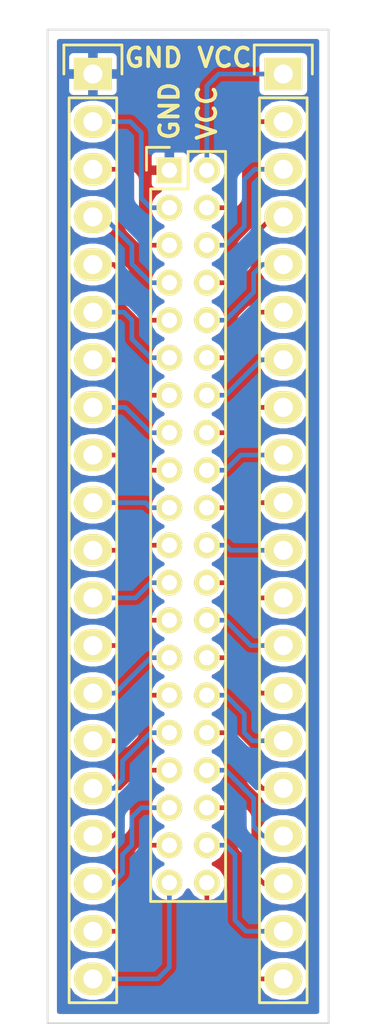
<source format=kicad_pcb>
(kicad_pcb (version 4) (host pcbnew 4.0.2-4+6225~38~ubuntu14.04.1-stable)

  (general
    (links 40)
    (no_connects 0)
    (area 0 0 0 0)
    (thickness 1.6)
    (drawings 8)
    (tracks 166)
    (zones 0)
    (modules 3)
    (nets 41)
  )

  (page A4)
  (layers
    (0 F.Cu signal)
    (1 In1.Cu signal)
    (2 In2.Cu signal)
    (31 B.Cu signal)
    (33 F.Adhes user)
    (35 F.Paste user)
    (37 F.SilkS user)
    (39 F.Mask user)
    (40 Dwgs.User user)
    (41 Cmts.User user)
    (42 Eco1.User user)
    (43 Eco2.User user)
    (44 Edge.Cuts user)
    (45 Margin user)
    (47 F.CrtYd user)
    (49 F.Fab user)
  )

  (setup
    (last_trace_width 0.25)
    (trace_clearance 0.2)
    (zone_clearance 0.254)
    (zone_45_only no)
    (trace_min 0.2)
    (segment_width 0.2)
    (edge_width 0.1)
    (via_size 0.6)
    (via_drill 0.4)
    (via_min_size 0.4)
    (via_min_drill 0.3)
    (uvia_size 0.3)
    (uvia_drill 0.1)
    (uvias_allowed no)
    (uvia_min_size 0.2)
    (uvia_min_drill 0.1)
    (pcb_text_width 0.3)
    (pcb_text_size 1.5 1.5)
    (mod_edge_width 0.15)
    (mod_text_size 1 1)
    (mod_text_width 0.15)
    (pad_size 1.5 1.5)
    (pad_drill 0.6)
    (pad_to_mask_clearance 0)
    (aux_axis_origin 0 0)
    (visible_elements 7FFFFFFF)
    (pcbplotparams
      (layerselection 0x00030_80000001)
      (usegerberextensions false)
      (excludeedgelayer true)
      (linewidth 0.100000)
      (plotframeref false)
      (viasonmask false)
      (mode 1)
      (useauxorigin false)
      (hpglpennumber 1)
      (hpglpenspeed 20)
      (hpglpendiameter 15)
      (hpglpenoverlay 2)
      (psnegative false)
      (psa4output false)
      (plotreference true)
      (plotvalue true)
      (plotinvisibletext false)
      (padsonsilk false)
      (subtractmaskfromsilk false)
      (outputformat 1)
      (mirror false)
      (drillshape 1)
      (scaleselection 1)
      (outputdirectory ""))
  )

  (net 0 "")
  (net 1 GND)
  (net 2 /3)
  (net 3 /5)
  (net 4 /7)
  (net 5 /9)
  (net 6 /11)
  (net 7 /13)
  (net 8 /15)
  (net 9 /17)
  (net 10 /19)
  (net 11 /21)
  (net 12 /23)
  (net 13 /25)
  (net 14 /27)
  (net 15 /29)
  (net 16 /31)
  (net 17 /33)
  (net 18 /35)
  (net 19 /37)
  (net 20 /39)
  (net 21 VCC)
  (net 22 /4)
  (net 23 /6)
  (net 24 /8)
  (net 25 /10)
  (net 26 /12)
  (net 27 /14)
  (net 28 /16)
  (net 29 /18)
  (net 30 /20)
  (net 31 /22)
  (net 32 /24)
  (net 33 /26)
  (net 34 /28)
  (net 35 /30)
  (net 36 /32)
  (net 37 /34)
  (net 38 /36)
  (net 39 /38)
  (net 40 /40)

  (net_class Default "This is the default net class."
    (clearance 0.2)
    (trace_width 0.25)
    (via_dia 0.6)
    (via_drill 0.4)
    (uvia_dia 0.3)
    (uvia_drill 0.1)
    (add_net /10)
    (add_net /11)
    (add_net /12)
    (add_net /13)
    (add_net /14)
    (add_net /15)
    (add_net /16)
    (add_net /17)
    (add_net /18)
    (add_net /19)
    (add_net /20)
    (add_net /21)
    (add_net /22)
    (add_net /23)
    (add_net /24)
    (add_net /25)
    (add_net /26)
    (add_net /27)
    (add_net /28)
    (add_net /29)
    (add_net /3)
    (add_net /30)
    (add_net /31)
    (add_net /32)
    (add_net /33)
    (add_net /34)
    (add_net /35)
    (add_net /36)
    (add_net /37)
    (add_net /38)
    (add_net /39)
    (add_net /4)
    (add_net /40)
    (add_net /5)
    (add_net /6)
    (add_net /7)
    (add_net /8)
    (add_net /9)
    (add_net GND)
    (add_net VCC)
  )

  (module Pin_Headers:Pin_Header_Straight_1x20 (layer F.Cu) (tedit 56C9CBD9) (tstamp 56C9CB92)
    (at 45.92 44.87)
    (descr "Through hole pin header")
    (tags "pin header")
    (path /56C9C7CA)
    (fp_text reference P1 (at 0 -5.1) (layer F.SilkS) hide
      (effects (font (size 1 1) (thickness 0.15)))
    )
    (fp_text value CONN_01X20 (at 0 -3.1) (layer F.Fab)
      (effects (font (size 1 1) (thickness 0.15)))
    )
    (fp_line (start -1.75 -1.75) (end -1.75 50.05) (layer F.CrtYd) (width 0.05))
    (fp_line (start 1.75 -1.75) (end 1.75 50.05) (layer F.CrtYd) (width 0.05))
    (fp_line (start -1.75 -1.75) (end 1.75 -1.75) (layer F.CrtYd) (width 0.05))
    (fp_line (start -1.75 50.05) (end 1.75 50.05) (layer F.CrtYd) (width 0.05))
    (fp_line (start 1.27 1.27) (end 1.27 49.53) (layer F.SilkS) (width 0.15))
    (fp_line (start 1.27 49.53) (end -1.27 49.53) (layer F.SilkS) (width 0.15))
    (fp_line (start -1.27 49.53) (end -1.27 1.27) (layer F.SilkS) (width 0.15))
    (fp_line (start 1.55 -1.55) (end 1.55 0) (layer F.SilkS) (width 0.15))
    (fp_line (start 1.27 1.27) (end -1.27 1.27) (layer F.SilkS) (width 0.15))
    (fp_line (start -1.55 0) (end -1.55 -1.55) (layer F.SilkS) (width 0.15))
    (fp_line (start -1.55 -1.55) (end 1.55 -1.55) (layer F.SilkS) (width 0.15))
    (pad 1 thru_hole rect (at 0 0) (size 2.032 1.7272) (drill 1.016) (layers *.Cu *.Mask F.SilkS)
      (net 1 GND))
    (pad 2 thru_hole oval (at 0 2.54) (size 2.032 1.7272) (drill 1.016) (layers *.Cu *.Mask F.SilkS)
      (net 2 /3))
    (pad 3 thru_hole oval (at 0 5.08) (size 2.032 1.7272) (drill 1.016) (layers *.Cu *.Mask F.SilkS)
      (net 3 /5))
    (pad 4 thru_hole oval (at 0 7.62) (size 2.032 1.7272) (drill 1.016) (layers *.Cu *.Mask F.SilkS)
      (net 4 /7))
    (pad 5 thru_hole oval (at 0 10.16) (size 2.032 1.7272) (drill 1.016) (layers *.Cu *.Mask F.SilkS)
      (net 5 /9))
    (pad 6 thru_hole oval (at 0 12.7) (size 2.032 1.7272) (drill 1.016) (layers *.Cu *.Mask F.SilkS)
      (net 6 /11))
    (pad 7 thru_hole oval (at 0 15.24) (size 2.032 1.7272) (drill 1.016) (layers *.Cu *.Mask F.SilkS)
      (net 7 /13))
    (pad 8 thru_hole oval (at 0 17.78) (size 2.032 1.7272) (drill 1.016) (layers *.Cu *.Mask F.SilkS)
      (net 8 /15))
    (pad 9 thru_hole oval (at 0 20.32) (size 2.032 1.7272) (drill 1.016) (layers *.Cu *.Mask F.SilkS)
      (net 9 /17))
    (pad 10 thru_hole oval (at 0 22.86) (size 2.032 1.7272) (drill 1.016) (layers *.Cu *.Mask F.SilkS)
      (net 10 /19))
    (pad 11 thru_hole oval (at 0 25.4) (size 2.032 1.7272) (drill 1.016) (layers *.Cu *.Mask F.SilkS)
      (net 11 /21))
    (pad 12 thru_hole oval (at 0 27.94) (size 2.032 1.7272) (drill 1.016) (layers *.Cu *.Mask F.SilkS)
      (net 12 /23))
    (pad 13 thru_hole oval (at 0 30.48) (size 2.032 1.7272) (drill 1.016) (layers *.Cu *.Mask F.SilkS)
      (net 13 /25))
    (pad 14 thru_hole oval (at 0 33.02) (size 2.032 1.7272) (drill 1.016) (layers *.Cu *.Mask F.SilkS)
      (net 14 /27))
    (pad 15 thru_hole oval (at 0 35.56) (size 2.032 1.7272) (drill 1.016) (layers *.Cu *.Mask F.SilkS)
      (net 15 /29))
    (pad 16 thru_hole oval (at 0 38.1) (size 2.032 1.7272) (drill 1.016) (layers *.Cu *.Mask F.SilkS)
      (net 16 /31))
    (pad 17 thru_hole oval (at 0 40.64) (size 2.032 1.7272) (drill 1.016) (layers *.Cu *.Mask F.SilkS)
      (net 17 /33))
    (pad 18 thru_hole oval (at 0 43.18) (size 2.032 1.7272) (drill 1.016) (layers *.Cu *.Mask F.SilkS)
      (net 18 /35))
    (pad 19 thru_hole oval (at 0 45.72) (size 2.032 1.7272) (drill 1.016) (layers *.Cu *.Mask F.SilkS)
      (net 19 /37))
    (pad 20 thru_hole oval (at 0 48.26) (size 2.032 1.7272) (drill 1.016) (layers *.Cu *.Mask F.SilkS)
      (net 20 /39))
    (model Pin_Headers.3dshapes/Pin_Header_Straight_1x20.wrl
      (at (xyz 0 -0.95 0))
      (scale (xyz 1 1 1))
      (rotate (xyz 0 0 90))
    )
  )

  (module Pin_Headers_2mm:Pin_Header_Straight_2x20_2mm (layer F.Cu) (tedit 56C9CBEE) (tstamp 56C9CBCA)
    (at 50 50)
    (descr "Through hole pin header")
    (tags "pin header")
    (path /56C9C845)
    (fp_text reference P2 (at 0 -5.1) (layer F.SilkS) hide
      (effects (font (size 1 1) (thickness 0.15)))
    )
    (fp_text value CONN_02X20 (at 0 -3.1) (layer F.Fab)
      (effects (font (size 1 1) (thickness 0.15)))
    )
    (fp_line (start -1.378 -1.378) (end -1.378 39.409) (layer F.CrtYd) (width 0.05))
    (fp_line (start 3.386 -1.378) (end 3.386 39.409) (layer F.CrtYd) (width 0.05))
    (fp_line (start -1.378 -1.378) (end 3.386 -1.378) (layer F.CrtYd) (width 0.05))
    (fp_line (start -1.378 39.409) (end 3.386 39.409) (layer F.CrtYd) (width 0.05))
    (fp_line (start 3 -1) (end 3 39) (layer F.SilkS) (width 0.15))
    (fp_line (start -1 39) (end -1 1) (layer F.SilkS) (width 0.15))
    (fp_line (start 3 39) (end -1 39) (layer F.SilkS) (width 0.15))
    (fp_line (start 3 -1) (end 1 -1) (layer F.SilkS) (width 0.15))
    (fp_line (start 0 -1.22) (end -1.22 -1.22) (layer F.SilkS) (width 0.15))
    (fp_line (start 1 -1) (end 1 1) (layer F.SilkS) (width 0.15))
    (fp_line (start 1 1) (end -1 1) (layer F.SilkS) (width 0.15))
    (fp_line (start -1.22 -1.22) (end -1.22 0) (layer F.SilkS) (width 0.15))
    (pad 1 thru_hole rect (at 0 0) (size 1.3817 1.3817) (drill 0.8125) (layers *.Cu *.Mask F.SilkS)
      (net 1 GND))
    (pad 2 thru_hole oval (at 2 0) (size 1.3817 1.3817) (drill 0.8125) (layers *.Cu *.Mask F.SilkS)
      (net 21 VCC))
    (pad 3 thru_hole oval (at 0 2) (size 1.3817 1.3817) (drill 0.8125) (layers *.Cu *.Mask F.SilkS)
      (net 2 /3))
    (pad 4 thru_hole oval (at 2 2) (size 1.3817 1.3817) (drill 0.8125) (layers *.Cu *.Mask F.SilkS)
      (net 22 /4))
    (pad 5 thru_hole oval (at 0 4) (size 1.3817 1.3817) (drill 0.8125) (layers *.Cu *.Mask F.SilkS)
      (net 3 /5))
    (pad 6 thru_hole oval (at 2 4) (size 1.3817 1.3817) (drill 0.8125) (layers *.Cu *.Mask F.SilkS)
      (net 23 /6))
    (pad 7 thru_hole oval (at 0 6) (size 1.3817 1.3817) (drill 0.8125) (layers *.Cu *.Mask F.SilkS)
      (net 4 /7))
    (pad 8 thru_hole oval (at 2 6) (size 1.3817 1.3817) (drill 0.8125) (layers *.Cu *.Mask F.SilkS)
      (net 24 /8))
    (pad 9 thru_hole oval (at 0 8) (size 1.3817 1.3817) (drill 0.8125) (layers *.Cu *.Mask F.SilkS)
      (net 5 /9))
    (pad 10 thru_hole oval (at 2 8) (size 1.3817 1.3817) (drill 0.8125) (layers *.Cu *.Mask F.SilkS)
      (net 25 /10))
    (pad 11 thru_hole oval (at 0 10) (size 1.3817 1.3817) (drill 0.8125) (layers *.Cu *.Mask F.SilkS)
      (net 6 /11))
    (pad 12 thru_hole oval (at 2 10) (size 1.3817 1.3817) (drill 0.8125) (layers *.Cu *.Mask F.SilkS)
      (net 26 /12))
    (pad 13 thru_hole oval (at 0 12) (size 1.3817 1.3817) (drill 0.8125) (layers *.Cu *.Mask F.SilkS)
      (net 7 /13))
    (pad 14 thru_hole oval (at 2 12) (size 1.3817 1.3817) (drill 0.8125) (layers *.Cu *.Mask F.SilkS)
      (net 27 /14))
    (pad 15 thru_hole oval (at 0 14) (size 1.3817 1.3817) (drill 0.8125) (layers *.Cu *.Mask F.SilkS)
      (net 8 /15))
    (pad 16 thru_hole oval (at 2 14) (size 1.3817 1.3817) (drill 0.8125) (layers *.Cu *.Mask F.SilkS)
      (net 28 /16))
    (pad 17 thru_hole oval (at 0 16) (size 1.3817 1.3817) (drill 0.8125) (layers *.Cu *.Mask F.SilkS)
      (net 9 /17))
    (pad 18 thru_hole oval (at 2 16) (size 1.3817 1.3817) (drill 0.8125) (layers *.Cu *.Mask F.SilkS)
      (net 29 /18))
    (pad 19 thru_hole oval (at 0 18) (size 1.3817 1.3817) (drill 0.8125) (layers *.Cu *.Mask F.SilkS)
      (net 10 /19))
    (pad 20 thru_hole oval (at 2 18) (size 1.3817 1.3817) (drill 0.8125) (layers *.Cu *.Mask F.SilkS)
      (net 30 /20))
    (pad 21 thru_hole oval (at 0 20) (size 1.3817 1.3817) (drill 0.8125) (layers *.Cu *.Mask F.SilkS)
      (net 11 /21))
    (pad 22 thru_hole oval (at 2 20) (size 1.3817 1.3817) (drill 0.8125) (layers *.Cu *.Mask F.SilkS)
      (net 31 /22))
    (pad 23 thru_hole oval (at 0 22) (size 1.3817 1.3817) (drill 0.8125) (layers *.Cu *.Mask F.SilkS)
      (net 12 /23))
    (pad 24 thru_hole oval (at 2 22) (size 1.3817 1.3817) (drill 0.8125) (layers *.Cu *.Mask F.SilkS)
      (net 32 /24))
    (pad 25 thru_hole oval (at 0 24) (size 1.3817 1.3817) (drill 0.8125) (layers *.Cu *.Mask F.SilkS)
      (net 13 /25))
    (pad 26 thru_hole oval (at 2 24) (size 1.3817 1.3817) (drill 0.8125) (layers *.Cu *.Mask F.SilkS)
      (net 33 /26))
    (pad 27 thru_hole oval (at 0 26) (size 1.3817 1.3817) (drill 0.8125) (layers *.Cu *.Mask F.SilkS)
      (net 14 /27))
    (pad 28 thru_hole oval (at 2 26) (size 1.3817 1.3817) (drill 0.8125) (layers *.Cu *.Mask F.SilkS)
      (net 34 /28))
    (pad 29 thru_hole oval (at 0 28) (size 1.3817 1.3817) (drill 0.8125) (layers *.Cu *.Mask F.SilkS)
      (net 15 /29))
    (pad 30 thru_hole oval (at 2 28) (size 1.3817 1.3817) (drill 0.8125) (layers *.Cu *.Mask F.SilkS)
      (net 35 /30))
    (pad 31 thru_hole oval (at 0 30) (size 1.3817 1.3817) (drill 0.8125) (layers *.Cu *.Mask F.SilkS)
      (net 16 /31))
    (pad 32 thru_hole oval (at 2 30) (size 1.3817 1.3817) (drill 0.8125) (layers *.Cu *.Mask F.SilkS)
      (net 36 /32))
    (pad 33 thru_hole oval (at 0 32) (size 1.3817 1.3817) (drill 0.8125) (layers *.Cu *.Mask F.SilkS)
      (net 17 /33))
    (pad 34 thru_hole oval (at 2 32) (size 1.3817 1.3817) (drill 0.8125) (layers *.Cu *.Mask F.SilkS)
      (net 37 /34))
    (pad 35 thru_hole oval (at 0 34) (size 1.3817 1.3817) (drill 0.8125) (layers *.Cu *.Mask F.SilkS)
      (net 18 /35))
    (pad 36 thru_hole oval (at 2 34) (size 1.3817 1.3817) (drill 0.8125) (layers *.Cu *.Mask F.SilkS)
      (net 38 /36))
    (pad 37 thru_hole oval (at 0 36) (size 1.3817 1.3817) (drill 0.8125) (layers *.Cu *.Mask F.SilkS)
      (net 19 /37))
    (pad 38 thru_hole oval (at 2 36) (size 1.3817 1.3817) (drill 0.8125) (layers *.Cu *.Mask F.SilkS)
      (net 39 /38))
    (pad 39 thru_hole oval (at 0 38) (size 1.3817 1.3817) (drill 0.8125) (layers *.Cu *.Mask F.SilkS)
      (net 20 /39))
    (pad 40 thru_hole oval (at 2 38) (size 1.3817 1.3817) (drill 0.8125) (layers *.Cu *.Mask F.SilkS)
      (net 40 /40))
    (model Pin_Headers.3dshapes/Pin_Header_Straight_2x20_2mm_pitch.wrl
      (at (xyz 0.05 -1.95 0))
      (scale (xyz 1 1 1))
      (rotate (xyz 0 0 90))
    )
  )

  (module Pin_Headers:Pin_Header_Straight_1x20 (layer F.Cu) (tedit 56C9CBE7) (tstamp 56C9CBED)
    (at 56.08 44.87)
    (descr "Through hole pin header")
    (tags "pin header")
    (path /56C9C808)
    (fp_text reference P3 (at 0 -5.1) (layer F.SilkS) hide
      (effects (font (size 1 1) (thickness 0.15)))
    )
    (fp_text value CONN_01X20 (at 0 -3.1) (layer F.Fab)
      (effects (font (size 1 1) (thickness 0.15)))
    )
    (fp_line (start -1.75 -1.75) (end -1.75 50.05) (layer F.CrtYd) (width 0.05))
    (fp_line (start 1.75 -1.75) (end 1.75 50.05) (layer F.CrtYd) (width 0.05))
    (fp_line (start -1.75 -1.75) (end 1.75 -1.75) (layer F.CrtYd) (width 0.05))
    (fp_line (start -1.75 50.05) (end 1.75 50.05) (layer F.CrtYd) (width 0.05))
    (fp_line (start 1.27 1.27) (end 1.27 49.53) (layer F.SilkS) (width 0.15))
    (fp_line (start 1.27 49.53) (end -1.27 49.53) (layer F.SilkS) (width 0.15))
    (fp_line (start -1.27 49.53) (end -1.27 1.27) (layer F.SilkS) (width 0.15))
    (fp_line (start 1.55 -1.55) (end 1.55 0) (layer F.SilkS) (width 0.15))
    (fp_line (start 1.27 1.27) (end -1.27 1.27) (layer F.SilkS) (width 0.15))
    (fp_line (start -1.55 0) (end -1.55 -1.55) (layer F.SilkS) (width 0.15))
    (fp_line (start -1.55 -1.55) (end 1.55 -1.55) (layer F.SilkS) (width 0.15))
    (pad 1 thru_hole rect (at 0 0) (size 2.032 1.7272) (drill 1.016) (layers *.Cu *.Mask F.SilkS)
      (net 21 VCC))
    (pad 2 thru_hole oval (at 0 2.54) (size 2.032 1.7272) (drill 1.016) (layers *.Cu *.Mask F.SilkS)
      (net 22 /4))
    (pad 3 thru_hole oval (at 0 5.08) (size 2.032 1.7272) (drill 1.016) (layers *.Cu *.Mask F.SilkS)
      (net 23 /6))
    (pad 4 thru_hole oval (at 0 7.62) (size 2.032 1.7272) (drill 1.016) (layers *.Cu *.Mask F.SilkS)
      (net 24 /8))
    (pad 5 thru_hole oval (at 0 10.16) (size 2.032 1.7272) (drill 1.016) (layers *.Cu *.Mask F.SilkS)
      (net 25 /10))
    (pad 6 thru_hole oval (at 0 12.7) (size 2.032 1.7272) (drill 1.016) (layers *.Cu *.Mask F.SilkS)
      (net 26 /12))
    (pad 7 thru_hole oval (at 0 15.24) (size 2.032 1.7272) (drill 1.016) (layers *.Cu *.Mask F.SilkS)
      (net 27 /14))
    (pad 8 thru_hole oval (at 0 17.78) (size 2.032 1.7272) (drill 1.016) (layers *.Cu *.Mask F.SilkS)
      (net 28 /16))
    (pad 9 thru_hole oval (at 0 20.32) (size 2.032 1.7272) (drill 1.016) (layers *.Cu *.Mask F.SilkS)
      (net 29 /18))
    (pad 10 thru_hole oval (at 0 22.86) (size 2.032 1.7272) (drill 1.016) (layers *.Cu *.Mask F.SilkS)
      (net 30 /20))
    (pad 11 thru_hole oval (at 0 25.4) (size 2.032 1.7272) (drill 1.016) (layers *.Cu *.Mask F.SilkS)
      (net 31 /22))
    (pad 12 thru_hole oval (at 0 27.94) (size 2.032 1.7272) (drill 1.016) (layers *.Cu *.Mask F.SilkS)
      (net 32 /24))
    (pad 13 thru_hole oval (at 0 30.48) (size 2.032 1.7272) (drill 1.016) (layers *.Cu *.Mask F.SilkS)
      (net 33 /26))
    (pad 14 thru_hole oval (at 0 33.02) (size 2.032 1.7272) (drill 1.016) (layers *.Cu *.Mask F.SilkS)
      (net 34 /28))
    (pad 15 thru_hole oval (at 0 35.56) (size 2.032 1.7272) (drill 1.016) (layers *.Cu *.Mask F.SilkS)
      (net 35 /30))
    (pad 16 thru_hole oval (at 0 38.1) (size 2.032 1.7272) (drill 1.016) (layers *.Cu *.Mask F.SilkS)
      (net 36 /32))
    (pad 17 thru_hole oval (at 0 40.64) (size 2.032 1.7272) (drill 1.016) (layers *.Cu *.Mask F.SilkS)
      (net 37 /34))
    (pad 18 thru_hole oval (at 0 43.18) (size 2.032 1.7272) (drill 1.016) (layers *.Cu *.Mask F.SilkS)
      (net 38 /36))
    (pad 19 thru_hole oval (at 0 45.72) (size 2.032 1.7272) (drill 1.016) (layers *.Cu *.Mask F.SilkS)
      (net 39 /38))
    (pad 20 thru_hole oval (at 0 48.26) (size 2.032 1.7272) (drill 1.016) (layers *.Cu *.Mask F.SilkS)
      (net 40 /40))
    (model Pin_Headers.3dshapes/Pin_Header_Straight_1x20.wrl
      (at (xyz 0 -0.95 0))
      (scale (xyz 1 1 1))
      (rotate (xyz 0 0 90))
    )
  )

  (gr_text VCC (at 52 48.5 90) (layer F.SilkS)
    (effects (font (size 1 1) (thickness 0.2)) (justify left))
  )
  (gr_text GND (at 50 48.5 90) (layer F.SilkS)
    (effects (font (size 1 1) (thickness 0.2)) (justify left))
  )
  (gr_text VCC (at 54.5 44) (layer F.SilkS)
    (effects (font (size 1 1) (thickness 0.2)) (justify right))
  )
  (gr_text GND (at 47.5 44) (layer F.SilkS)
    (effects (font (size 1 1) (thickness 0.2)) (justify left))
  )
  (gr_line (start 58.5 95.5) (end 58.5 42.5) (angle 90) (layer Edge.Cuts) (width 0.1))
  (gr_line (start 43.5 95.5) (end 58.5 95.5) (angle 90) (layer Edge.Cuts) (width 0.1))
  (gr_line (start 43.5 42.5) (end 43.5 95.5) (angle 90) (layer Edge.Cuts) (width 0.1))
  (gr_line (start 58.5 42.5) (end 43.5 42.5) (angle 90) (layer Edge.Cuts) (width 0.1))

  (segment (start 50 50) (end 50 45.5) (width 0.25) (layer F.Cu) (net 1))
  (segment (start 49.37 44.87) (end 45.92 44.87) (width 0.25) (layer F.Cu) (net 1) (tstamp 56C9CEE2))
  (segment (start 50 45.5) (end 49.37 44.87) (width 0.25) (layer F.Cu) (net 1) (tstamp 56C9CEE1))
  (segment (start 50 52) (end 49 52) (width 0.25) (layer B.Cu) (net 2))
  (segment (start 47.91 47.41) (end 45.92 47.41) (width 0.25) (layer B.Cu) (net 2) (tstamp 56C9CEF2))
  (segment (start 48.5 48) (end 47.91 47.41) (width 0.25) (layer B.Cu) (net 2) (tstamp 56C9CEF1))
  (segment (start 48.5 51.5) (end 48.5 48) (width 0.25) (layer B.Cu) (net 2) (tstamp 56C9CEF0))
  (segment (start 49 52) (end 48.5 51.5) (width 0.25) (layer B.Cu) (net 2) (tstamp 56C9CEEF))
  (segment (start 50 54) (end 49 54) (width 0.25) (layer F.Cu) (net 3))
  (segment (start 47.45 49.95) (end 45.92 49.95) (width 0.25) (layer F.Cu) (net 3) (tstamp 56C9CF00))
  (segment (start 48 50.5) (end 47.45 49.95) (width 0.25) (layer F.Cu) (net 3) (tstamp 56C9CEFF))
  (segment (start 48 53) (end 48 50.5) (width 0.25) (layer F.Cu) (net 3) (tstamp 56C9CEFD))
  (segment (start 49 54) (end 48 53) (width 0.25) (layer F.Cu) (net 3) (tstamp 56C9CEFC))
  (segment (start 50 56) (end 49 56) (width 0.25) (layer B.Cu) (net 4))
  (segment (start 48 54) (end 46.49 52.49) (width 0.25) (layer B.Cu) (net 4) (tstamp 56C9CF0B))
  (segment (start 48 55) (end 48 54) (width 0.25) (layer B.Cu) (net 4) (tstamp 56C9CF0A))
  (segment (start 49 56) (end 48 55) (width 0.25) (layer B.Cu) (net 4) (tstamp 56C9CF09))
  (segment (start 46.49 52.49) (end 45.92 52.49) (width 0.25) (layer B.Cu) (net 4) (tstamp 56C9CF0C))
  (segment (start 50 58) (end 49 58) (width 0.25) (layer F.Cu) (net 5))
  (segment (start 47.03 55.03) (end 45.92 55.03) (width 0.25) (layer F.Cu) (net 5) (tstamp 56C9CF19))
  (segment (start 47.5 55.5) (end 47.03 55.03) (width 0.25) (layer F.Cu) (net 5) (tstamp 56C9CF18))
  (segment (start 47.5 56.5) (end 47.5 55.5) (width 0.25) (layer F.Cu) (net 5) (tstamp 56C9CF17))
  (segment (start 49 58) (end 47.5 56.5) (width 0.25) (layer F.Cu) (net 5) (tstamp 56C9CF16))
  (segment (start 50 60) (end 49 60) (width 0.25) (layer B.Cu) (net 6))
  (segment (start 47.57 57.57) (end 45.92 57.57) (width 0.25) (layer B.Cu) (net 6) (tstamp 56C9CF28))
  (segment (start 48 58) (end 47.57 57.57) (width 0.25) (layer B.Cu) (net 6) (tstamp 56C9CF27))
  (segment (start 48 59) (end 48 58) (width 0.25) (layer B.Cu) (net 6) (tstamp 56C9CF26))
  (segment (start 49 60) (end 48 59) (width 0.25) (layer B.Cu) (net 6) (tstamp 56C9CF25))
  (segment (start 50 62) (end 49 62) (width 0.25) (layer F.Cu) (net 7))
  (segment (start 47.11 60.11) (end 45.92 60.11) (width 0.25) (layer F.Cu) (net 7) (tstamp 56C9CF2C))
  (segment (start 49 62) (end 47.11 60.11) (width 0.25) (layer F.Cu) (net 7) (tstamp 56C9CF2B))
  (segment (start 50 64) (end 49 64) (width 0.25) (layer B.Cu) (net 8))
  (segment (start 47.65 62.65) (end 45.92 62.65) (width 0.25) (layer B.Cu) (net 8) (tstamp 56C9CF37))
  (segment (start 49 64) (end 47.65 62.65) (width 0.25) (layer B.Cu) (net 8) (tstamp 56C9CF36))
  (segment (start 50 66) (end 49 66) (width 0.25) (layer F.Cu) (net 9))
  (segment (start 48.19 65.19) (end 45.92 65.19) (width 0.25) (layer F.Cu) (net 9) (tstamp 56C9CF41))
  (segment (start 49 66) (end 48.19 65.19) (width 0.25) (layer F.Cu) (net 9) (tstamp 56C9CF40))
  (segment (start 50 68) (end 49 68) (width 0.25) (layer B.Cu) (net 10))
  (segment (start 48.73 67.73) (end 45.92 67.73) (width 0.25) (layer B.Cu) (net 10) (tstamp 56C9CF5C))
  (segment (start 49 68) (end 48.73 67.73) (width 0.25) (layer B.Cu) (net 10) (tstamp 56C9CF5B))
  (segment (start 50 70) (end 49 70) (width 0.25) (layer F.Cu) (net 11))
  (segment (start 48.73 70.27) (end 45.92 70.27) (width 0.25) (layer F.Cu) (net 11) (tstamp 56C9CF49))
  (segment (start 49 70) (end 48.73 70.27) (width 0.25) (layer F.Cu) (net 11) (tstamp 56C9CF48))
  (segment (start 50 72) (end 49 72) (width 0.25) (layer B.Cu) (net 12))
  (segment (start 48.19 72.81) (end 45.92 72.81) (width 0.25) (layer B.Cu) (net 12) (tstamp 56C9CF81))
  (segment (start 49 72) (end 48.19 72.81) (width 0.25) (layer B.Cu) (net 12) (tstamp 56C9CF7F))
  (segment (start 50 74) (end 49 74) (width 0.25) (layer F.Cu) (net 13))
  (segment (start 47.65 75.35) (end 45.92 75.35) (width 0.25) (layer F.Cu) (net 13) (tstamp 56C9CFAA))
  (segment (start 49 74) (end 47.65 75.35) (width 0.25) (layer F.Cu) (net 13) (tstamp 56C9CFA9))
  (segment (start 50 76) (end 49 76) (width 0.25) (layer B.Cu) (net 14))
  (segment (start 47.11 77.89) (end 45.92 77.89) (width 0.25) (layer B.Cu) (net 14) (tstamp 56C9CF8E))
  (segment (start 49 76) (end 47.11 77.89) (width 0.25) (layer B.Cu) (net 14) (tstamp 56C9CF8D))
  (segment (start 50 78) (end 49 78) (width 0.25) (layer F.Cu) (net 15))
  (segment (start 47.57 80.43) (end 45.92 80.43) (width 0.25) (layer F.Cu) (net 15) (tstamp 56C9D007))
  (segment (start 48 80) (end 47.57 80.43) (width 0.25) (layer F.Cu) (net 15) (tstamp 56C9D002))
  (segment (start 48 79) (end 48 80) (width 0.25) (layer F.Cu) (net 15) (tstamp 56C9CFFC))
  (segment (start 49 78) (end 48 79) (width 0.25) (layer F.Cu) (net 15) (tstamp 56C9CFFB))
  (segment (start 50 80) (end 49 80) (width 0.25) (layer B.Cu) (net 16))
  (segment (start 47.03 82.97) (end 45.92 82.97) (width 0.25) (layer B.Cu) (net 16) (tstamp 56C9D0AE))
  (segment (start 47.5 82.5) (end 47.03 82.97) (width 0.25) (layer B.Cu) (net 16) (tstamp 56C9D0AD))
  (segment (start 47.5 81.5) (end 47.5 82.5) (width 0.25) (layer B.Cu) (net 16) (tstamp 56C9D0A7))
  (segment (start 49 80) (end 47.5 81.5) (width 0.25) (layer B.Cu) (net 16) (tstamp 56C9D0A5))
  (segment (start 50 82) (end 49 82) (width 0.25) (layer F.Cu) (net 17))
  (segment (start 46.99 85.51) (end 45.92 85.51) (width 0.25) (layer F.Cu) (net 17) (tstamp 56C9D0ED))
  (segment (start 47.5 85) (end 46.99 85.51) (width 0.25) (layer F.Cu) (net 17) (tstamp 56C9D0E7))
  (segment (start 47.5 83.5) (end 47.5 85) (width 0.25) (layer F.Cu) (net 17) (tstamp 56C9D0E0))
  (segment (start 49 82) (end 47.5 83.5) (width 0.25) (layer F.Cu) (net 17) (tstamp 56C9D0DE))
  (segment (start 50 84) (end 48.5 84) (width 0.25) (layer B.Cu) (net 18))
  (segment (start 46.95 88.05) (end 45.92 88.05) (width 0.25) (layer B.Cu) (net 18) (tstamp 56C9D132))
  (segment (start 47.5 87.5) (end 46.95 88.05) (width 0.25) (layer B.Cu) (net 18) (tstamp 56C9D131))
  (segment (start 47.5 86.5) (end 47.5 87.5) (width 0.25) (layer B.Cu) (net 18) (tstamp 56C9D12D))
  (segment (start 48 86) (end 47.5 86.5) (width 0.25) (layer B.Cu) (net 18) (tstamp 56C9D12A))
  (segment (start 48 84.5) (end 48 86) (width 0.25) (layer B.Cu) (net 18) (tstamp 56C9D128))
  (segment (start 48.5 84) (end 48 84.5) (width 0.25) (layer B.Cu) (net 18) (tstamp 56C9D121))
  (segment (start 50 86) (end 49 86) (width 0.25) (layer F.Cu) (net 19))
  (segment (start 47.91 90.59) (end 45.92 90.59) (width 0.25) (layer F.Cu) (net 19) (tstamp 56C9D1FB))
  (segment (start 48.5 90) (end 47.91 90.59) (width 0.25) (layer F.Cu) (net 19) (tstamp 56C9D1F8))
  (segment (start 48.5 86.5) (end 48.5 90) (width 0.25) (layer F.Cu) (net 19) (tstamp 56C9D1F7))
  (segment (start 49 86) (end 48.5 86.5) (width 0.25) (layer F.Cu) (net 19) (tstamp 56C9D1F5))
  (segment (start 46.01 90.5) (end 45.92 90.59) (width 0.25) (layer F.Cu) (net 19) (tstamp 56C9D162))
  (segment (start 50 88) (end 50 92.5) (width 0.25) (layer B.Cu) (net 20))
  (segment (start 49.37 93.13) (end 45.92 93.13) (width 0.25) (layer B.Cu) (net 20) (tstamp 56C9D1B9))
  (segment (start 50 92.5) (end 49.37 93.13) (width 0.25) (layer B.Cu) (net 20) (tstamp 56C9D1B6))
  (segment (start 52 50) (end 52 45.5) (width 0.25) (layer B.Cu) (net 21))
  (segment (start 52.63 44.87) (end 56.08 44.87) (width 0.25) (layer B.Cu) (net 21) (tstamp 56C9CEE6))
  (segment (start 52 45.5) (end 52.63 44.87) (width 0.25) (layer B.Cu) (net 21) (tstamp 56C9CEE5))
  (segment (start 52 52) (end 53 52) (width 0.25) (layer F.Cu) (net 22))
  (segment (start 54.09 47.41) (end 56.08 47.41) (width 0.25) (layer F.Cu) (net 22) (tstamp 56C9CEEC))
  (segment (start 53.5 48) (end 54.09 47.41) (width 0.25) (layer F.Cu) (net 22) (tstamp 56C9CEEB))
  (segment (start 53.5 51.5) (end 53.5 48) (width 0.25) (layer F.Cu) (net 22) (tstamp 56C9CEEA))
  (segment (start 53 52) (end 53.5 51.5) (width 0.25) (layer F.Cu) (net 22) (tstamp 56C9CEE9))
  (segment (start 52 54) (end 53 54) (width 0.25) (layer B.Cu) (net 23))
  (segment (start 54.55 49.95) (end 56.08 49.95) (width 0.25) (layer B.Cu) (net 23) (tstamp 56C9CEF8))
  (segment (start 54 50.5) (end 54.55 49.95) (width 0.25) (layer B.Cu) (net 23) (tstamp 56C9CEF7))
  (segment (start 54 53) (end 54 50.5) (width 0.25) (layer B.Cu) (net 23) (tstamp 56C9CEF6))
  (segment (start 53 54) (end 54 53) (width 0.25) (layer B.Cu) (net 23) (tstamp 56C9CEF5))
  (segment (start 52 56) (end 53 56) (width 0.25) (layer F.Cu) (net 24))
  (segment (start 54 54) (end 55.51 52.49) (width 0.25) (layer F.Cu) (net 24) (tstamp 56C9CF05))
  (segment (start 54 55) (end 54 54) (width 0.25) (layer F.Cu) (net 24) (tstamp 56C9CF04))
  (segment (start 53 56) (end 54 55) (width 0.25) (layer F.Cu) (net 24) (tstamp 56C9CF03))
  (segment (start 55.51 52.49) (end 56.08 52.49) (width 0.25) (layer F.Cu) (net 24) (tstamp 56C9CF06))
  (segment (start 52 58) (end 53 58) (width 0.25) (layer B.Cu) (net 25))
  (segment (start 54.97 55.03) (end 56.08 55.03) (width 0.25) (layer B.Cu) (net 25) (tstamp 56C9CF13))
  (segment (start 54.5 55.5) (end 54.97 55.03) (width 0.25) (layer B.Cu) (net 25) (tstamp 56C9CF12))
  (segment (start 54.5 56.5) (end 54.5 55.5) (width 0.25) (layer B.Cu) (net 25) (tstamp 56C9CF10))
  (segment (start 53 58) (end 54.5 56.5) (width 0.25) (layer B.Cu) (net 25) (tstamp 56C9CF0F))
  (segment (start 52 60) (end 53 60) (width 0.25) (layer F.Cu) (net 26))
  (segment (start 54.43 57.57) (end 56.08 57.57) (width 0.25) (layer F.Cu) (net 26) (tstamp 56C9CF1F))
  (segment (start 54 58) (end 54.43 57.57) (width 0.25) (layer F.Cu) (net 26) (tstamp 56C9CF1E))
  (segment (start 54 59) (end 54 58) (width 0.25) (layer F.Cu) (net 26) (tstamp 56C9CF1D))
  (segment (start 53 60) (end 54 59) (width 0.25) (layer F.Cu) (net 26) (tstamp 56C9CF1C))
  (segment (start 52 62) (end 53 62) (width 0.25) (layer B.Cu) (net 27))
  (segment (start 54.89 60.11) (end 56.08 60.11) (width 0.25) (layer B.Cu) (net 27) (tstamp 56C9CF32))
  (segment (start 53 62) (end 54.89 60.11) (width 0.25) (layer B.Cu) (net 27) (tstamp 56C9CF31))
  (segment (start 52 64) (end 53 64) (width 0.25) (layer F.Cu) (net 28))
  (segment (start 54.35 62.65) (end 56.08 62.65) (width 0.25) (layer F.Cu) (net 28) (tstamp 56C9CF3C))
  (segment (start 53 64) (end 54.35 62.65) (width 0.25) (layer F.Cu) (net 28) (tstamp 56C9CF3B))
  (segment (start 52 66) (end 53 66) (width 0.25) (layer B.Cu) (net 29))
  (segment (start 53.81 65.19) (end 56.08 65.19) (width 0.25) (layer B.Cu) (net 29) (tstamp 56C9CF57))
  (segment (start 53 66) (end 53.81 65.19) (width 0.25) (layer B.Cu) (net 29) (tstamp 56C9CF55))
  (segment (start 52 68) (end 53 68) (width 0.25) (layer F.Cu) (net 30))
  (segment (start 53.27 67.73) (end 56.08 67.73) (width 0.25) (layer F.Cu) (net 30) (tstamp 56C9CF45))
  (segment (start 53 68) (end 53.27 67.73) (width 0.25) (layer F.Cu) (net 30) (tstamp 56C9CF44))
  (segment (start 52 70) (end 53 70) (width 0.25) (layer B.Cu) (net 31))
  (segment (start 53.27 70.27) (end 56.08 70.27) (width 0.25) (layer B.Cu) (net 31) (tstamp 56C9CF61))
  (segment (start 53 70) (end 53.27 70.27) (width 0.25) (layer B.Cu) (net 31) (tstamp 56C9CF60))
  (segment (start 52 72) (end 53 72) (width 0.25) (layer F.Cu) (net 32))
  (segment (start 53.81 72.81) (end 56.08 72.81) (width 0.25) (layer F.Cu) (net 32) (tstamp 56C9CF4D))
  (segment (start 53 72) (end 53.81 72.81) (width 0.25) (layer F.Cu) (net 32) (tstamp 56C9CF4C))
  (segment (start 52 74) (end 53 74) (width 0.25) (layer B.Cu) (net 33))
  (segment (start 54.35 75.35) (end 56.08 75.35) (width 0.25) (layer B.Cu) (net 33) (tstamp 56C9CF87))
  (segment (start 53 74) (end 54.35 75.35) (width 0.25) (layer B.Cu) (net 33) (tstamp 56C9CF86))
  (segment (start 52 76) (end 53 76) (width 0.25) (layer F.Cu) (net 34))
  (segment (start 54.89 77.89) (end 56.08 77.89) (width 0.25) (layer F.Cu) (net 34) (tstamp 56C9CFB0))
  (segment (start 53 76) (end 54.89 77.89) (width 0.25) (layer F.Cu) (net 34) (tstamp 56C9CFAF))
  (segment (start 52 78) (end 53 78) (width 0.25) (layer B.Cu) (net 35))
  (segment (start 54.43 80.43) (end 56.08 80.43) (width 0.25) (layer B.Cu) (net 35) (tstamp 56C9CFEF))
  (segment (start 54 80) (end 54.43 80.43) (width 0.25) (layer B.Cu) (net 35) (tstamp 56C9CFE7))
  (segment (start 54 79) (end 54 80) (width 0.25) (layer B.Cu) (net 35) (tstamp 56C9CFE1))
  (segment (start 53 78) (end 54 79) (width 0.25) (layer B.Cu) (net 35) (tstamp 56C9CFDC))
  (segment (start 52 80) (end 53 80) (width 0.25) (layer F.Cu) (net 36))
  (segment (start 54.97 82.97) (end 56.08 82.97) (width 0.25) (layer F.Cu) (net 36) (tstamp 56C9D09A))
  (segment (start 54.5 82.5) (end 54.97 82.97) (width 0.25) (layer F.Cu) (net 36) (tstamp 56C9D098))
  (segment (start 54.5 81.5) (end 54.5 82.5) (width 0.25) (layer F.Cu) (net 36) (tstamp 56C9D096))
  (segment (start 53 80) (end 54.5 81.5) (width 0.25) (layer F.Cu) (net 36) (tstamp 56C9D093))
  (segment (start 52 80) (end 52.5 80) (width 0.25) (layer F.Cu) (net 36))
  (segment (start 52 82) (end 53 82) (width 0.25) (layer B.Cu) (net 37))
  (segment (start 55.01 85.51) (end 56.08 85.51) (width 0.25) (layer B.Cu) (net 37) (tstamp 56C9D0D7))
  (segment (start 54.5 85) (end 55.01 85.51) (width 0.25) (layer B.Cu) (net 37) (tstamp 56C9D0D1))
  (segment (start 54.5 83.5) (end 54.5 85) (width 0.25) (layer B.Cu) (net 37) (tstamp 56C9D0CC))
  (segment (start 53 82) (end 54.5 83.5) (width 0.25) (layer B.Cu) (net 37) (tstamp 56C9D0CB))
  (segment (start 52 84) (end 53.5 84) (width 0.25) (layer F.Cu) (net 38))
  (segment (start 55.05 88.05) (end 56.08 88.05) (width 0.25) (layer F.Cu) (net 38) (tstamp 56C9D112))
  (segment (start 54.5 87.5) (end 55.05 88.05) (width 0.25) (layer F.Cu) (net 38) (tstamp 56C9D10F))
  (segment (start 54.5 86.5) (end 54.5 87.5) (width 0.25) (layer F.Cu) (net 38) (tstamp 56C9D10E))
  (segment (start 54 86) (end 54.5 86.5) (width 0.25) (layer F.Cu) (net 38) (tstamp 56C9D103))
  (segment (start 54 84.5) (end 54 86) (width 0.25) (layer F.Cu) (net 38) (tstamp 56C9D0F8))
  (segment (start 53.5 84) (end 54 84.5) (width 0.25) (layer F.Cu) (net 38) (tstamp 56C9D0F4))
  (segment (start 52 86) (end 53 86) (width 0.25) (layer B.Cu) (net 39))
  (segment (start 54.09 90.59) (end 56.08 90.59) (width 0.25) (layer B.Cu) (net 39) (tstamp 56C9D1D2))
  (segment (start 53.5 90) (end 54.09 90.59) (width 0.25) (layer B.Cu) (net 39) (tstamp 56C9D1CF))
  (segment (start 53.5 86.5) (end 53.5 90) (width 0.25) (layer B.Cu) (net 39) (tstamp 56C9D1CE))
  (segment (start 53 86) (end 53.5 86.5) (width 0.25) (layer B.Cu) (net 39) (tstamp 56C9D1CD))
  (segment (start 52 88) (end 52 92.5) (width 0.25) (layer F.Cu) (net 40))
  (segment (start 52.63 93.13) (end 56.08 93.13) (width 0.25) (layer F.Cu) (net 40) (tstamp 56C9D1AA))
  (segment (start 52 92.5) (end 52.63 93.13) (width 0.25) (layer F.Cu) (net 40) (tstamp 56C9D198))

  (zone (net 1) (net_name GND) (layer F.Cu) (tstamp 56C9D262) (hatch edge 0.508)
    (connect_pads (clearance 0.254))
    (min_thickness 0.254)
    (fill yes (arc_segments 16) (thermal_gap 0.254) (thermal_bridge_width 0.508))
    (polygon
      (pts
        (xy 58 95) (xy 44 95) (xy 44 43) (xy 58 43) (xy 58 95)
      )
    )
    (filled_polygon
      (pts
        (xy 57.873 94.873) (xy 44.127 94.873) (xy 44.127 93.13) (xy 44.495631 93.13) (xy 44.590371 93.606288)
        (xy 44.860166 94.010065) (xy 45.263943 94.27986) (xy 45.740231 94.3746) (xy 46.099769 94.3746) (xy 46.576057 94.27986)
        (xy 46.979834 94.010065) (xy 47.249629 93.606288) (xy 47.344369 93.13) (xy 47.249629 92.653712) (xy 46.979834 92.249935)
        (xy 46.576057 91.98014) (xy 46.099769 91.8854) (xy 45.740231 91.8854) (xy 45.263943 91.98014) (xy 44.860166 92.249935)
        (xy 44.590371 92.653712) (xy 44.495631 93.13) (xy 44.127 93.13) (xy 44.127 88.05) (xy 44.495631 88.05)
        (xy 44.590371 88.526288) (xy 44.860166 88.930065) (xy 45.263943 89.19986) (xy 45.740231 89.2946) (xy 46.099769 89.2946)
        (xy 46.576057 89.19986) (xy 46.979834 88.930065) (xy 47.249629 88.526288) (xy 47.344369 88.05) (xy 47.249629 87.573712)
        (xy 46.979834 87.169935) (xy 46.576057 86.90014) (xy 46.099769 86.8054) (xy 45.740231 86.8054) (xy 45.263943 86.90014)
        (xy 44.860166 87.169935) (xy 44.590371 87.573712) (xy 44.495631 88.05) (xy 44.127 88.05) (xy 44.127 77.89)
        (xy 44.495631 77.89) (xy 44.590371 78.366288) (xy 44.860166 78.770065) (xy 45.263943 79.03986) (xy 45.740231 79.1346)
        (xy 46.099769 79.1346) (xy 46.576057 79.03986) (xy 46.979834 78.770065) (xy 47.249629 78.366288) (xy 47.344369 77.89)
        (xy 47.249629 77.413712) (xy 46.979834 77.009935) (xy 46.576057 76.74014) (xy 46.099769 76.6454) (xy 45.740231 76.6454)
        (xy 45.263943 76.74014) (xy 44.860166 77.009935) (xy 44.590371 77.413712) (xy 44.495631 77.89) (xy 44.127 77.89)
        (xy 44.127 72.81) (xy 44.495631 72.81) (xy 44.590371 73.286288) (xy 44.860166 73.690065) (xy 45.263943 73.95986)
        (xy 45.740231 74.0546) (xy 46.099769 74.0546) (xy 46.576057 73.95986) (xy 46.979834 73.690065) (xy 47.249629 73.286288)
        (xy 47.344369 72.81) (xy 47.249629 72.333712) (xy 46.979834 71.929935) (xy 46.576057 71.66014) (xy 46.099769 71.5654)
        (xy 45.740231 71.5654) (xy 45.263943 71.66014) (xy 44.860166 71.929935) (xy 44.590371 72.333712) (xy 44.495631 72.81)
        (xy 44.127 72.81) (xy 44.127 67.73) (xy 44.495631 67.73) (xy 44.590371 68.206288) (xy 44.860166 68.610065)
        (xy 45.263943 68.87986) (xy 45.740231 68.9746) (xy 46.099769 68.9746) (xy 46.576057 68.87986) (xy 46.979834 68.610065)
        (xy 47.249629 68.206288) (xy 47.344369 67.73) (xy 47.249629 67.253712) (xy 46.979834 66.849935) (xy 46.576057 66.58014)
        (xy 46.099769 66.4854) (xy 45.740231 66.4854) (xy 45.263943 66.58014) (xy 44.860166 66.849935) (xy 44.590371 67.253712)
        (xy 44.495631 67.73) (xy 44.127 67.73) (xy 44.127 62.65) (xy 44.495631 62.65) (xy 44.590371 63.126288)
        (xy 44.860166 63.530065) (xy 45.263943 63.79986) (xy 45.740231 63.8946) (xy 46.099769 63.8946) (xy 46.576057 63.79986)
        (xy 46.979834 63.530065) (xy 47.249629 63.126288) (xy 47.344369 62.65) (xy 47.249629 62.173712) (xy 46.979834 61.769935)
        (xy 46.576057 61.50014) (xy 46.099769 61.4054) (xy 45.740231 61.4054) (xy 45.263943 61.50014) (xy 44.860166 61.769935)
        (xy 44.590371 62.173712) (xy 44.495631 62.65) (xy 44.127 62.65) (xy 44.127 57.57) (xy 44.495631 57.57)
        (xy 44.590371 58.046288) (xy 44.860166 58.450065) (xy 45.263943 58.71986) (xy 45.740231 58.8146) (xy 46.099769 58.8146)
        (xy 46.576057 58.71986) (xy 46.979834 58.450065) (xy 47.249629 58.046288) (xy 47.344369 57.57) (xy 47.249629 57.093712)
        (xy 46.979834 56.689935) (xy 46.576057 56.42014) (xy 46.099769 56.3254) (xy 45.740231 56.3254) (xy 45.263943 56.42014)
        (xy 44.860166 56.689935) (xy 44.590371 57.093712) (xy 44.495631 57.57) (xy 44.127 57.57) (xy 44.127 52.49)
        (xy 44.495631 52.49) (xy 44.590371 52.966288) (xy 44.860166 53.370065) (xy 45.263943 53.63986) (xy 45.740231 53.7346)
        (xy 46.099769 53.7346) (xy 46.576057 53.63986) (xy 46.979834 53.370065) (xy 47.249629 52.966288) (xy 47.344369 52.49)
        (xy 47.249629 52.013712) (xy 46.979834 51.609935) (xy 46.576057 51.34014) (xy 46.099769 51.2454) (xy 45.740231 51.2454)
        (xy 45.263943 51.34014) (xy 44.860166 51.609935) (xy 44.590371 52.013712) (xy 44.495631 52.49) (xy 44.127 52.49)
        (xy 44.127 49.95) (xy 44.495631 49.95) (xy 44.590371 50.426288) (xy 44.860166 50.830065) (xy 45.263943 51.09986)
        (xy 45.740231 51.1946) (xy 46.099769 51.1946) (xy 46.576057 51.09986) (xy 46.979834 50.830065) (xy 47.229776 50.456)
        (xy 47.240408 50.456) (xy 47.494 50.709592) (xy 47.494 53) (xy 47.532517 53.193638) (xy 47.642204 53.357796)
        (xy 48.642204 54.357796) (xy 48.806362 54.467483) (xy 49 54.506) (xy 49.052767 54.506) (xy 49.221089 54.757912)
        (xy 49.568822 54.99026) (xy 49.617788 55) (xy 49.568822 55.00974) (xy 49.221089 55.242088) (xy 48.988741 55.589821)
        (xy 48.907151 56) (xy 48.988741 56.410179) (xy 49.221089 56.757912) (xy 49.568822 56.99026) (xy 49.617788 57)
        (xy 49.568822 57.00974) (xy 49.221089 57.242088) (xy 49.115582 57.39999) (xy 48.006 56.290408) (xy 48.006 55.5)
        (xy 47.967483 55.306362) (xy 47.857796 55.142204) (xy 47.387796 54.672204) (xy 47.255633 54.583895) (xy 47.249629 54.553712)
        (xy 46.979834 54.149935) (xy 46.576057 53.88014) (xy 46.099769 53.7854) (xy 45.740231 53.7854) (xy 45.263943 53.88014)
        (xy 44.860166 54.149935) (xy 44.590371 54.553712) (xy 44.495631 55.03) (xy 44.590371 55.506288) (xy 44.860166 55.910065)
        (xy 45.263943 56.17986) (xy 45.740231 56.2746) (xy 46.099769 56.2746) (xy 46.576057 56.17986) (xy 46.979834 55.910065)
        (xy 46.994 55.888864) (xy 46.994 56.5) (xy 47.032517 56.693638) (xy 47.142204 56.857796) (xy 48.642204 58.357796)
        (xy 48.806362 58.467483) (xy 49 58.506) (xy 49.052767 58.506) (xy 49.221089 58.757912) (xy 49.568822 58.99026)
        (xy 49.617788 59) (xy 49.568822 59.00974) (xy 49.221089 59.242088) (xy 48.988741 59.589821) (xy 48.907151 60)
        (xy 48.988741 60.410179) (xy 49.221089 60.757912) (xy 49.568822 60.99026) (xy 49.617788 61) (xy 49.568822 61.00974)
        (xy 49.221089 61.242088) (xy 49.115582 61.39999) (xy 47.467796 59.752204) (xy 47.303638 59.642517) (xy 47.248136 59.631477)
        (xy 46.979834 59.229935) (xy 46.576057 58.96014) (xy 46.099769 58.8654) (xy 45.740231 58.8654) (xy 45.263943 58.96014)
        (xy 44.860166 59.229935) (xy 44.590371 59.633712) (xy 44.495631 60.11) (xy 44.590371 60.586288) (xy 44.860166 60.990065)
        (xy 45.263943 61.25986) (xy 45.740231 61.3546) (xy 46.099769 61.3546) (xy 46.576057 61.25986) (xy 46.979834 60.990065)
        (xy 47.09785 60.813442) (xy 48.642204 62.357796) (xy 48.806362 62.467483) (xy 49 62.506) (xy 49.052767 62.506)
        (xy 49.221089 62.757912) (xy 49.568822 62.99026) (xy 49.617788 63) (xy 49.568822 63.00974) (xy 49.221089 63.242088)
        (xy 48.988741 63.589821) (xy 48.907151 64) (xy 48.988741 64.410179) (xy 49.221089 64.757912) (xy 49.568822 64.99026)
        (xy 49.617788 65) (xy 49.568822 65.00974) (xy 49.221089 65.242088) (xy 49.115582 65.39999) (xy 48.547796 64.832204)
        (xy 48.383638 64.722517) (xy 48.19 64.684) (xy 47.229776 64.684) (xy 46.979834 64.309935) (xy 46.576057 64.04014)
        (xy 46.099769 63.9454) (xy 45.740231 63.9454) (xy 45.263943 64.04014) (xy 44.860166 64.309935) (xy 44.590371 64.713712)
        (xy 44.495631 65.19) (xy 44.590371 65.666288) (xy 44.860166 66.070065) (xy 45.263943 66.33986) (xy 45.740231 66.4346)
        (xy 46.099769 66.4346) (xy 46.576057 66.33986) (xy 46.979834 66.070065) (xy 47.229776 65.696) (xy 47.980408 65.696)
        (xy 48.642204 66.357796) (xy 48.806362 66.467483) (xy 49 66.506) (xy 49.052767 66.506) (xy 49.221089 66.757912)
        (xy 49.568822 66.99026) (xy 49.617788 67) (xy 49.568822 67.00974) (xy 49.221089 67.242088) (xy 48.988741 67.589821)
        (xy 48.907151 68) (xy 48.988741 68.410179) (xy 49.221089 68.757912) (xy 49.568822 68.99026) (xy 49.617788 69)
        (xy 49.568822 69.00974) (xy 49.221089 69.242088) (xy 49.052767 69.494) (xy 49 69.494) (xy 48.806362 69.532517)
        (xy 48.720601 69.589821) (xy 48.642204 69.642204) (xy 48.520408 69.764) (xy 47.229776 69.764) (xy 46.979834 69.389935)
        (xy 46.576057 69.12014) (xy 46.099769 69.0254) (xy 45.740231 69.0254) (xy 45.263943 69.12014) (xy 44.860166 69.389935)
        (xy 44.590371 69.793712) (xy 44.495631 70.27) (xy 44.590371 70.746288) (xy 44.860166 71.150065) (xy 45.263943 71.41986)
        (xy 45.740231 71.5146) (xy 46.099769 71.5146) (xy 46.576057 71.41986) (xy 46.979834 71.150065) (xy 47.229776 70.776)
        (xy 48.73 70.776) (xy 48.923638 70.737483) (xy 49.087796 70.627796) (xy 49.115582 70.60001) (xy 49.221089 70.757912)
        (xy 49.568822 70.99026) (xy 49.617788 71) (xy 49.568822 71.00974) (xy 49.221089 71.242088) (xy 48.988741 71.589821)
        (xy 48.907151 72) (xy 48.988741 72.410179) (xy 49.221089 72.757912) (xy 49.568822 72.99026) (xy 49.617788 73)
        (xy 49.568822 73.00974) (xy 49.221089 73.242088) (xy 49.052767 73.494) (xy 49 73.494) (xy 48.806362 73.532517)
        (xy 48.642204 73.642204) (xy 47.440408 74.844) (xy 47.229776 74.844) (xy 46.979834 74.469935) (xy 46.576057 74.20014)
        (xy 46.099769 74.1054) (xy 45.740231 74.1054) (xy 45.263943 74.20014) (xy 44.860166 74.469935) (xy 44.590371 74.873712)
        (xy 44.495631 75.35) (xy 44.590371 75.826288) (xy 44.860166 76.230065) (xy 45.263943 76.49986) (xy 45.740231 76.5946)
        (xy 46.099769 76.5946) (xy 46.576057 76.49986) (xy 46.979834 76.230065) (xy 47.229776 75.856) (xy 47.65 75.856)
        (xy 47.843638 75.817483) (xy 48.007796 75.707796) (xy 49.115582 74.60001) (xy 49.221089 74.757912) (xy 49.568822 74.99026)
        (xy 49.617788 75) (xy 49.568822 75.00974) (xy 49.221089 75.242088) (xy 48.988741 75.589821) (xy 48.907151 76)
        (xy 48.988741 76.410179) (xy 49.221089 76.757912) (xy 49.568822 76.99026) (xy 49.617788 77) (xy 49.568822 77.00974)
        (xy 49.221089 77.242088) (xy 49.052767 77.494) (xy 49 77.494) (xy 48.806362 77.532517) (xy 48.720601 77.589821)
        (xy 48.642204 77.642204) (xy 47.642204 78.642204) (xy 47.532517 78.806362) (xy 47.494 79) (xy 47.494 79.790408)
        (xy 47.360408 79.924) (xy 47.229776 79.924) (xy 46.979834 79.549935) (xy 46.576057 79.28014) (xy 46.099769 79.1854)
        (xy 45.740231 79.1854) (xy 45.263943 79.28014) (xy 44.860166 79.549935) (xy 44.590371 79.953712) (xy 44.495631 80.43)
        (xy 44.590371 80.906288) (xy 44.860166 81.310065) (xy 45.263943 81.57986) (xy 45.740231 81.6746) (xy 46.099769 81.6746)
        (xy 46.576057 81.57986) (xy 46.979834 81.310065) (xy 47.229776 80.936) (xy 47.57 80.936) (xy 47.763638 80.897483)
        (xy 47.927796 80.787796) (xy 48.357796 80.357796) (xy 48.467483 80.193638) (xy 48.506 80) (xy 48.506 79.209592)
        (xy 49.115582 78.60001) (xy 49.221089 78.757912) (xy 49.568822 78.99026) (xy 49.617788 79) (xy 49.568822 79.00974)
        (xy 49.221089 79.242088) (xy 48.988741 79.589821) (xy 48.907151 80) (xy 48.988741 80.410179) (xy 49.221089 80.757912)
        (xy 49.568822 80.99026) (xy 49.617788 81) (xy 49.568822 81.00974) (xy 49.221089 81.242088) (xy 49.052767 81.494)
        (xy 49 81.494) (xy 48.806362 81.532517) (xy 48.642204 81.642204) (xy 47.339398 82.94501) (xy 47.249629 82.493712)
        (xy 46.979834 82.089935) (xy 46.576057 81.82014) (xy 46.099769 81.7254) (xy 45.740231 81.7254) (xy 45.263943 81.82014)
        (xy 44.860166 82.089935) (xy 44.590371 82.493712) (xy 44.495631 82.97) (xy 44.590371 83.446288) (xy 44.860166 83.850065)
        (xy 45.263943 84.11986) (xy 45.740231 84.2146) (xy 46.099769 84.2146) (xy 46.576057 84.11986) (xy 46.979834 83.850065)
        (xy 46.994 83.828864) (xy 46.994 84.651136) (xy 46.979834 84.629935) (xy 46.576057 84.36014) (xy 46.099769 84.2654)
        (xy 45.740231 84.2654) (xy 45.263943 84.36014) (xy 44.860166 84.629935) (xy 44.590371 85.033712) (xy 44.495631 85.51)
        (xy 44.590371 85.986288) (xy 44.860166 86.390065) (xy 45.263943 86.65986) (xy 45.740231 86.7546) (xy 46.099769 86.7546)
        (xy 46.576057 86.65986) (xy 46.979834 86.390065) (xy 47.249629 85.986288) (xy 47.261764 85.925281) (xy 47.347796 85.867796)
        (xy 47.857796 85.357796) (xy 47.967483 85.193638) (xy 48.006 85) (xy 48.006 83.709592) (xy 49.115582 82.60001)
        (xy 49.221089 82.757912) (xy 49.568822 82.99026) (xy 49.617788 83) (xy 49.568822 83.00974) (xy 49.221089 83.242088)
        (xy 48.988741 83.589821) (xy 48.907151 84) (xy 48.988741 84.410179) (xy 49.221089 84.757912) (xy 49.568822 84.99026)
        (xy 49.617788 85) (xy 49.568822 85.00974) (xy 49.221089 85.242088) (xy 49.052767 85.494) (xy 49 85.494)
        (xy 48.806362 85.532517) (xy 48.642204 85.642204) (xy 48.142204 86.142204) (xy 48.032517 86.306362) (xy 47.994 86.5)
        (xy 47.994 89.790408) (xy 47.700408 90.084) (xy 47.229776 90.084) (xy 46.979834 89.709935) (xy 46.576057 89.44014)
        (xy 46.099769 89.3454) (xy 45.740231 89.3454) (xy 45.263943 89.44014) (xy 44.860166 89.709935) (xy 44.590371 90.113712)
        (xy 44.495631 90.59) (xy 44.590371 91.066288) (xy 44.860166 91.470065) (xy 45.263943 91.73986) (xy 45.740231 91.8346)
        (xy 46.099769 91.8346) (xy 46.576057 91.73986) (xy 46.979834 91.470065) (xy 47.229776 91.096) (xy 47.91 91.096)
        (xy 48.103638 91.057483) (xy 48.267796 90.947796) (xy 48.857796 90.357796) (xy 48.967483 90.193638) (xy 49.006 90)
        (xy 49.006 88.436009) (xy 49.221089 88.757912) (xy 49.568822 88.99026) (xy 49.979001 89.07185) (xy 50.020999 89.07185)
        (xy 50.431178 88.99026) (xy 50.778911 88.757912) (xy 51 88.427029) (xy 51.221089 88.757912) (xy 51.494 88.940265)
        (xy 51.494 92.5) (xy 51.532517 92.693638) (xy 51.642204 92.857796) (xy 52.272204 93.487796) (xy 52.436362 93.597483)
        (xy 52.63 93.636) (xy 54.770224 93.636) (xy 55.020166 94.010065) (xy 55.423943 94.27986) (xy 55.900231 94.3746)
        (xy 56.259769 94.3746) (xy 56.736057 94.27986) (xy 57.139834 94.010065) (xy 57.409629 93.606288) (xy 57.504369 93.13)
        (xy 57.409629 92.653712) (xy 57.139834 92.249935) (xy 56.736057 91.98014) (xy 56.259769 91.8854) (xy 55.900231 91.8854)
        (xy 55.423943 91.98014) (xy 55.020166 92.249935) (xy 54.770224 92.624) (xy 52.839592 92.624) (xy 52.506 92.290408)
        (xy 52.506 90.59) (xy 54.655631 90.59) (xy 54.750371 91.066288) (xy 55.020166 91.470065) (xy 55.423943 91.73986)
        (xy 55.900231 91.8346) (xy 56.259769 91.8346) (xy 56.736057 91.73986) (xy 57.139834 91.470065) (xy 57.409629 91.066288)
        (xy 57.504369 90.59) (xy 57.409629 90.113712) (xy 57.139834 89.709935) (xy 56.736057 89.44014) (xy 56.259769 89.3454)
        (xy 55.900231 89.3454) (xy 55.423943 89.44014) (xy 55.020166 89.709935) (xy 54.750371 90.113712) (xy 54.655631 90.59)
        (xy 52.506 90.59) (xy 52.506 88.940265) (xy 52.778911 88.757912) (xy 53.011259 88.410179) (xy 53.092849 88)
        (xy 53.011259 87.589821) (xy 52.778911 87.242088) (xy 52.431178 87.00974) (xy 52.382212 87) (xy 52.431178 86.99026)
        (xy 52.778911 86.757912) (xy 53.011259 86.410179) (xy 53.092849 86) (xy 53.011259 85.589821) (xy 52.778911 85.242088)
        (xy 52.431178 85.00974) (xy 52.382212 85) (xy 52.431178 84.99026) (xy 52.778911 84.757912) (xy 52.947233 84.506)
        (xy 53.290408 84.506) (xy 53.494 84.709592) (xy 53.494 86) (xy 53.532517 86.193638) (xy 53.642204 86.357796)
        (xy 53.994 86.709592) (xy 53.994 87.5) (xy 54.032517 87.693638) (xy 54.142204 87.857796) (xy 54.692204 88.407796)
        (xy 54.732105 88.434457) (xy 54.750371 88.526288) (xy 55.020166 88.930065) (xy 55.423943 89.19986) (xy 55.900231 89.2946)
        (xy 56.259769 89.2946) (xy 56.736057 89.19986) (xy 57.139834 88.930065) (xy 57.409629 88.526288) (xy 57.504369 88.05)
        (xy 57.409629 87.573712) (xy 57.139834 87.169935) (xy 56.736057 86.90014) (xy 56.259769 86.8054) (xy 55.900231 86.8054)
        (xy 55.423943 86.90014) (xy 55.020166 87.169935) (xy 55.006 87.191136) (xy 55.006 86.5) (xy 54.968859 86.313278)
        (xy 55.020166 86.390065) (xy 55.423943 86.65986) (xy 55.900231 86.7546) (xy 56.259769 86.7546) (xy 56.736057 86.65986)
        (xy 57.139834 86.390065) (xy 57.409629 85.986288) (xy 57.504369 85.51) (xy 57.409629 85.033712) (xy 57.139834 84.629935)
        (xy 56.736057 84.36014) (xy 56.259769 84.2654) (xy 55.900231 84.2654) (xy 55.423943 84.36014) (xy 55.020166 84.629935)
        (xy 54.750371 85.033712) (xy 54.655631 85.51) (xy 54.750371 85.986288) (xy 54.848016 86.132424) (xy 54.506 85.790408)
        (xy 54.506 84.5) (xy 54.467483 84.306362) (xy 54.357796 84.142204) (xy 53.857796 83.642204) (xy 53.693638 83.532517)
        (xy 53.5 83.494) (xy 52.947233 83.494) (xy 52.778911 83.242088) (xy 52.431178 83.00974) (xy 52.382212 83)
        (xy 52.431178 82.99026) (xy 52.778911 82.757912) (xy 53.011259 82.410179) (xy 53.092849 82) (xy 53.011259 81.589821)
        (xy 52.778911 81.242088) (xy 52.431178 81.00974) (xy 52.382212 81) (xy 52.431178 80.99026) (xy 52.778911 80.757912)
        (xy 52.884418 80.60001) (xy 53.994 81.709592) (xy 53.994 82.5) (xy 54.032517 82.693638) (xy 54.142204 82.857796)
        (xy 54.612204 83.327796) (xy 54.744367 83.416105) (xy 54.750371 83.446288) (xy 55.020166 83.850065) (xy 55.423943 84.11986)
        (xy 55.900231 84.2146) (xy 56.259769 84.2146) (xy 56.736057 84.11986) (xy 57.139834 83.850065) (xy 57.409629 83.446288)
        (xy 57.504369 82.97) (xy 57.409629 82.493712) (xy 57.139834 82.089935) (xy 56.736057 81.82014) (xy 56.259769 81.7254)
        (xy 55.900231 81.7254) (xy 55.423943 81.82014) (xy 55.020166 82.089935) (xy 55.006 82.111136) (xy 55.006 81.5)
        (xy 54.967483 81.306362) (xy 54.857796 81.142204) (xy 54.145592 80.43) (xy 54.655631 80.43) (xy 54.750371 80.906288)
        (xy 55.020166 81.310065) (xy 55.423943 81.57986) (xy 55.900231 81.6746) (xy 56.259769 81.6746) (xy 56.736057 81.57986)
        (xy 57.139834 81.310065) (xy 57.409629 80.906288) (xy 57.504369 80.43) (xy 57.409629 79.953712) (xy 57.139834 79.549935)
        (xy 56.736057 79.28014) (xy 56.259769 79.1854) (xy 55.900231 79.1854) (xy 55.423943 79.28014) (xy 55.020166 79.549935)
        (xy 54.750371 79.953712) (xy 54.655631 80.43) (xy 54.145592 80.43) (xy 53.357796 79.642204) (xy 53.193638 79.532517)
        (xy 53 79.494) (xy 52.947233 79.494) (xy 52.778911 79.242088) (xy 52.431178 79.00974) (xy 52.382212 79)
        (xy 52.431178 78.99026) (xy 52.778911 78.757912) (xy 53.011259 78.410179) (xy 53.092849 78) (xy 53.011259 77.589821)
        (xy 52.778911 77.242088) (xy 52.431178 77.00974) (xy 52.382212 77) (xy 52.431178 76.99026) (xy 52.778911 76.757912)
        (xy 52.884418 76.60001) (xy 54.532204 78.247796) (xy 54.696362 78.357483) (xy 54.751864 78.368523) (xy 55.020166 78.770065)
        (xy 55.423943 79.03986) (xy 55.900231 79.1346) (xy 56.259769 79.1346) (xy 56.736057 79.03986) (xy 57.139834 78.770065)
        (xy 57.409629 78.366288) (xy 57.504369 77.89) (xy 57.409629 77.413712) (xy 57.139834 77.009935) (xy 56.736057 76.74014)
        (xy 56.259769 76.6454) (xy 55.900231 76.6454) (xy 55.423943 76.74014) (xy 55.020166 77.009935) (xy 54.90215 77.186558)
        (xy 53.357796 75.642204) (xy 53.193638 75.532517) (xy 53 75.494) (xy 52.947233 75.494) (xy 52.851016 75.35)
        (xy 54.655631 75.35) (xy 54.750371 75.826288) (xy 55.020166 76.230065) (xy 55.423943 76.49986) (xy 55.900231 76.5946)
        (xy 56.259769 76.5946) (xy 56.736057 76.49986) (xy 57.139834 76.230065) (xy 57.409629 75.826288) (xy 57.504369 75.35)
        (xy 57.409629 74.873712) (xy 57.139834 74.469935) (xy 56.736057 74.20014) (xy 56.259769 74.1054) (xy 55.900231 74.1054)
        (xy 55.423943 74.20014) (xy 55.020166 74.469935) (xy 54.750371 74.873712) (xy 54.655631 75.35) (xy 52.851016 75.35)
        (xy 52.778911 75.242088) (xy 52.431178 75.00974) (xy 52.382212 75) (xy 52.431178 74.99026) (xy 52.778911 74.757912)
        (xy 53.011259 74.410179) (xy 53.092849 74) (xy 53.011259 73.589821) (xy 52.778911 73.242088) (xy 52.431178 73.00974)
        (xy 52.382212 73) (xy 52.431178 72.99026) (xy 52.778911 72.757912) (xy 52.884418 72.60001) (xy 53.452204 73.167796)
        (xy 53.616362 73.277483) (xy 53.81 73.316) (xy 54.770224 73.316) (xy 55.020166 73.690065) (xy 55.423943 73.95986)
        (xy 55.900231 74.0546) (xy 56.259769 74.0546) (xy 56.736057 73.95986) (xy 57.139834 73.690065) (xy 57.409629 73.286288)
        (xy 57.504369 72.81) (xy 57.409629 72.333712) (xy 57.139834 71.929935) (xy 56.736057 71.66014) (xy 56.259769 71.5654)
        (xy 55.900231 71.5654) (xy 55.423943 71.66014) (xy 55.020166 71.929935) (xy 54.770224 72.304) (xy 54.019592 72.304)
        (xy 53.357796 71.642204) (xy 53.193638 71.532517) (xy 53 71.494) (xy 52.947233 71.494) (xy 52.778911 71.242088)
        (xy 52.431178 71.00974) (xy 52.382212 71) (xy 52.431178 70.99026) (xy 52.778911 70.757912) (xy 53.011259 70.410179)
        (xy 53.039142 70.27) (xy 54.655631 70.27) (xy 54.750371 70.746288) (xy 55.020166 71.150065) (xy 55.423943 71.41986)
        (xy 55.900231 71.5146) (xy 56.259769 71.5146) (xy 56.736057 71.41986) (xy 57.139834 71.150065) (xy 57.409629 70.746288)
        (xy 57.504369 70.27) (xy 57.409629 69.793712) (xy 57.139834 69.389935) (xy 56.736057 69.12014) (xy 56.259769 69.0254)
        (xy 55.900231 69.0254) (xy 55.423943 69.12014) (xy 55.020166 69.389935) (xy 54.750371 69.793712) (xy 54.655631 70.27)
        (xy 53.039142 70.27) (xy 53.092849 70) (xy 53.011259 69.589821) (xy 52.778911 69.242088) (xy 52.431178 69.00974)
        (xy 52.382212 69) (xy 52.431178 68.99026) (xy 52.778911 68.757912) (xy 52.947233 68.506) (xy 53 68.506)
        (xy 53.193638 68.467483) (xy 53.357796 68.357796) (xy 53.479592 68.236) (xy 54.770224 68.236) (xy 55.020166 68.610065)
        (xy 55.423943 68.87986) (xy 55.900231 68.9746) (xy 56.259769 68.9746) (xy 56.736057 68.87986) (xy 57.139834 68.610065)
        (xy 57.409629 68.206288) (xy 57.504369 67.73) (xy 57.409629 67.253712) (xy 57.139834 66.849935) (xy 56.736057 66.58014)
        (xy 56.259769 66.4854) (xy 55.900231 66.4854) (xy 55.423943 66.58014) (xy 55.020166 66.849935) (xy 54.770224 67.224)
        (xy 53.27 67.224) (xy 53.076362 67.262517) (xy 52.912204 67.372204) (xy 52.884418 67.39999) (xy 52.778911 67.242088)
        (xy 52.431178 67.00974) (xy 52.382212 67) (xy 52.431178 66.99026) (xy 52.778911 66.757912) (xy 53.011259 66.410179)
        (xy 53.092849 66) (xy 53.011259 65.589821) (xy 52.778911 65.242088) (xy 52.700956 65.19) (xy 54.655631 65.19)
        (xy 54.750371 65.666288) (xy 55.020166 66.070065) (xy 55.423943 66.33986) (xy 55.900231 66.4346) (xy 56.259769 66.4346)
        (xy 56.736057 66.33986) (xy 57.139834 66.070065) (xy 57.409629 65.666288) (xy 57.504369 65.19) (xy 57.409629 64.713712)
        (xy 57.139834 64.309935) (xy 56.736057 64.04014) (xy 56.259769 63.9454) (xy 55.900231 63.9454) (xy 55.423943 64.04014)
        (xy 55.020166 64.309935) (xy 54.750371 64.713712) (xy 54.655631 65.19) (xy 52.700956 65.19) (xy 52.431178 65.00974)
        (xy 52.382212 65) (xy 52.431178 64.99026) (xy 52.778911 64.757912) (xy 52.947233 64.506) (xy 53 64.506)
        (xy 53.193638 64.467483) (xy 53.357796 64.357796) (xy 54.559592 63.156) (xy 54.770224 63.156) (xy 55.020166 63.530065)
        (xy 55.423943 63.79986) (xy 55.900231 63.8946) (xy 56.259769 63.8946) (xy 56.736057 63.79986) (xy 57.139834 63.530065)
        (xy 57.409629 63.126288) (xy 57.504369 62.65) (xy 57.409629 62.173712) (xy 57.139834 61.769935) (xy 56.736057 61.50014)
        (xy 56.259769 61.4054) (xy 55.900231 61.4054) (xy 55.423943 61.50014) (xy 55.020166 61.769935) (xy 54.770224 62.144)
        (xy 54.35 62.144) (xy 54.156362 62.182517) (xy 53.992204 62.292204) (xy 52.884418 63.39999) (xy 52.778911 63.242088)
        (xy 52.431178 63.00974) (xy 52.382212 63) (xy 52.431178 62.99026) (xy 52.778911 62.757912) (xy 53.011259 62.410179)
        (xy 53.092849 62) (xy 53.011259 61.589821) (xy 52.778911 61.242088) (xy 52.431178 61.00974) (xy 52.382212 61)
        (xy 52.431178 60.99026) (xy 52.778911 60.757912) (xy 52.947233 60.506) (xy 53 60.506) (xy 53.193638 60.467483)
        (xy 53.357796 60.357796) (xy 53.605592 60.11) (xy 54.655631 60.11) (xy 54.750371 60.586288) (xy 55.020166 60.990065)
        (xy 55.423943 61.25986) (xy 55.900231 61.3546) (xy 56.259769 61.3546) (xy 56.736057 61.25986) (xy 57.139834 60.990065)
        (xy 57.409629 60.586288) (xy 57.504369 60.11) (xy 57.409629 59.633712) (xy 57.139834 59.229935) (xy 56.736057 58.96014)
        (xy 56.259769 58.8654) (xy 55.900231 58.8654) (xy 55.423943 58.96014) (xy 55.020166 59.229935) (xy 54.750371 59.633712)
        (xy 54.655631 60.11) (xy 53.605592 60.11) (xy 54.357796 59.357796) (xy 54.467483 59.193638) (xy 54.506 59)
        (xy 54.506 58.209592) (xy 54.639592 58.076) (xy 54.770224 58.076) (xy 55.020166 58.450065) (xy 55.423943 58.71986)
        (xy 55.900231 58.8146) (xy 56.259769 58.8146) (xy 56.736057 58.71986) (xy 57.139834 58.450065) (xy 57.409629 58.046288)
        (xy 57.504369 57.57) (xy 57.409629 57.093712) (xy 57.139834 56.689935) (xy 56.736057 56.42014) (xy 56.259769 56.3254)
        (xy 55.900231 56.3254) (xy 55.423943 56.42014) (xy 55.020166 56.689935) (xy 54.770224 57.064) (xy 54.43 57.064)
        (xy 54.236362 57.102517) (xy 54.072204 57.212204) (xy 53.642204 57.642204) (xy 53.532517 57.806362) (xy 53.494 58)
        (xy 53.494 58.790408) (xy 52.884418 59.39999) (xy 52.778911 59.242088) (xy 52.431178 59.00974) (xy 52.382212 59)
        (xy 52.431178 58.99026) (xy 52.778911 58.757912) (xy 53.011259 58.410179) (xy 53.092849 58) (xy 53.011259 57.589821)
        (xy 52.778911 57.242088) (xy 52.431178 57.00974) (xy 52.382212 57) (xy 52.431178 56.99026) (xy 52.778911 56.757912)
        (xy 52.947233 56.506) (xy 53 56.506) (xy 53.193638 56.467483) (xy 53.357796 56.357796) (xy 54.357796 55.357796)
        (xy 54.392163 55.306362) (xy 54.467483 55.193638) (xy 54.500032 55.03) (xy 54.655631 55.03) (xy 54.750371 55.506288)
        (xy 55.020166 55.910065) (xy 55.423943 56.17986) (xy 55.900231 56.2746) (xy 56.259769 56.2746) (xy 56.736057 56.17986)
        (xy 57.139834 55.910065) (xy 57.409629 55.506288) (xy 57.504369 55.03) (xy 57.409629 54.553712) (xy 57.139834 54.149935)
        (xy 56.736057 53.88014) (xy 56.259769 53.7854) (xy 55.900231 53.7854) (xy 55.423943 53.88014) (xy 55.020166 54.149935)
        (xy 54.750371 54.553712) (xy 54.655631 55.03) (xy 54.500032 55.03) (xy 54.506 55) (xy 54.506 54.209592)
        (xy 55.215206 53.500386) (xy 55.423943 53.63986) (xy 55.900231 53.7346) (xy 56.259769 53.7346) (xy 56.736057 53.63986)
        (xy 57.139834 53.370065) (xy 57.409629 52.966288) (xy 57.504369 52.49) (xy 57.409629 52.013712) (xy 57.139834 51.609935)
        (xy 56.736057 51.34014) (xy 56.259769 51.2454) (xy 55.900231 51.2454) (xy 55.423943 51.34014) (xy 55.020166 51.609935)
        (xy 54.750371 52.013712) (xy 54.655631 52.49) (xy 54.678656 52.605752) (xy 53.642204 53.642204) (xy 53.532517 53.806362)
        (xy 53.494 54) (xy 53.494 54.790408) (xy 52.884418 55.39999) (xy 52.778911 55.242088) (xy 52.431178 55.00974)
        (xy 52.382212 55) (xy 52.431178 54.99026) (xy 52.778911 54.757912) (xy 53.011259 54.410179) (xy 53.092849 54)
        (xy 53.011259 53.589821) (xy 52.778911 53.242088) (xy 52.431178 53.00974) (xy 52.382212 53) (xy 52.431178 52.99026)
        (xy 52.778911 52.757912) (xy 52.947233 52.506) (xy 53 52.506) (xy 53.193638 52.467483) (xy 53.357796 52.357796)
        (xy 53.857796 51.857796) (xy 53.967483 51.693638) (xy 54.006 51.5) (xy 54.006 49.95) (xy 54.655631 49.95)
        (xy 54.750371 50.426288) (xy 55.020166 50.830065) (xy 55.423943 51.09986) (xy 55.900231 51.1946) (xy 56.259769 51.1946)
        (xy 56.736057 51.09986) (xy 57.139834 50.830065) (xy 57.409629 50.426288) (xy 57.504369 49.95) (xy 57.409629 49.473712)
        (xy 57.139834 49.069935) (xy 56.736057 48.80014) (xy 56.259769 48.7054) (xy 55.900231 48.7054) (xy 55.423943 48.80014)
        (xy 55.020166 49.069935) (xy 54.750371 49.473712) (xy 54.655631 49.95) (xy 54.006 49.95) (xy 54.006 48.209592)
        (xy 54.299592 47.916) (xy 54.770224 47.916) (xy 55.020166 48.290065) (xy 55.423943 48.55986) (xy 55.900231 48.6546)
        (xy 56.259769 48.6546) (xy 56.736057 48.55986) (xy 57.139834 48.290065) (xy 57.409629 47.886288) (xy 57.504369 47.41)
        (xy 57.409629 46.933712) (xy 57.139834 46.529935) (xy 56.736057 46.26014) (xy 56.259769 46.1654) (xy 55.900231 46.1654)
        (xy 55.423943 46.26014) (xy 55.020166 46.529935) (xy 54.770224 46.904) (xy 54.09 46.904) (xy 53.896362 46.942517)
        (xy 53.732204 47.052204) (xy 53.142204 47.642204) (xy 53.032517 47.806362) (xy 52.994 48) (xy 52.994 49.563991)
        (xy 52.778911 49.242088) (xy 52.431178 49.00974) (xy 52.020999 48.92815) (xy 51.979001 48.92815) (xy 51.568822 49.00974)
        (xy 51.221089 49.242088) (xy 51.07185 49.46544) (xy 51.07185 49.233365) (xy 51.013846 49.093331) (xy 50.90667 48.986154)
        (xy 50.766636 48.92815) (xy 50.22225 48.92815) (xy 50.127 49.0234) (xy 50.127 49.873) (xy 50.147 49.873)
        (xy 50.147 50.127) (xy 50.127 50.127) (xy 50.127 50.147) (xy 49.873 50.147) (xy 49.873 50.127)
        (xy 49.0234 50.127) (xy 48.92815 50.22225) (xy 48.92815 50.766635) (xy 48.986154 50.906669) (xy 49.09333 51.013846)
        (xy 49.233364 51.07185) (xy 49.475868 51.07185) (xy 49.221089 51.242088) (xy 48.988741 51.589821) (xy 48.907151 52)
        (xy 48.988741 52.410179) (xy 49.221089 52.757912) (xy 49.568822 52.99026) (xy 49.617788 53) (xy 49.568822 53.00974)
        (xy 49.221089 53.242088) (xy 49.115582 53.39999) (xy 48.506 52.790408) (xy 48.506 50.5) (xy 48.467483 50.306362)
        (xy 48.357796 50.142204) (xy 47.807796 49.592204) (xy 47.643638 49.482517) (xy 47.45 49.444) (xy 47.229776 49.444)
        (xy 47.089035 49.233365) (xy 48.92815 49.233365) (xy 48.92815 49.77775) (xy 49.0234 49.873) (xy 49.873 49.873)
        (xy 49.873 49.0234) (xy 49.77775 48.92815) (xy 49.233364 48.92815) (xy 49.09333 48.986154) (xy 48.986154 49.093331)
        (xy 48.92815 49.233365) (xy 47.089035 49.233365) (xy 46.979834 49.069935) (xy 46.576057 48.80014) (xy 46.099769 48.7054)
        (xy 45.740231 48.7054) (xy 45.263943 48.80014) (xy 44.860166 49.069935) (xy 44.590371 49.473712) (xy 44.495631 49.95)
        (xy 44.127 49.95) (xy 44.127 47.41) (xy 44.495631 47.41) (xy 44.590371 47.886288) (xy 44.860166 48.290065)
        (xy 45.263943 48.55986) (xy 45.740231 48.6546) (xy 46.099769 48.6546) (xy 46.576057 48.55986) (xy 46.979834 48.290065)
        (xy 47.249629 47.886288) (xy 47.344369 47.41) (xy 47.249629 46.933712) (xy 46.979834 46.529935) (xy 46.576057 46.26014)
        (xy 46.099769 46.1654) (xy 45.740231 46.1654) (xy 45.263943 46.26014) (xy 44.860166 46.529935) (xy 44.590371 46.933712)
        (xy 44.495631 47.41) (xy 44.127 47.41) (xy 44.127 45.09225) (xy 44.523 45.09225) (xy 44.523 45.809385)
        (xy 44.581004 45.949419) (xy 44.68818 46.056596) (xy 44.828214 46.1146) (xy 45.69775 46.1146) (xy 45.793 46.01935)
        (xy 45.793 44.997) (xy 46.047 44.997) (xy 46.047 46.01935) (xy 46.14225 46.1146) (xy 47.011786 46.1146)
        (xy 47.15182 46.056596) (xy 47.258996 45.949419) (xy 47.317 45.809385) (xy 47.317 45.09225) (xy 47.22175 44.997)
        (xy 46.047 44.997) (xy 45.793 44.997) (xy 44.61825 44.997) (xy 44.523 45.09225) (xy 44.127 45.09225)
        (xy 44.127 43.930615) (xy 44.523 43.930615) (xy 44.523 44.64775) (xy 44.61825 44.743) (xy 45.793 44.743)
        (xy 45.793 43.72065) (xy 46.047 43.72065) (xy 46.047 44.743) (xy 47.22175 44.743) (xy 47.317 44.64775)
        (xy 47.317 44.0064) (xy 54.675536 44.0064) (xy 54.675536 45.7336) (xy 54.702103 45.87479) (xy 54.785546 46.004465)
        (xy 54.912866 46.091459) (xy 55.064 46.122064) (xy 57.096 46.122064) (xy 57.23719 46.095497) (xy 57.366865 46.012054)
        (xy 57.453859 45.884734) (xy 57.484464 45.7336) (xy 57.484464 44.0064) (xy 57.457897 43.86521) (xy 57.374454 43.735535)
        (xy 57.247134 43.648541) (xy 57.096 43.617936) (xy 55.064 43.617936) (xy 54.92281 43.644503) (xy 54.793135 43.727946)
        (xy 54.706141 43.855266) (xy 54.675536 44.0064) (xy 47.317 44.0064) (xy 47.317 43.930615) (xy 47.258996 43.790581)
        (xy 47.15182 43.683404) (xy 47.011786 43.6254) (xy 46.14225 43.6254) (xy 46.047 43.72065) (xy 45.793 43.72065)
        (xy 45.69775 43.6254) (xy 44.828214 43.6254) (xy 44.68818 43.683404) (xy 44.581004 43.790581) (xy 44.523 43.930615)
        (xy 44.127 43.930615) (xy 44.127 43.127) (xy 57.873 43.127)
      )
    )
  )
  (zone (net 1) (net_name GND) (layer B.Cu) (tstamp 56C9D2E9) (hatch edge 0.508)
    (connect_pads (clearance 0.254))
    (min_thickness 0.254)
    (fill yes (arc_segments 16) (thermal_gap 0.254) (thermal_bridge_width 0.508))
    (polygon
      (pts
        (xy 58 95) (xy 44 95) (xy 44 43) (xy 58 43) (xy 58 95)
      )
    )
    (filled_polygon
      (pts
        (xy 57.873 94.873) (xy 44.127 94.873) (xy 44.127 90.59) (xy 44.495631 90.59) (xy 44.590371 91.066288)
        (xy 44.860166 91.470065) (xy 45.263943 91.73986) (xy 45.740231 91.8346) (xy 46.099769 91.8346) (xy 46.576057 91.73986)
        (xy 46.979834 91.470065) (xy 47.249629 91.066288) (xy 47.344369 90.59) (xy 47.249629 90.113712) (xy 46.979834 89.709935)
        (xy 46.576057 89.44014) (xy 46.099769 89.3454) (xy 45.740231 89.3454) (xy 45.263943 89.44014) (xy 44.860166 89.709935)
        (xy 44.590371 90.113712) (xy 44.495631 90.59) (xy 44.127 90.59) (xy 44.127 80.43) (xy 44.495631 80.43)
        (xy 44.590371 80.906288) (xy 44.860166 81.310065) (xy 45.263943 81.57986) (xy 45.740231 81.6746) (xy 46.099769 81.6746)
        (xy 46.576057 81.57986) (xy 46.979834 81.310065) (xy 47.249629 80.906288) (xy 47.344369 80.43) (xy 47.249629 79.953712)
        (xy 46.979834 79.549935) (xy 46.576057 79.28014) (xy 46.099769 79.1854) (xy 45.740231 79.1854) (xy 45.263943 79.28014)
        (xy 44.860166 79.549935) (xy 44.590371 79.953712) (xy 44.495631 80.43) (xy 44.127 80.43) (xy 44.127 75.35)
        (xy 44.495631 75.35) (xy 44.590371 75.826288) (xy 44.860166 76.230065) (xy 45.263943 76.49986) (xy 45.740231 76.5946)
        (xy 46.099769 76.5946) (xy 46.576057 76.49986) (xy 46.979834 76.230065) (xy 47.249629 75.826288) (xy 47.344369 75.35)
        (xy 47.249629 74.873712) (xy 46.979834 74.469935) (xy 46.576057 74.20014) (xy 46.099769 74.1054) (xy 45.740231 74.1054)
        (xy 45.263943 74.20014) (xy 44.860166 74.469935) (xy 44.590371 74.873712) (xy 44.495631 75.35) (xy 44.127 75.35)
        (xy 44.127 70.27) (xy 44.495631 70.27) (xy 44.590371 70.746288) (xy 44.860166 71.150065) (xy 45.263943 71.41986)
        (xy 45.740231 71.5146) (xy 46.099769 71.5146) (xy 46.576057 71.41986) (xy 46.979834 71.150065) (xy 47.249629 70.746288)
        (xy 47.344369 70.27) (xy 47.249629 69.793712) (xy 46.979834 69.389935) (xy 46.576057 69.12014) (xy 46.099769 69.0254)
        (xy 45.740231 69.0254) (xy 45.263943 69.12014) (xy 44.860166 69.389935) (xy 44.590371 69.793712) (xy 44.495631 70.27)
        (xy 44.127 70.27) (xy 44.127 65.19) (xy 44.495631 65.19) (xy 44.590371 65.666288) (xy 44.860166 66.070065)
        (xy 45.263943 66.33986) (xy 45.740231 66.4346) (xy 46.099769 66.4346) (xy 46.576057 66.33986) (xy 46.979834 66.070065)
        (xy 47.249629 65.666288) (xy 47.344369 65.19) (xy 47.249629 64.713712) (xy 46.979834 64.309935) (xy 46.576057 64.04014)
        (xy 46.099769 63.9454) (xy 45.740231 63.9454) (xy 45.263943 64.04014) (xy 44.860166 64.309935) (xy 44.590371 64.713712)
        (xy 44.495631 65.19) (xy 44.127 65.19) (xy 44.127 60.11) (xy 44.495631 60.11) (xy 44.590371 60.586288)
        (xy 44.860166 60.990065) (xy 45.263943 61.25986) (xy 45.740231 61.3546) (xy 46.099769 61.3546) (xy 46.576057 61.25986)
        (xy 46.979834 60.990065) (xy 47.249629 60.586288) (xy 47.344369 60.11) (xy 47.249629 59.633712) (xy 46.979834 59.229935)
        (xy 46.576057 58.96014) (xy 46.099769 58.8654) (xy 45.740231 58.8654) (xy 45.263943 58.96014) (xy 44.860166 59.229935)
        (xy 44.590371 59.633712) (xy 44.495631 60.11) (xy 44.127 60.11) (xy 44.127 55.03) (xy 44.495631 55.03)
        (xy 44.590371 55.506288) (xy 44.860166 55.910065) (xy 45.263943 56.17986) (xy 45.740231 56.2746) (xy 46.099769 56.2746)
        (xy 46.576057 56.17986) (xy 46.979834 55.910065) (xy 47.249629 55.506288) (xy 47.344369 55.03) (xy 47.249629 54.553712)
        (xy 46.979834 54.149935) (xy 46.576057 53.88014) (xy 46.099769 53.7854) (xy 45.740231 53.7854) (xy 45.263943 53.88014)
        (xy 44.860166 54.149935) (xy 44.590371 54.553712) (xy 44.495631 55.03) (xy 44.127 55.03) (xy 44.127 49.95)
        (xy 44.495631 49.95) (xy 44.590371 50.426288) (xy 44.860166 50.830065) (xy 45.263943 51.09986) (xy 45.740231 51.1946)
        (xy 46.099769 51.1946) (xy 46.576057 51.09986) (xy 46.979834 50.830065) (xy 47.249629 50.426288) (xy 47.344369 49.95)
        (xy 47.249629 49.473712) (xy 46.979834 49.069935) (xy 46.576057 48.80014) (xy 46.099769 48.7054) (xy 45.740231 48.7054)
        (xy 45.263943 48.80014) (xy 44.860166 49.069935) (xy 44.590371 49.473712) (xy 44.495631 49.95) (xy 44.127 49.95)
        (xy 44.127 47.41) (xy 44.495631 47.41) (xy 44.590371 47.886288) (xy 44.860166 48.290065) (xy 45.263943 48.55986)
        (xy 45.740231 48.6546) (xy 46.099769 48.6546) (xy 46.576057 48.55986) (xy 46.979834 48.290065) (xy 47.229776 47.916)
        (xy 47.700408 47.916) (xy 47.994 48.209592) (xy 47.994 51.5) (xy 48.032517 51.693638) (xy 48.142204 51.857796)
        (xy 48.642204 52.357796) (xy 48.806362 52.467483) (xy 49 52.506) (xy 49.052767 52.506) (xy 49.221089 52.757912)
        (xy 49.568822 52.99026) (xy 49.617788 53) (xy 49.568822 53.00974) (xy 49.221089 53.242088) (xy 48.988741 53.589821)
        (xy 48.907151 54) (xy 48.988741 54.410179) (xy 49.221089 54.757912) (xy 49.568822 54.99026) (xy 49.617788 55)
        (xy 49.568822 55.00974) (xy 49.221089 55.242088) (xy 49.115582 55.39999) (xy 48.506 54.790408) (xy 48.506 54)
        (xy 48.467483 53.806362) (xy 48.357796 53.642204) (xy 47.321344 52.605752) (xy 47.344369 52.49) (xy 47.249629 52.013712)
        (xy 46.979834 51.609935) (xy 46.576057 51.34014) (xy 46.099769 51.2454) (xy 45.740231 51.2454) (xy 45.263943 51.34014)
        (xy 44.860166 51.609935) (xy 44.590371 52.013712) (xy 44.495631 52.49) (xy 44.590371 52.966288) (xy 44.860166 53.370065)
        (xy 45.263943 53.63986) (xy 45.740231 53.7346) (xy 46.099769 53.7346) (xy 46.576057 53.63986) (xy 46.784794 53.500386)
        (xy 47.494 54.209592) (xy 47.494 55) (xy 47.532517 55.193638) (xy 47.642204 55.357796) (xy 48.642204 56.357796)
        (xy 48.806362 56.467483) (xy 49 56.506) (xy 49.052767 56.506) (xy 49.221089 56.757912) (xy 49.568822 56.99026)
        (xy 49.617788 57) (xy 49.568822 57.00974) (xy 49.221089 57.242088) (xy 48.988741 57.589821) (xy 48.907151 58)
        (xy 48.988741 58.410179) (xy 49.221089 58.757912) (xy 49.568822 58.99026) (xy 49.617788 59) (xy 49.568822 59.00974)
        (xy 49.221089 59.242088) (xy 49.115582 59.39999) (xy 48.506 58.790408) (xy 48.506 58) (xy 48.467483 57.806362)
        (xy 48.357796 57.642204) (xy 47.927796 57.212204) (xy 47.763638 57.102517) (xy 47.57 57.064) (xy 47.229776 57.064)
        (xy 46.979834 56.689935) (xy 46.576057 56.42014) (xy 46.099769 56.3254) (xy 45.740231 56.3254) (xy 45.263943 56.42014)
        (xy 44.860166 56.689935) (xy 44.590371 57.093712) (xy 44.495631 57.57) (xy 44.590371 58.046288) (xy 44.860166 58.450065)
        (xy 45.263943 58.71986) (xy 45.740231 58.8146) (xy 46.099769 58.8146) (xy 46.576057 58.71986) (xy 46.979834 58.450065)
        (xy 47.229776 58.076) (xy 47.360408 58.076) (xy 47.494 58.209592) (xy 47.494 59) (xy 47.532517 59.193638)
        (xy 47.642204 59.357796) (xy 48.642204 60.357796) (xy 48.806362 60.467483) (xy 49 60.506) (xy 49.052767 60.506)
        (xy 49.221089 60.757912) (xy 49.568822 60.99026) (xy 49.617788 61) (xy 49.568822 61.00974) (xy 49.221089 61.242088)
        (xy 48.988741 61.589821) (xy 48.907151 62) (xy 48.988741 62.410179) (xy 49.221089 62.757912) (xy 49.568822 62.99026)
        (xy 49.617788 63) (xy 49.568822 63.00974) (xy 49.221089 63.242088) (xy 49.115582 63.39999) (xy 48.007796 62.292204)
        (xy 47.843638 62.182517) (xy 47.65 62.144) (xy 47.229776 62.144) (xy 46.979834 61.769935) (xy 46.576057 61.50014)
        (xy 46.099769 61.4054) (xy 45.740231 61.4054) (xy 45.263943 61.50014) (xy 44.860166 61.769935) (xy 44.590371 62.173712)
        (xy 44.495631 62.65) (xy 44.590371 63.126288) (xy 44.860166 63.530065) (xy 45.263943 63.79986) (xy 45.740231 63.8946)
        (xy 46.099769 63.8946) (xy 46.576057 63.79986) (xy 46.979834 63.530065) (xy 47.229776 63.156) (xy 47.440408 63.156)
        (xy 48.642204 64.357796) (xy 48.806362 64.467483) (xy 49 64.506) (xy 49.052767 64.506) (xy 49.221089 64.757912)
        (xy 49.568822 64.99026) (xy 49.617788 65) (xy 49.568822 65.00974) (xy 49.221089 65.242088) (xy 48.988741 65.589821)
        (xy 48.907151 66) (xy 48.988741 66.410179) (xy 49.221089 66.757912) (xy 49.568822 66.99026) (xy 49.617788 67)
        (xy 49.568822 67.00974) (xy 49.221089 67.242088) (xy 49.115582 67.39999) (xy 49.087796 67.372204) (xy 48.923638 67.262517)
        (xy 48.73 67.224) (xy 47.229776 67.224) (xy 46.979834 66.849935) (xy 46.576057 66.58014) (xy 46.099769 66.4854)
        (xy 45.740231 66.4854) (xy 45.263943 66.58014) (xy 44.860166 66.849935) (xy 44.590371 67.253712) (xy 44.495631 67.73)
        (xy 44.590371 68.206288) (xy 44.860166 68.610065) (xy 45.263943 68.87986) (xy 45.740231 68.9746) (xy 46.099769 68.9746)
        (xy 46.576057 68.87986) (xy 46.979834 68.610065) (xy 47.229776 68.236) (xy 48.520408 68.236) (xy 48.642204 68.357796)
        (xy 48.806362 68.467483) (xy 49 68.506) (xy 49.052767 68.506) (xy 49.221089 68.757912) (xy 49.568822 68.99026)
        (xy 49.617788 69) (xy 49.568822 69.00974) (xy 49.221089 69.242088) (xy 48.988741 69.589821) (xy 48.907151 70)
        (xy 48.988741 70.410179) (xy 49.221089 70.757912) (xy 49.568822 70.99026) (xy 49.617788 71) (xy 49.568822 71.00974)
        (xy 49.221089 71.242088) (xy 49.052767 71.494) (xy 49 71.494) (xy 48.806362 71.532517) (xy 48.642204 71.642204)
        (xy 47.980408 72.304) (xy 47.229776 72.304) (xy 46.979834 71.929935) (xy 46.576057 71.66014) (xy 46.099769 71.5654)
        (xy 45.740231 71.5654) (xy 45.263943 71.66014) (xy 44.860166 71.929935) (xy 44.590371 72.333712) (xy 44.495631 72.81)
        (xy 44.590371 73.286288) (xy 44.860166 73.690065) (xy 45.263943 73.95986) (xy 45.740231 74.0546) (xy 46.099769 74.0546)
        (xy 46.576057 73.95986) (xy 46.979834 73.690065) (xy 47.229776 73.316) (xy 48.19 73.316) (xy 48.383638 73.277483)
        (xy 48.547796 73.167796) (xy 49.115582 72.60001) (xy 49.221089 72.757912) (xy 49.568822 72.99026) (xy 49.617788 73)
        (xy 49.568822 73.00974) (xy 49.221089 73.242088) (xy 48.988741 73.589821) (xy 48.907151 74) (xy 48.988741 74.410179)
        (xy 49.221089 74.757912) (xy 49.568822 74.99026) (xy 49.617788 75) (xy 49.568822 75.00974) (xy 49.221089 75.242088)
        (xy 49.052767 75.494) (xy 49 75.494) (xy 48.806362 75.532517) (xy 48.720601 75.589821) (xy 48.642204 75.642204)
        (xy 47.09785 77.186558) (xy 46.979834 77.009935) (xy 46.576057 76.74014) (xy 46.099769 76.6454) (xy 45.740231 76.6454)
        (xy 45.263943 76.74014) (xy 44.860166 77.009935) (xy 44.590371 77.413712) (xy 44.495631 77.89) (xy 44.590371 78.366288)
        (xy 44.860166 78.770065) (xy 45.263943 79.03986) (xy 45.740231 79.1346) (xy 46.099769 79.1346) (xy 46.576057 79.03986)
        (xy 46.979834 78.770065) (xy 47.248136 78.368523) (xy 47.303638 78.357483) (xy 47.467796 78.247796) (xy 49.115582 76.60001)
        (xy 49.221089 76.757912) (xy 49.568822 76.99026) (xy 49.617788 77) (xy 49.568822 77.00974) (xy 49.221089 77.242088)
        (xy 48.988741 77.589821) (xy 48.907151 78) (xy 48.988741 78.410179) (xy 49.221089 78.757912) (xy 49.568822 78.99026)
        (xy 49.617788 79) (xy 49.568822 79.00974) (xy 49.221089 79.242088) (xy 49.052767 79.494) (xy 49 79.494)
        (xy 48.806362 79.532517) (xy 48.642204 79.642204) (xy 47.142204 81.142204) (xy 47.032517 81.306362) (xy 46.994 81.5)
        (xy 46.994 82.111136) (xy 46.979834 82.089935) (xy 46.576057 81.82014) (xy 46.099769 81.7254) (xy 45.740231 81.7254)
        (xy 45.263943 81.82014) (xy 44.860166 82.089935) (xy 44.590371 82.493712) (xy 44.495631 82.97) (xy 44.590371 83.446288)
        (xy 44.860166 83.850065) (xy 45.263943 84.11986) (xy 45.740231 84.2146) (xy 46.099769 84.2146) (xy 46.576057 84.11986)
        (xy 46.979834 83.850065) (xy 47.249629 83.446288) (xy 47.255633 83.416105) (xy 47.387796 83.327796) (xy 47.857796 82.857796)
        (xy 47.967483 82.693638) (xy 48.006 82.5) (xy 48.006 81.709592) (xy 49.115582 80.60001) (xy 49.221089 80.757912)
        (xy 49.568822 80.99026) (xy 49.617788 81) (xy 49.568822 81.00974) (xy 49.221089 81.242088) (xy 48.988741 81.589821)
        (xy 48.907151 82) (xy 48.988741 82.410179) (xy 49.221089 82.757912) (xy 49.568822 82.99026) (xy 49.617788 83)
        (xy 49.568822 83.00974) (xy 49.221089 83.242088) (xy 49.052767 83.494) (xy 48.5 83.494) (xy 48.306362 83.532517)
        (xy 48.142204 83.642204) (xy 47.642204 84.142204) (xy 47.532517 84.306362) (xy 47.494 84.5) (xy 47.494 85.790408)
        (xy 47.151984 86.132424) (xy 47.249629 85.986288) (xy 47.344369 85.51) (xy 47.249629 85.033712) (xy 46.979834 84.629935)
        (xy 46.576057 84.36014) (xy 46.099769 84.2654) (xy 45.740231 84.2654) (xy 45.263943 84.36014) (xy 44.860166 84.629935)
        (xy 44.590371 85.033712) (xy 44.495631 85.51) (xy 44.590371 85.986288) (xy 44.860166 86.390065) (xy 45.263943 86.65986)
        (xy 45.740231 86.7546) (xy 46.099769 86.7546) (xy 46.576057 86.65986) (xy 46.979834 86.390065) (xy 47.031141 86.313278)
        (xy 46.994 86.5) (xy 46.994 87.191136) (xy 46.979834 87.169935) (xy 46.576057 86.90014) (xy 46.099769 86.8054)
        (xy 45.740231 86.8054) (xy 45.263943 86.90014) (xy 44.860166 87.169935) (xy 44.590371 87.573712) (xy 44.495631 88.05)
        (xy 44.590371 88.526288) (xy 44.860166 88.930065) (xy 45.263943 89.19986) (xy 45.740231 89.2946) (xy 46.099769 89.2946)
        (xy 46.576057 89.19986) (xy 46.979834 88.930065) (xy 47.249629 88.526288) (xy 47.267895 88.434457) (xy 47.307796 88.407796)
        (xy 47.857796 87.857796) (xy 47.967483 87.693638) (xy 48.006 87.5) (xy 48.006 86.709592) (xy 48.357796 86.357796)
        (xy 48.467483 86.193638) (xy 48.506 86) (xy 48.506 84.709592) (xy 48.709592 84.506) (xy 49.052767 84.506)
        (xy 49.221089 84.757912) (xy 49.568822 84.99026) (xy 49.617788 85) (xy 49.568822 85.00974) (xy 49.221089 85.242088)
        (xy 48.988741 85.589821) (xy 48.907151 86) (xy 48.988741 86.410179) (xy 49.221089 86.757912) (xy 49.568822 86.99026)
        (xy 49.617788 87) (xy 49.568822 87.00974) (xy 49.221089 87.242088) (xy 48.988741 87.589821) (xy 48.907151 88)
        (xy 48.988741 88.410179) (xy 49.221089 88.757912) (xy 49.494 88.940265) (xy 49.494 92.290408) (xy 49.160408 92.624)
        (xy 47.229776 92.624) (xy 46.979834 92.249935) (xy 46.576057 91.98014) (xy 46.099769 91.8854) (xy 45.740231 91.8854)
        (xy 45.263943 91.98014) (xy 44.860166 92.249935) (xy 44.590371 92.653712) (xy 44.495631 93.13) (xy 44.590371 93.606288)
        (xy 44.860166 94.010065) (xy 45.263943 94.27986) (xy 45.740231 94.3746) (xy 46.099769 94.3746) (xy 46.576057 94.27986)
        (xy 46.979834 94.010065) (xy 47.229776 93.636) (xy 49.37 93.636) (xy 49.563638 93.597483) (xy 49.727796 93.487796)
        (xy 50.085592 93.13) (xy 54.655631 93.13) (xy 54.750371 93.606288) (xy 55.020166 94.010065) (xy 55.423943 94.27986)
        (xy 55.900231 94.3746) (xy 56.259769 94.3746) (xy 56.736057 94.27986) (xy 57.139834 94.010065) (xy 57.409629 93.606288)
        (xy 57.504369 93.13) (xy 57.409629 92.653712) (xy 57.139834 92.249935) (xy 56.736057 91.98014) (xy 56.259769 91.8854)
        (xy 55.900231 91.8854) (xy 55.423943 91.98014) (xy 55.020166 92.249935) (xy 54.750371 92.653712) (xy 54.655631 93.13)
        (xy 50.085592 93.13) (xy 50.357796 92.857796) (xy 50.467483 92.693638) (xy 50.506 92.5) (xy 50.506 88.940265)
        (xy 50.778911 88.757912) (xy 51 88.427029) (xy 51.221089 88.757912) (xy 51.568822 88.99026) (xy 51.979001 89.07185)
        (xy 52.020999 89.07185) (xy 52.431178 88.99026) (xy 52.778911 88.757912) (xy 52.994 88.436009) (xy 52.994 90)
        (xy 53.032517 90.193638) (xy 53.142204 90.357796) (xy 53.732204 90.947796) (xy 53.896362 91.057483) (xy 54.09 91.096)
        (xy 54.770224 91.096) (xy 55.020166 91.470065) (xy 55.423943 91.73986) (xy 55.900231 91.8346) (xy 56.259769 91.8346)
        (xy 56.736057 91.73986) (xy 57.139834 91.470065) (xy 57.409629 91.066288) (xy 57.504369 90.59) (xy 57.409629 90.113712)
        (xy 57.139834 89.709935) (xy 56.736057 89.44014) (xy 56.259769 89.3454) (xy 55.900231 89.3454) (xy 55.423943 89.44014)
        (xy 55.020166 89.709935) (xy 54.770224 90.084) (xy 54.299592 90.084) (xy 54.006 89.790408) (xy 54.006 88.05)
        (xy 54.655631 88.05) (xy 54.750371 88.526288) (xy 55.020166 88.930065) (xy 55.423943 89.19986) (xy 55.900231 89.2946)
        (xy 56.259769 89.2946) (xy 56.736057 89.19986) (xy 57.139834 88.930065) (xy 57.409629 88.526288) (xy 57.504369 88.05)
        (xy 57.409629 87.573712) (xy 57.139834 87.169935) (xy 56.736057 86.90014) (xy 56.259769 86.8054) (xy 55.900231 86.8054)
        (xy 55.423943 86.90014) (xy 55.020166 87.169935) (xy 54.750371 87.573712) (xy 54.655631 88.05) (xy 54.006 88.05)
        (xy 54.006 86.5) (xy 53.967483 86.306362) (xy 53.857796 86.142204) (xy 53.357796 85.642204) (xy 53.193638 85.532517)
        (xy 53 85.494) (xy 52.947233 85.494) (xy 52.778911 85.242088) (xy 52.431178 85.00974) (xy 52.382212 85)
        (xy 52.431178 84.99026) (xy 52.778911 84.757912) (xy 53.011259 84.410179) (xy 53.092849 84) (xy 53.011259 83.589821)
        (xy 52.778911 83.242088) (xy 52.431178 83.00974) (xy 52.382212 83) (xy 52.431178 82.99026) (xy 52.778911 82.757912)
        (xy 52.884418 82.60001) (xy 53.994 83.709592) (xy 53.994 85) (xy 54.032517 85.193638) (xy 54.142204 85.357796)
        (xy 54.652204 85.867796) (xy 54.738236 85.925281) (xy 54.750371 85.986288) (xy 55.020166 86.390065) (xy 55.423943 86.65986)
        (xy 55.900231 86.7546) (xy 56.259769 86.7546) (xy 56.736057 86.65986) (xy 57.139834 86.390065) (xy 57.409629 85.986288)
        (xy 57.504369 85.51) (xy 57.409629 85.033712) (xy 57.139834 84.629935) (xy 56.736057 84.36014) (xy 56.259769 84.2654)
        (xy 55.900231 84.2654) (xy 55.423943 84.36014) (xy 55.020166 84.629935) (xy 55.006 84.651136) (xy 55.006 83.828864)
        (xy 55.020166 83.850065) (xy 55.423943 84.11986) (xy 55.900231 84.2146) (xy 56.259769 84.2146) (xy 56.736057 84.11986)
        (xy 57.139834 83.850065) (xy 57.409629 83.446288) (xy 57.504369 82.97) (xy 57.409629 82.493712) (xy 57.139834 82.089935)
        (xy 56.736057 81.82014) (xy 56.259769 81.7254) (xy 55.900231 81.7254) (xy 55.423943 81.82014) (xy 55.020166 82.089935)
        (xy 54.750371 82.493712) (xy 54.660602 82.94501) (xy 53.357796 81.642204) (xy 53.193638 81.532517) (xy 53 81.494)
        (xy 52.947233 81.494) (xy 52.778911 81.242088) (xy 52.431178 81.00974) (xy 52.382212 81) (xy 52.431178 80.99026)
        (xy 52.778911 80.757912) (xy 53.011259 80.410179) (xy 53.092849 80) (xy 53.011259 79.589821) (xy 52.778911 79.242088)
        (xy 52.431178 79.00974) (xy 52.382212 79) (xy 52.431178 78.99026) (xy 52.778911 78.757912) (xy 52.884418 78.60001)
        (xy 53.494 79.209592) (xy 53.494 80) (xy 53.532517 80.193638) (xy 53.642204 80.357796) (xy 54.072204 80.787796)
        (xy 54.236362 80.897483) (xy 54.43 80.936) (xy 54.770224 80.936) (xy 55.020166 81.310065) (xy 55.423943 81.57986)
        (xy 55.900231 81.6746) (xy 56.259769 81.6746) (xy 56.736057 81.57986) (xy 57.139834 81.310065) (xy 57.409629 80.906288)
        (xy 57.504369 80.43) (xy 57.409629 79.953712) (xy 57.139834 79.549935) (xy 56.736057 79.28014) (xy 56.259769 79.1854)
        (xy 55.900231 79.1854) (xy 55.423943 79.28014) (xy 55.020166 79.549935) (xy 54.770224 79.924) (xy 54.639592 79.924)
        (xy 54.506 79.790408) (xy 54.506 79) (xy 54.467483 78.806362) (xy 54.357796 78.642204) (xy 53.605592 77.89)
        (xy 54.655631 77.89) (xy 54.750371 78.366288) (xy 55.020166 78.770065) (xy 55.423943 79.03986) (xy 55.900231 79.1346)
        (xy 56.259769 79.1346) (xy 56.736057 79.03986) (xy 57.139834 78.770065) (xy 57.409629 78.366288) (xy 57.504369 77.89)
        (xy 57.409629 77.413712) (xy 57.139834 77.009935) (xy 56.736057 76.74014) (xy 56.259769 76.6454) (xy 55.900231 76.6454)
        (xy 55.423943 76.74014) (xy 55.020166 77.009935) (xy 54.750371 77.413712) (xy 54.655631 77.89) (xy 53.605592 77.89)
        (xy 53.357796 77.642204) (xy 53.193638 77.532517) (xy 53 77.494) (xy 52.947233 77.494) (xy 52.778911 77.242088)
        (xy 52.431178 77.00974) (xy 52.382212 77) (xy 52.431178 76.99026) (xy 52.778911 76.757912) (xy 53.011259 76.410179)
        (xy 53.092849 76) (xy 53.011259 75.589821) (xy 52.778911 75.242088) (xy 52.431178 75.00974) (xy 52.382212 75)
        (xy 52.431178 74.99026) (xy 52.778911 74.757912) (xy 52.884418 74.60001) (xy 53.992204 75.707796) (xy 54.156362 75.817483)
        (xy 54.35 75.856) (xy 54.770224 75.856) (xy 55.020166 76.230065) (xy 55.423943 76.49986) (xy 55.900231 76.5946)
        (xy 56.259769 76.5946) (xy 56.736057 76.49986) (xy 57.139834 76.230065) (xy 57.409629 75.826288) (xy 57.504369 75.35)
        (xy 57.409629 74.873712) (xy 57.139834 74.469935) (xy 56.736057 74.20014) (xy 56.259769 74.1054) (xy 55.900231 74.1054)
        (xy 55.423943 74.20014) (xy 55.020166 74.469935) (xy 54.770224 74.844) (xy 54.559592 74.844) (xy 53.357796 73.642204)
        (xy 53.193638 73.532517) (xy 53 73.494) (xy 52.947233 73.494) (xy 52.778911 73.242088) (xy 52.431178 73.00974)
        (xy 52.382212 73) (xy 52.431178 72.99026) (xy 52.700955 72.81) (xy 54.655631 72.81) (xy 54.750371 73.286288)
        (xy 55.020166 73.690065) (xy 55.423943 73.95986) (xy 55.900231 74.0546) (xy 56.259769 74.0546) (xy 56.736057 73.95986)
        (xy 57.139834 73.690065) (xy 57.409629 73.286288) (xy 57.504369 72.81) (xy 57.409629 72.333712) (xy 57.139834 71.929935)
        (xy 56.736057 71.66014) (xy 56.259769 71.5654) (xy 55.900231 71.5654) (xy 55.423943 71.66014) (xy 55.020166 71.929935)
        (xy 54.750371 72.333712) (xy 54.655631 72.81) (xy 52.700955 72.81) (xy 52.778911 72.757912) (xy 53.011259 72.410179)
        (xy 53.092849 72) (xy 53.011259 71.589821) (xy 52.778911 71.242088) (xy 52.431178 71.00974) (xy 52.382212 71)
        (xy 52.431178 70.99026) (xy 52.778911 70.757912) (xy 52.884418 70.60001) (xy 52.912204 70.627796) (xy 53.076362 70.737483)
        (xy 53.27 70.776) (xy 54.770224 70.776) (xy 55.020166 71.150065) (xy 55.423943 71.41986) (xy 55.900231 71.5146)
        (xy 56.259769 71.5146) (xy 56.736057 71.41986) (xy 57.139834 71.150065) (xy 57.409629 70.746288) (xy 57.504369 70.27)
        (xy 57.409629 69.793712) (xy 57.139834 69.389935) (xy 56.736057 69.12014) (xy 56.259769 69.0254) (xy 55.900231 69.0254)
        (xy 55.423943 69.12014) (xy 55.020166 69.389935) (xy 54.770224 69.764) (xy 53.479592 69.764) (xy 53.357796 69.642204)
        (xy 53.193638 69.532517) (xy 53 69.494) (xy 52.947233 69.494) (xy 52.778911 69.242088) (xy 52.431178 69.00974)
        (xy 52.382212 69) (xy 52.431178 68.99026) (xy 52.778911 68.757912) (xy 53.011259 68.410179) (xy 53.092849 68)
        (xy 53.039143 67.73) (xy 54.655631 67.73) (xy 54.750371 68.206288) (xy 55.020166 68.610065) (xy 55.423943 68.87986)
        (xy 55.900231 68.9746) (xy 56.259769 68.9746) (xy 56.736057 68.87986) (xy 57.139834 68.610065) (xy 57.409629 68.206288)
        (xy 57.504369 67.73) (xy 57.409629 67.253712) (xy 57.139834 66.849935) (xy 56.736057 66.58014) (xy 56.259769 66.4854)
        (xy 55.900231 66.4854) (xy 55.423943 66.58014) (xy 55.020166 66.849935) (xy 54.750371 67.253712) (xy 54.655631 67.73)
        (xy 53.039143 67.73) (xy 53.011259 67.589821) (xy 52.778911 67.242088) (xy 52.431178 67.00974) (xy 52.382212 67)
        (xy 52.431178 66.99026) (xy 52.778911 66.757912) (xy 52.947233 66.506) (xy 53 66.506) (xy 53.193638 66.467483)
        (xy 53.357796 66.357796) (xy 54.019592 65.696) (xy 54.770224 65.696) (xy 55.020166 66.070065) (xy 55.423943 66.33986)
        (xy 55.900231 66.4346) (xy 56.259769 66.4346) (xy 56.736057 66.33986) (xy 57.139834 66.070065) (xy 57.409629 65.666288)
        (xy 57.504369 65.19) (xy 57.409629 64.713712) (xy 57.139834 64.309935) (xy 56.736057 64.04014) (xy 56.259769 63.9454)
        (xy 55.900231 63.9454) (xy 55.423943 64.04014) (xy 55.020166 64.309935) (xy 54.770224 64.684) (xy 53.81 64.684)
        (xy 53.616362 64.722517) (xy 53.452204 64.832204) (xy 52.884418 65.39999) (xy 52.778911 65.242088) (xy 52.431178 65.00974)
        (xy 52.382212 65) (xy 52.431178 64.99026) (xy 52.778911 64.757912) (xy 53.011259 64.410179) (xy 53.092849 64)
        (xy 53.011259 63.589821) (xy 52.778911 63.242088) (xy 52.431178 63.00974) (xy 52.382212 63) (xy 52.431178 62.99026)
        (xy 52.778911 62.757912) (xy 52.851015 62.65) (xy 54.655631 62.65) (xy 54.750371 63.126288) (xy 55.020166 63.530065)
        (xy 55.423943 63.79986) (xy 55.900231 63.8946) (xy 56.259769 63.8946) (xy 56.736057 63.79986) (xy 57.139834 63.530065)
        (xy 57.409629 63.126288) (xy 57.504369 62.65) (xy 57.409629 62.173712) (xy 57.139834 61.769935) (xy 56.736057 61.50014)
        (xy 56.259769 61.4054) (xy 55.900231 61.4054) (xy 55.423943 61.50014) (xy 55.020166 61.769935) (xy 54.750371 62.173712)
        (xy 54.655631 62.65) (xy 52.851015 62.65) (xy 52.947233 62.506) (xy 53 62.506) (xy 53.193638 62.467483)
        (xy 53.357796 62.357796) (xy 54.90215 60.813442) (xy 55.020166 60.990065) (xy 55.423943 61.25986) (xy 55.900231 61.3546)
        (xy 56.259769 61.3546) (xy 56.736057 61.25986) (xy 57.139834 60.990065) (xy 57.409629 60.586288) (xy 57.504369 60.11)
        (xy 57.409629 59.633712) (xy 57.139834 59.229935) (xy 56.736057 58.96014) (xy 56.259769 58.8654) (xy 55.900231 58.8654)
        (xy 55.423943 58.96014) (xy 55.020166 59.229935) (xy 54.751864 59.631477) (xy 54.696362 59.642517) (xy 54.532204 59.752204)
        (xy 52.884418 61.39999) (xy 52.778911 61.242088) (xy 52.431178 61.00974) (xy 52.382212 61) (xy 52.431178 60.99026)
        (xy 52.778911 60.757912) (xy 53.011259 60.410179) (xy 53.092849 60) (xy 53.011259 59.589821) (xy 52.778911 59.242088)
        (xy 52.431178 59.00974) (xy 52.382212 59) (xy 52.431178 58.99026) (xy 52.778911 58.757912) (xy 52.947233 58.506)
        (xy 53 58.506) (xy 53.193638 58.467483) (xy 53.357796 58.357796) (xy 54.145592 57.57) (xy 54.655631 57.57)
        (xy 54.750371 58.046288) (xy 55.020166 58.450065) (xy 55.423943 58.71986) (xy 55.900231 58.8146) (xy 56.259769 58.8146)
        (xy 56.736057 58.71986) (xy 57.139834 58.450065) (xy 57.409629 58.046288) (xy 57.504369 57.57) (xy 57.409629 57.093712)
        (xy 57.139834 56.689935) (xy 56.736057 56.42014) (xy 56.259769 56.3254) (xy 55.900231 56.3254) (xy 55.423943 56.42014)
        (xy 55.020166 56.689935) (xy 54.750371 57.093712) (xy 54.655631 57.57) (xy 54.145592 57.57) (xy 54.857796 56.857796)
        (xy 54.967483 56.693638) (xy 55.006 56.5) (xy 55.006 55.888864) (xy 55.020166 55.910065) (xy 55.423943 56.17986)
        (xy 55.900231 56.2746) (xy 56.259769 56.2746) (xy 56.736057 56.17986) (xy 57.139834 55.910065) (xy 57.409629 55.506288)
        (xy 57.504369 55.03) (xy 57.409629 54.553712) (xy 57.139834 54.149935) (xy 56.736057 53.88014) (xy 56.259769 53.7854)
        (xy 55.900231 53.7854) (xy 55.423943 53.88014) (xy 55.020166 54.149935) (xy 54.750371 54.553712) (xy 54.744367 54.583895)
        (xy 54.612204 54.672204) (xy 54.142204 55.142204) (xy 54.032517 55.306362) (xy 53.994 55.5) (xy 53.994 56.290408)
        (xy 52.884418 57.39999) (xy 52.778911 57.242088) (xy 52.431178 57.00974) (xy 52.382212 57) (xy 52.431178 56.99026)
        (xy 52.778911 56.757912) (xy 53.011259 56.410179) (xy 53.092849 56) (xy 53.011259 55.589821) (xy 52.778911 55.242088)
        (xy 52.431178 55.00974) (xy 52.382212 55) (xy 52.431178 54.99026) (xy 52.778911 54.757912) (xy 52.947233 54.506)
        (xy 53 54.506) (xy 53.193638 54.467483) (xy 53.357796 54.357796) (xy 54.357796 53.357796) (xy 54.467483 53.193638)
        (xy 54.506 53) (xy 54.506 52.49) (xy 54.655631 52.49) (xy 54.750371 52.966288) (xy 55.020166 53.370065)
        (xy 55.423943 53.63986) (xy 55.900231 53.7346) (xy 56.259769 53.7346) (xy 56.736057 53.63986) (xy 57.139834 53.370065)
        (xy 57.409629 52.966288) (xy 57.504369 52.49) (xy 57.409629 52.013712) (xy 57.139834 51.609935) (xy 56.736057 51.34014)
        (xy 56.259769 51.2454) (xy 55.900231 51.2454) (xy 55.423943 51.34014) (xy 55.020166 51.609935) (xy 54.750371 52.013712)
        (xy 54.655631 52.49) (xy 54.506 52.49) (xy 54.506 50.709592) (xy 54.759592 50.456) (xy 54.770224 50.456)
        (xy 55.020166 50.830065) (xy 55.423943 51.09986) (xy 55.900231 51.1946) (xy 56.259769 51.1946) (xy 56.736057 51.09986)
        (xy 57.139834 50.830065) (xy 57.409629 50.426288) (xy 57.504369 49.95) (xy 57.409629 49.473712) (xy 57.139834 49.069935)
        (xy 56.736057 48.80014) (xy 56.259769 48.7054) (xy 55.900231 48.7054) (xy 55.423943 48.80014) (xy 55.020166 49.069935)
        (xy 54.770224 49.444) (xy 54.55 49.444) (xy 54.356362 49.482517) (xy 54.192204 49.592204) (xy 53.642204 50.142204)
        (xy 53.532517 50.306362) (xy 53.494 50.5) (xy 53.494 52.790408) (xy 52.884418 53.39999) (xy 52.778911 53.242088)
        (xy 52.431178 53.00974) (xy 52.382212 53) (xy 52.431178 52.99026) (xy 52.778911 52.757912) (xy 53.011259 52.410179)
        (xy 53.092849 52) (xy 53.011259 51.589821) (xy 52.778911 51.242088) (xy 52.431178 51.00974) (xy 52.382212 51)
        (xy 52.431178 50.99026) (xy 52.778911 50.757912) (xy 53.011259 50.410179) (xy 53.092849 50) (xy 53.011259 49.589821)
        (xy 52.778911 49.242088) (xy 52.506 49.059735) (xy 52.506 47.41) (xy 54.655631 47.41) (xy 54.750371 47.886288)
        (xy 55.020166 48.290065) (xy 55.423943 48.55986) (xy 55.900231 48.6546) (xy 56.259769 48.6546) (xy 56.736057 48.55986)
        (xy 57.139834 48.290065) (xy 57.409629 47.886288) (xy 57.504369 47.41) (xy 57.409629 46.933712) (xy 57.139834 46.529935)
        (xy 56.736057 46.26014) (xy 56.259769 46.1654) (xy 55.900231 46.1654) (xy 55.423943 46.26014) (xy 55.020166 46.529935)
        (xy 54.750371 46.933712) (xy 54.655631 47.41) (xy 52.506 47.41) (xy 52.506 45.709592) (xy 52.839592 45.376)
        (xy 54.675536 45.376) (xy 54.675536 45.7336) (xy 54.702103 45.87479) (xy 54.785546 46.004465) (xy 54.912866 46.091459)
        (xy 55.064 46.122064) (xy 57.096 46.122064) (xy 57.23719 46.095497) (xy 57.366865 46.012054) (xy 57.453859 45.884734)
        (xy 57.484464 45.7336) (xy 57.484464 44.0064) (xy 57.457897 43.86521) (xy 57.374454 43.735535) (xy 57.247134 43.648541)
        (xy 57.096 43.617936) (xy 55.064 43.617936) (xy 54.92281 43.644503) (xy 54.793135 43.727946) (xy 54.706141 43.855266)
        (xy 54.675536 44.0064) (xy 54.675536 44.364) (xy 52.63 44.364) (xy 52.436362 44.402517) (xy 52.272204 44.512204)
        (xy 51.642204 45.142204) (xy 51.532517 45.306362) (xy 51.494 45.5) (xy 51.494 49.059735) (xy 51.221089 49.242088)
        (xy 51.07185 49.46544) (xy 51.07185 49.233365) (xy 51.013846 49.093331) (xy 50.90667 48.986154) (xy 50.766636 48.92815)
        (xy 50.22225 48.92815) (xy 50.127 49.0234) (xy 50.127 49.873) (xy 50.147 49.873) (xy 50.147 50.127)
        (xy 50.127 50.127) (xy 50.127 50.147) (xy 49.873 50.147) (xy 49.873 50.127) (xy 49.853 50.127)
        (xy 49.853 49.873) (xy 49.873 49.873) (xy 49.873 49.0234) (xy 49.77775 48.92815) (xy 49.233364 48.92815)
        (xy 49.09333 48.986154) (xy 49.006 49.073485) (xy 49.006 48) (xy 48.967483 47.806362) (xy 48.857796 47.642204)
        (xy 48.267796 47.052204) (xy 48.103638 46.942517) (xy 47.91 46.904) (xy 47.229776 46.904) (xy 46.979834 46.529935)
        (xy 46.576057 46.26014) (xy 46.099769 46.1654) (xy 45.740231 46.1654) (xy 45.263943 46.26014) (xy 44.860166 46.529935)
        (xy 44.590371 46.933712) (xy 44.495631 47.41) (xy 44.127 47.41) (xy 44.127 45.09225) (xy 44.523 45.09225)
        (xy 44.523 45.809385) (xy 44.581004 45.949419) (xy 44.68818 46.056596) (xy 44.828214 46.1146) (xy 45.69775 46.1146)
        (xy 45.793 46.01935) (xy 45.793 44.997) (xy 46.047 44.997) (xy 46.047 46.01935) (xy 46.14225 46.1146)
        (xy 47.011786 46.1146) (xy 47.15182 46.056596) (xy 47.258996 45.949419) (xy 47.317 45.809385) (xy 47.317 45.09225)
        (xy 47.22175 44.997) (xy 46.047 44.997) (xy 45.793 44.997) (xy 44.61825 44.997) (xy 44.523 45.09225)
        (xy 44.127 45.09225) (xy 44.127 43.930615) (xy 44.523 43.930615) (xy 44.523 44.64775) (xy 44.61825 44.743)
        (xy 45.793 44.743) (xy 45.793 43.72065) (xy 46.047 43.72065) (xy 46.047 44.743) (xy 47.22175 44.743)
        (xy 47.317 44.64775) (xy 47.317 43.930615) (xy 47.258996 43.790581) (xy 47.15182 43.683404) (xy 47.011786 43.6254)
        (xy 46.14225 43.6254) (xy 46.047 43.72065) (xy 45.793 43.72065) (xy 45.69775 43.6254) (xy 44.828214 43.6254)
        (xy 44.68818 43.683404) (xy 44.581004 43.790581) (xy 44.523 43.930615) (xy 44.127 43.930615) (xy 44.127 43.127)
        (xy 57.873 43.127)
      )
    )
  )
  (zone (net 1) (net_name GND) (layer In1.Cu) (tstamp 56C9D341) (hatch edge 0.508)
    (connect_pads (clearance 0.254))
    (min_thickness 0.254)
    (fill yes (arc_segments 16) (thermal_gap 0.254) (thermal_bridge_width 0.508))
    (polygon
      (pts
        (xy 58 95) (xy 44 95) (xy 44 43) (xy 58 43) (xy 58 95)
      )
    )
    (filled_polygon
      (pts
        (xy 57.873 94.873) (xy 44.127 94.873) (xy 44.127 93.13) (xy 44.495631 93.13) (xy 44.590371 93.606288)
        (xy 44.860166 94.010065) (xy 45.263943 94.27986) (xy 45.740231 94.3746) (xy 46.099769 94.3746) (xy 46.576057 94.27986)
        (xy 46.979834 94.010065) (xy 47.249629 93.606288) (xy 47.344369 93.13) (xy 54.655631 93.13) (xy 54.750371 93.606288)
        (xy 55.020166 94.010065) (xy 55.423943 94.27986) (xy 55.900231 94.3746) (xy 56.259769 94.3746) (xy 56.736057 94.27986)
        (xy 57.139834 94.010065) (xy 57.409629 93.606288) (xy 57.504369 93.13) (xy 57.409629 92.653712) (xy 57.139834 92.249935)
        (xy 56.736057 91.98014) (xy 56.259769 91.8854) (xy 55.900231 91.8854) (xy 55.423943 91.98014) (xy 55.020166 92.249935)
        (xy 54.750371 92.653712) (xy 54.655631 93.13) (xy 47.344369 93.13) (xy 47.249629 92.653712) (xy 46.979834 92.249935)
        (xy 46.576057 91.98014) (xy 46.099769 91.8854) (xy 45.740231 91.8854) (xy 45.263943 91.98014) (xy 44.860166 92.249935)
        (xy 44.590371 92.653712) (xy 44.495631 93.13) (xy 44.127 93.13) (xy 44.127 90.59) (xy 44.495631 90.59)
        (xy 44.590371 91.066288) (xy 44.860166 91.470065) (xy 45.263943 91.73986) (xy 45.740231 91.8346) (xy 46.099769 91.8346)
        (xy 46.576057 91.73986) (xy 46.979834 91.470065) (xy 47.249629 91.066288) (xy 47.344369 90.59) (xy 54.655631 90.59)
        (xy 54.750371 91.066288) (xy 55.020166 91.470065) (xy 55.423943 91.73986) (xy 55.900231 91.8346) (xy 56.259769 91.8346)
        (xy 56.736057 91.73986) (xy 57.139834 91.470065) (xy 57.409629 91.066288) (xy 57.504369 90.59) (xy 57.409629 90.113712)
        (xy 57.139834 89.709935) (xy 56.736057 89.44014) (xy 56.259769 89.3454) (xy 55.900231 89.3454) (xy 55.423943 89.44014)
        (xy 55.020166 89.709935) (xy 54.750371 90.113712) (xy 54.655631 90.59) (xy 47.344369 90.59) (xy 47.249629 90.113712)
        (xy 46.979834 89.709935) (xy 46.576057 89.44014) (xy 46.099769 89.3454) (xy 45.740231 89.3454) (xy 45.263943 89.44014)
        (xy 44.860166 89.709935) (xy 44.590371 90.113712) (xy 44.495631 90.59) (xy 44.127 90.59) (xy 44.127 88.05)
        (xy 44.495631 88.05) (xy 44.590371 88.526288) (xy 44.860166 88.930065) (xy 45.263943 89.19986) (xy 45.740231 89.2946)
        (xy 46.099769 89.2946) (xy 46.576057 89.19986) (xy 46.979834 88.930065) (xy 47.249629 88.526288) (xy 47.344369 88.05)
        (xy 47.249629 87.573712) (xy 46.979834 87.169935) (xy 46.576057 86.90014) (xy 46.099769 86.8054) (xy 45.740231 86.8054)
        (xy 45.263943 86.90014) (xy 44.860166 87.169935) (xy 44.590371 87.573712) (xy 44.495631 88.05) (xy 44.127 88.05)
        (xy 44.127 85.51) (xy 44.495631 85.51) (xy 44.590371 85.986288) (xy 44.860166 86.390065) (xy 45.263943 86.65986)
        (xy 45.740231 86.7546) (xy 46.099769 86.7546) (xy 46.576057 86.65986) (xy 46.979834 86.390065) (xy 47.249629 85.986288)
        (xy 47.344369 85.51) (xy 47.249629 85.033712) (xy 46.979834 84.629935) (xy 46.576057 84.36014) (xy 46.099769 84.2654)
        (xy 45.740231 84.2654) (xy 45.263943 84.36014) (xy 44.860166 84.629935) (xy 44.590371 85.033712) (xy 44.495631 85.51)
        (xy 44.127 85.51) (xy 44.127 82.97) (xy 44.495631 82.97) (xy 44.590371 83.446288) (xy 44.860166 83.850065)
        (xy 45.263943 84.11986) (xy 45.740231 84.2146) (xy 46.099769 84.2146) (xy 46.576057 84.11986) (xy 46.979834 83.850065)
        (xy 47.249629 83.446288) (xy 47.344369 82.97) (xy 47.249629 82.493712) (xy 46.979834 82.089935) (xy 46.576057 81.82014)
        (xy 46.099769 81.7254) (xy 45.740231 81.7254) (xy 45.263943 81.82014) (xy 44.860166 82.089935) (xy 44.590371 82.493712)
        (xy 44.495631 82.97) (xy 44.127 82.97) (xy 44.127 80.43) (xy 44.495631 80.43) (xy 44.590371 80.906288)
        (xy 44.860166 81.310065) (xy 45.263943 81.57986) (xy 45.740231 81.6746) (xy 46.099769 81.6746) (xy 46.576057 81.57986)
        (xy 46.979834 81.310065) (xy 47.249629 80.906288) (xy 47.344369 80.43) (xy 47.249629 79.953712) (xy 46.979834 79.549935)
        (xy 46.576057 79.28014) (xy 46.099769 79.1854) (xy 45.740231 79.1854) (xy 45.263943 79.28014) (xy 44.860166 79.549935)
        (xy 44.590371 79.953712) (xy 44.495631 80.43) (xy 44.127 80.43) (xy 44.127 77.89) (xy 44.495631 77.89)
        (xy 44.590371 78.366288) (xy 44.860166 78.770065) (xy 45.263943 79.03986) (xy 45.740231 79.1346) (xy 46.099769 79.1346)
        (xy 46.576057 79.03986) (xy 46.979834 78.770065) (xy 47.249629 78.366288) (xy 47.344369 77.89) (xy 47.249629 77.413712)
        (xy 46.979834 77.009935) (xy 46.576057 76.74014) (xy 46.099769 76.6454) (xy 45.740231 76.6454) (xy 45.263943 76.74014)
        (xy 44.860166 77.009935) (xy 44.590371 77.413712) (xy 44.495631 77.89) (xy 44.127 77.89) (xy 44.127 75.35)
        (xy 44.495631 75.35) (xy 44.590371 75.826288) (xy 44.860166 76.230065) (xy 45.263943 76.49986) (xy 45.740231 76.5946)
        (xy 46.099769 76.5946) (xy 46.576057 76.49986) (xy 46.979834 76.230065) (xy 47.249629 75.826288) (xy 47.344369 75.35)
        (xy 47.249629 74.873712) (xy 46.979834 74.469935) (xy 46.576057 74.20014) (xy 46.099769 74.1054) (xy 45.740231 74.1054)
        (xy 45.263943 74.20014) (xy 44.860166 74.469935) (xy 44.590371 74.873712) (xy 44.495631 75.35) (xy 44.127 75.35)
        (xy 44.127 72.81) (xy 44.495631 72.81) (xy 44.590371 73.286288) (xy 44.860166 73.690065) (xy 45.263943 73.95986)
        (xy 45.740231 74.0546) (xy 46.099769 74.0546) (xy 46.576057 73.95986) (xy 46.979834 73.690065) (xy 47.249629 73.286288)
        (xy 47.344369 72.81) (xy 47.249629 72.333712) (xy 46.979834 71.929935) (xy 46.576057 71.66014) (xy 46.099769 71.5654)
        (xy 45.740231 71.5654) (xy 45.263943 71.66014) (xy 44.860166 71.929935) (xy 44.590371 72.333712) (xy 44.495631 72.81)
        (xy 44.127 72.81) (xy 44.127 70.27) (xy 44.495631 70.27) (xy 44.590371 70.746288) (xy 44.860166 71.150065)
        (xy 45.263943 71.41986) (xy 45.740231 71.5146) (xy 46.099769 71.5146) (xy 46.576057 71.41986) (xy 46.979834 71.150065)
        (xy 47.249629 70.746288) (xy 47.344369 70.27) (xy 47.249629 69.793712) (xy 46.979834 69.389935) (xy 46.576057 69.12014)
        (xy 46.099769 69.0254) (xy 45.740231 69.0254) (xy 45.263943 69.12014) (xy 44.860166 69.389935) (xy 44.590371 69.793712)
        (xy 44.495631 70.27) (xy 44.127 70.27) (xy 44.127 67.73) (xy 44.495631 67.73) (xy 44.590371 68.206288)
        (xy 44.860166 68.610065) (xy 45.263943 68.87986) (xy 45.740231 68.9746) (xy 46.099769 68.9746) (xy 46.576057 68.87986)
        (xy 46.979834 68.610065) (xy 47.249629 68.206288) (xy 47.344369 67.73) (xy 47.249629 67.253712) (xy 46.979834 66.849935)
        (xy 46.576057 66.58014) (xy 46.099769 66.4854) (xy 45.740231 66.4854) (xy 45.263943 66.58014) (xy 44.860166 66.849935)
        (xy 44.590371 67.253712) (xy 44.495631 67.73) (xy 44.127 67.73) (xy 44.127 65.19) (xy 44.495631 65.19)
        (xy 44.590371 65.666288) (xy 44.860166 66.070065) (xy 45.263943 66.33986) (xy 45.740231 66.4346) (xy 46.099769 66.4346)
        (xy 46.576057 66.33986) (xy 46.979834 66.070065) (xy 47.249629 65.666288) (xy 47.344369 65.19) (xy 47.249629 64.713712)
        (xy 46.979834 64.309935) (xy 46.576057 64.04014) (xy 46.099769 63.9454) (xy 45.740231 63.9454) (xy 45.263943 64.04014)
        (xy 44.860166 64.309935) (xy 44.590371 64.713712) (xy 44.495631 65.19) (xy 44.127 65.19) (xy 44.127 62.65)
        (xy 44.495631 62.65) (xy 44.590371 63.126288) (xy 44.860166 63.530065) (xy 45.263943 63.79986) (xy 45.740231 63.8946)
        (xy 46.099769 63.8946) (xy 46.576057 63.79986) (xy 46.979834 63.530065) (xy 47.249629 63.126288) (xy 47.344369 62.65)
        (xy 47.249629 62.173712) (xy 46.979834 61.769935) (xy 46.576057 61.50014) (xy 46.099769 61.4054) (xy 45.740231 61.4054)
        (xy 45.263943 61.50014) (xy 44.860166 61.769935) (xy 44.590371 62.173712) (xy 44.495631 62.65) (xy 44.127 62.65)
        (xy 44.127 60.11) (xy 44.495631 60.11) (xy 44.590371 60.586288) (xy 44.860166 60.990065) (xy 45.263943 61.25986)
        (xy 45.740231 61.3546) (xy 46.099769 61.3546) (xy 46.576057 61.25986) (xy 46.979834 60.990065) (xy 47.249629 60.586288)
        (xy 47.344369 60.11) (xy 47.249629 59.633712) (xy 46.979834 59.229935) (xy 46.576057 58.96014) (xy 46.099769 58.8654)
        (xy 45.740231 58.8654) (xy 45.263943 58.96014) (xy 44.860166 59.229935) (xy 44.590371 59.633712) (xy 44.495631 60.11)
        (xy 44.127 60.11) (xy 44.127 57.57) (xy 44.495631 57.57) (xy 44.590371 58.046288) (xy 44.860166 58.450065)
        (xy 45.263943 58.71986) (xy 45.740231 58.8146) (xy 46.099769 58.8146) (xy 46.576057 58.71986) (xy 46.979834 58.450065)
        (xy 47.249629 58.046288) (xy 47.344369 57.57) (xy 47.249629 57.093712) (xy 46.979834 56.689935) (xy 46.576057 56.42014)
        (xy 46.099769 56.3254) (xy 45.740231 56.3254) (xy 45.263943 56.42014) (xy 44.860166 56.689935) (xy 44.590371 57.093712)
        (xy 44.495631 57.57) (xy 44.127 57.57) (xy 44.127 55.03) (xy 44.495631 55.03) (xy 44.590371 55.506288)
        (xy 44.860166 55.910065) (xy 45.263943 56.17986) (xy 45.740231 56.2746) (xy 46.099769 56.2746) (xy 46.576057 56.17986)
        (xy 46.979834 55.910065) (xy 47.249629 55.506288) (xy 47.344369 55.03) (xy 47.249629 54.553712) (xy 46.979834 54.149935)
        (xy 46.576057 53.88014) (xy 46.099769 53.7854) (xy 45.740231 53.7854) (xy 45.263943 53.88014) (xy 44.860166 54.149935)
        (xy 44.590371 54.553712) (xy 44.495631 55.03) (xy 44.127 55.03) (xy 44.127 52.49) (xy 44.495631 52.49)
        (xy 44.590371 52.966288) (xy 44.860166 53.370065) (xy 45.263943 53.63986) (xy 45.740231 53.7346) (xy 46.099769 53.7346)
        (xy 46.576057 53.63986) (xy 46.979834 53.370065) (xy 47.249629 52.966288) (xy 47.344369 52.49) (xy 47.249629 52.013712)
        (xy 47.240467 52) (xy 48.907151 52) (xy 48.988741 52.410179) (xy 49.221089 52.757912) (xy 49.568822 52.99026)
        (xy 49.617788 53) (xy 49.568822 53.00974) (xy 49.221089 53.242088) (xy 48.988741 53.589821) (xy 48.907151 54)
        (xy 48.988741 54.410179) (xy 49.221089 54.757912) (xy 49.568822 54.99026) (xy 49.617788 55) (xy 49.568822 55.00974)
        (xy 49.221089 55.242088) (xy 48.988741 55.589821) (xy 48.907151 56) (xy 48.988741 56.410179) (xy 49.221089 56.757912)
        (xy 49.568822 56.99026) (xy 49.617788 57) (xy 49.568822 57.00974) (xy 49.221089 57.242088) (xy 48.988741 57.589821)
        (xy 48.907151 58) (xy 48.988741 58.410179) (xy 49.221089 58.757912) (xy 49.568822 58.99026) (xy 49.617788 59)
        (xy 49.568822 59.00974) (xy 49.221089 59.242088) (xy 48.988741 59.589821) (xy 48.907151 60) (xy 48.988741 60.410179)
        (xy 49.221089 60.757912) (xy 49.568822 60.99026) (xy 49.617788 61) (xy 49.568822 61.00974) (xy 49.221089 61.242088)
        (xy 48.988741 61.589821) (xy 48.907151 62) (xy 48.988741 62.410179) (xy 49.221089 62.757912) (xy 49.568822 62.99026)
        (xy 49.617788 63) (xy 49.568822 63.00974) (xy 49.221089 63.242088) (xy 48.988741 63.589821) (xy 48.907151 64)
        (xy 48.988741 64.410179) (xy 49.221089 64.757912) (xy 49.568822 64.99026) (xy 49.617788 65) (xy 49.568822 65.00974)
        (xy 49.221089 65.242088) (xy 48.988741 65.589821) (xy 48.907151 66) (xy 48.988741 66.410179) (xy 49.221089 66.757912)
        (xy 49.568822 66.99026) (xy 49.617788 67) (xy 49.568822 67.00974) (xy 49.221089 67.242088) (xy 48.988741 67.589821)
        (xy 48.907151 68) (xy 48.988741 68.410179) (xy 49.221089 68.757912) (xy 49.568822 68.99026) (xy 49.617788 69)
        (xy 49.568822 69.00974) (xy 49.221089 69.242088) (xy 48.988741 69.589821) (xy 48.907151 70) (xy 48.988741 70.410179)
        (xy 49.221089 70.757912) (xy 49.568822 70.99026) (xy 49.617788 71) (xy 49.568822 71.00974) (xy 49.221089 71.242088)
        (xy 48.988741 71.589821) (xy 48.907151 72) (xy 48.988741 72.410179) (xy 49.221089 72.757912) (xy 49.568822 72.99026)
        (xy 49.617788 73) (xy 49.568822 73.00974) (xy 49.221089 73.242088) (xy 48.988741 73.589821) (xy 48.907151 74)
        (xy 48.988741 74.410179) (xy 49.221089 74.757912) (xy 49.568822 74.99026) (xy 49.617788 75) (xy 49.568822 75.00974)
        (xy 49.221089 75.242088) (xy 48.988741 75.589821) (xy 48.907151 76) (xy 48.988741 76.410179) (xy 49.221089 76.757912)
        (xy 49.568822 76.99026) (xy 49.617788 77) (xy 49.568822 77.00974) (xy 49.221089 77.242088) (xy 48.988741 77.589821)
        (xy 48.907151 78) (xy 48.988741 78.410179) (xy 49.221089 78.757912) (xy 49.568822 78.99026) (xy 49.617788 79)
        (xy 49.568822 79.00974) (xy 49.221089 79.242088) (xy 48.988741 79.589821) (xy 48.907151 80) (xy 48.988741 80.410179)
        (xy 49.221089 80.757912) (xy 49.568822 80.99026) (xy 49.617788 81) (xy 49.568822 81.00974) (xy 49.221089 81.242088)
        (xy 48.988741 81.589821) (xy 48.907151 82) (xy 48.988741 82.410179) (xy 49.221089 82.757912) (xy 49.568822 82.99026)
        (xy 49.617788 83) (xy 49.568822 83.00974) (xy 49.221089 83.242088) (xy 48.988741 83.589821) (xy 48.907151 84)
        (xy 48.988741 84.410179) (xy 49.221089 84.757912) (xy 49.568822 84.99026) (xy 49.617788 85) (xy 49.568822 85.00974)
        (xy 49.221089 85.242088) (xy 48.988741 85.589821) (xy 48.907151 86) (xy 48.988741 86.410179) (xy 49.221089 86.757912)
        (xy 49.568822 86.99026) (xy 49.617788 87) (xy 49.568822 87.00974) (xy 49.221089 87.242088) (xy 48.988741 87.589821)
        (xy 48.907151 88) (xy 48.988741 88.410179) (xy 49.221089 88.757912) (xy 49.568822 88.99026) (xy 49.979001 89.07185)
        (xy 50.020999 89.07185) (xy 50.431178 88.99026) (xy 50.778911 88.757912) (xy 51 88.427029) (xy 51.221089 88.757912)
        (xy 51.568822 88.99026) (xy 51.979001 89.07185) (xy 52.020999 89.07185) (xy 52.431178 88.99026) (xy 52.778911 88.757912)
        (xy 53.011259 88.410179) (xy 53.082903 88.05) (xy 54.655631 88.05) (xy 54.750371 88.526288) (xy 55.020166 88.930065)
        (xy 55.423943 89.19986) (xy 55.900231 89.2946) (xy 56.259769 89.2946) (xy 56.736057 89.19986) (xy 57.139834 88.930065)
        (xy 57.409629 88.526288) (xy 57.504369 88.05) (xy 57.409629 87.573712) (xy 57.139834 87.169935) (xy 56.736057 86.90014)
        (xy 56.259769 86.8054) (xy 55.900231 86.8054) (xy 55.423943 86.90014) (xy 55.020166 87.169935) (xy 54.750371 87.573712)
        (xy 54.655631 88.05) (xy 53.082903 88.05) (xy 53.092849 88) (xy 53.011259 87.589821) (xy 52.778911 87.242088)
        (xy 52.431178 87.00974) (xy 52.382212 87) (xy 52.431178 86.99026) (xy 52.778911 86.757912) (xy 53.011259 86.410179)
        (xy 53.092849 86) (xy 53.011259 85.589821) (xy 52.957925 85.51) (xy 54.655631 85.51) (xy 54.750371 85.986288)
        (xy 55.020166 86.390065) (xy 55.423943 86.65986) (xy 55.900231 86.7546) (xy 56.259769 86.7546) (xy 56.736057 86.65986)
        (xy 57.139834 86.390065) (xy 57.409629 85.986288) (xy 57.504369 85.51) (xy 57.409629 85.033712) (xy 57.139834 84.629935)
        (xy 56.736057 84.36014) (xy 56.259769 84.2654) (xy 55.900231 84.2654) (xy 55.423943 84.36014) (xy 55.020166 84.629935)
        (xy 54.750371 85.033712) (xy 54.655631 85.51) (xy 52.957925 85.51) (xy 52.778911 85.242088) (xy 52.431178 85.00974)
        (xy 52.382212 85) (xy 52.431178 84.99026) (xy 52.778911 84.757912) (xy 53.011259 84.410179) (xy 53.092849 84)
        (xy 53.011259 83.589821) (xy 52.778911 83.242088) (xy 52.431178 83.00974) (xy 52.382212 83) (xy 52.431178 82.99026)
        (xy 52.461499 82.97) (xy 54.655631 82.97) (xy 54.750371 83.446288) (xy 55.020166 83.850065) (xy 55.423943 84.11986)
        (xy 55.900231 84.2146) (xy 56.259769 84.2146) (xy 56.736057 84.11986) (xy 57.139834 83.850065) (xy 57.409629 83.446288)
        (xy 57.504369 82.97) (xy 57.409629 82.493712) (xy 57.139834 82.089935) (xy 56.736057 81.82014) (xy 56.259769 81.7254)
        (xy 55.900231 81.7254) (xy 55.423943 81.82014) (xy 55.020166 82.089935) (xy 54.750371 82.493712) (xy 54.655631 82.97)
        (xy 52.461499 82.97) (xy 52.778911 82.757912) (xy 53.011259 82.410179) (xy 53.092849 82) (xy 53.011259 81.589821)
        (xy 52.778911 81.242088) (xy 52.431178 81.00974) (xy 52.382212 81) (xy 52.431178 80.99026) (xy 52.778911 80.757912)
        (xy 52.998015 80.43) (xy 54.655631 80.43) (xy 54.750371 80.906288) (xy 55.020166 81.310065) (xy 55.423943 81.57986)
        (xy 55.900231 81.6746) (xy 56.259769 81.6746) (xy 56.736057 81.57986) (xy 57.139834 81.310065) (xy 57.409629 80.906288)
        (xy 57.504369 80.43) (xy 57.409629 79.953712) (xy 57.139834 79.549935) (xy 56.736057 79.28014) (xy 56.259769 79.1854)
        (xy 55.900231 79.1854) (xy 55.423943 79.28014) (xy 55.020166 79.549935) (xy 54.750371 79.953712) (xy 54.655631 80.43)
        (xy 52.998015 80.43) (xy 53.011259 80.410179) (xy 53.092849 80) (xy 53.011259 79.589821) (xy 52.778911 79.242088)
        (xy 52.431178 79.00974) (xy 52.382212 79) (xy 52.431178 78.99026) (xy 52.778911 78.757912) (xy 53.011259 78.410179)
        (xy 53.092849 78) (xy 53.070969 77.89) (xy 54.655631 77.89) (xy 54.750371 78.366288) (xy 55.020166 78.770065)
        (xy 55.423943 79.03986) (xy 55.900231 79.1346) (xy 56.259769 79.1346) (xy 56.736057 79.03986) (xy 57.139834 78.770065)
        (xy 57.409629 78.366288) (xy 57.504369 77.89) (xy 57.409629 77.413712) (xy 57.139834 77.009935) (xy 56.736057 76.74014)
        (xy 56.259769 76.6454) (xy 55.900231 76.6454) (xy 55.423943 76.74014) (xy 55.020166 77.009935) (xy 54.750371 77.413712)
        (xy 54.655631 77.89) (xy 53.070969 77.89) (xy 53.011259 77.589821) (xy 52.778911 77.242088) (xy 52.431178 77.00974)
        (xy 52.382212 77) (xy 52.431178 76.99026) (xy 52.778911 76.757912) (xy 53.011259 76.410179) (xy 53.092849 76)
        (xy 53.011259 75.589821) (xy 52.851016 75.35) (xy 54.655631 75.35) (xy 54.750371 75.826288) (xy 55.020166 76.230065)
        (xy 55.423943 76.49986) (xy 55.900231 76.5946) (xy 56.259769 76.5946) (xy 56.736057 76.49986) (xy 57.139834 76.230065)
        (xy 57.409629 75.826288) (xy 57.504369 75.35) (xy 57.409629 74.873712) (xy 57.139834 74.469935) (xy 56.736057 74.20014)
        (xy 56.259769 74.1054) (xy 55.900231 74.1054) (xy 55.423943 74.20014) (xy 55.020166 74.469935) (xy 54.750371 74.873712)
        (xy 54.655631 75.35) (xy 52.851016 75.35) (xy 52.778911 75.242088) (xy 52.431178 75.00974) (xy 52.382212 75)
        (xy 52.431178 74.99026) (xy 52.778911 74.757912) (xy 53.011259 74.410179) (xy 53.092849 74) (xy 53.011259 73.589821)
        (xy 52.778911 73.242088) (xy 52.431178 73.00974) (xy 52.382212 73) (xy 52.431178 72.99026) (xy 52.700955 72.81)
        (xy 54.655631 72.81) (xy 54.750371 73.286288) (xy 55.020166 73.690065) (xy 55.423943 73.95986) (xy 55.900231 74.0546)
        (xy 56.259769 74.0546) (xy 56.736057 73.95986) (xy 57.139834 73.690065) (xy 57.409629 73.286288) (xy 57.504369 72.81)
        (xy 57.409629 72.333712) (xy 57.139834 71.929935) (xy 56.736057 71.66014) (xy 56.259769 71.5654) (xy 55.900231 71.5654)
        (xy 55.423943 71.66014) (xy 55.020166 71.929935) (xy 54.750371 72.333712) (xy 54.655631 72.81) (xy 52.700955 72.81)
        (xy 52.778911 72.757912) (xy 53.011259 72.410179) (xy 53.092849 72) (xy 53.011259 71.589821) (xy 52.778911 71.242088)
        (xy 52.431178 71.00974) (xy 52.382212 71) (xy 52.431178 70.99026) (xy 52.778911 70.757912) (xy 53.011259 70.410179)
        (xy 53.039142 70.27) (xy 54.655631 70.27) (xy 54.750371 70.746288) (xy 55.020166 71.150065) (xy 55.423943 71.41986)
        (xy 55.900231 71.5146) (xy 56.259769 71.5146) (xy 56.736057 71.41986) (xy 57.139834 71.150065) (xy 57.409629 70.746288)
        (xy 57.504369 70.27) (xy 57.409629 69.793712) (xy 57.139834 69.389935) (xy 56.736057 69.12014) (xy 56.259769 69.0254)
        (xy 55.900231 69.0254) (xy 55.423943 69.12014) (xy 55.020166 69.389935) (xy 54.750371 69.793712) (xy 54.655631 70.27)
        (xy 53.039142 70.27) (xy 53.092849 70) (xy 53.011259 69.589821) (xy 52.778911 69.242088) (xy 52.431178 69.00974)
        (xy 52.382212 69) (xy 52.431178 68.99026) (xy 52.778911 68.757912) (xy 53.011259 68.410179) (xy 53.092849 68)
        (xy 53.039143 67.73) (xy 54.655631 67.73) (xy 54.750371 68.206288) (xy 55.020166 68.610065) (xy 55.423943 68.87986)
        (xy 55.900231 68.9746) (xy 56.259769 68.9746) (xy 56.736057 68.87986) (xy 57.139834 68.610065) (xy 57.409629 68.206288)
        (xy 57.504369 67.73) (xy 57.409629 67.253712) (xy 57.139834 66.849935) (xy 56.736057 66.58014) (xy 56.259769 66.4854)
        (xy 55.900231 66.4854) (xy 55.423943 66.58014) (xy 55.020166 66.849935) (xy 54.750371 67.253712) (xy 54.655631 67.73)
        (xy 53.039143 67.73) (xy 53.011259 67.589821) (xy 52.778911 67.242088) (xy 52.431178 67.00974) (xy 52.382212 67)
        (xy 52.431178 66.99026) (xy 52.778911 66.757912) (xy 53.011259 66.410179) (xy 53.092849 66) (xy 53.011259 65.589821)
        (xy 52.778911 65.242088) (xy 52.700956 65.19) (xy 54.655631 65.19) (xy 54.750371 65.666288) (xy 55.020166 66.070065)
        (xy 55.423943 66.33986) (xy 55.900231 66.4346) (xy 56.259769 66.4346) (xy 56.736057 66.33986) (xy 57.139834 66.070065)
        (xy 57.409629 65.666288) (xy 57.504369 65.19) (xy 57.409629 64.713712) (xy 57.139834 64.309935) (xy 56.736057 64.04014)
        (xy 56.259769 63.9454) (xy 55.900231 63.9454) (xy 55.423943 64.04014) (xy 55.020166 64.309935) (xy 54.750371 64.713712)
        (xy 54.655631 65.19) (xy 52.700956 65.19) (xy 52.431178 65.00974) (xy 52.382212 65) (xy 52.431178 64.99026)
        (xy 52.778911 64.757912) (xy 53.011259 64.410179) (xy 53.092849 64) (xy 53.011259 63.589821) (xy 52.778911 63.242088)
        (xy 52.431178 63.00974) (xy 52.382212 63) (xy 52.431178 62.99026) (xy 52.778911 62.757912) (xy 52.851015 62.65)
        (xy 54.655631 62.65) (xy 54.750371 63.126288) (xy 55.020166 63.530065) (xy 55.423943 63.79986) (xy 55.900231 63.8946)
        (xy 56.259769 63.8946) (xy 56.736057 63.79986) (xy 57.139834 63.530065) (xy 57.409629 63.126288) (xy 57.504369 62.65)
        (xy 57.409629 62.173712) (xy 57.139834 61.769935) (xy 56.736057 61.50014) (xy 56.259769 61.4054) (xy 55.900231 61.4054)
        (xy 55.423943 61.50014) (xy 55.020166 61.769935) (xy 54.750371 62.173712) (xy 54.655631 62.65) (xy 52.851015 62.65)
        (xy 53.011259 62.410179) (xy 53.092849 62) (xy 53.011259 61.589821) (xy 52.778911 61.242088) (xy 52.431178 61.00974)
        (xy 52.382212 61) (xy 52.431178 60.99026) (xy 52.778911 60.757912) (xy 53.011259 60.410179) (xy 53.070968 60.11)
        (xy 54.655631 60.11) (xy 54.750371 60.586288) (xy 55.020166 60.990065) (xy 55.423943 61.25986) (xy 55.900231 61.3546)
        (xy 56.259769 61.3546) (xy 56.736057 61.25986) (xy 57.139834 60.990065) (xy 57.409629 60.586288) (xy 57.504369 60.11)
        (xy 57.409629 59.633712) (xy 57.139834 59.229935) (xy 56.736057 58.96014) (xy 56.259769 58.8654) (xy 55.900231 58.8654)
        (xy 55.423943 58.96014) (xy 55.020166 59.229935) (xy 54.750371 59.633712) (xy 54.655631 60.11) (xy 53.070968 60.11)
        (xy 53.092849 60) (xy 53.011259 59.589821) (xy 52.778911 59.242088) (xy 52.431178 59.00974) (xy 52.382212 59)
        (xy 52.431178 58.99026) (xy 52.778911 58.757912) (xy 53.011259 58.410179) (xy 53.092849 58) (xy 53.011259 57.589821)
        (xy 52.998016 57.57) (xy 54.655631 57.57) (xy 54.750371 58.046288) (xy 55.020166 58.450065) (xy 55.423943 58.71986)
        (xy 55.900231 58.8146) (xy 56.259769 58.8146) (xy 56.736057 58.71986) (xy 57.139834 58.450065) (xy 57.409629 58.046288)
        (xy 57.504369 57.57) (xy 57.409629 57.093712) (xy 57.139834 56.689935) (xy 56.736057 56.42014) (xy 56.259769 56.3254)
        (xy 55.900231 56.3254) (xy 55.423943 56.42014) (xy 55.020166 56.689935) (xy 54.750371 57.093712) (xy 54.655631 57.57)
        (xy 52.998016 57.57) (xy 52.778911 57.242088) (xy 52.431178 57.00974) (xy 52.382212 57) (xy 52.431178 56.99026)
        (xy 52.778911 56.757912) (xy 53.011259 56.410179) (xy 53.092849 56) (xy 53.011259 55.589821) (xy 52.778911 55.242088)
        (xy 52.4615 55.03) (xy 54.655631 55.03) (xy 54.750371 55.506288) (xy 55.020166 55.910065) (xy 55.423943 56.17986)
        (xy 55.900231 56.2746) (xy 56.259769 56.2746) (xy 56.736057 56.17986) (xy 57.139834 55.910065) (xy 57.409629 55.506288)
        (xy 57.504369 55.03) (xy 57.409629 54.553712) (xy 57.139834 54.149935) (xy 56.736057 53.88014) (xy 56.259769 53.7854)
        (xy 55.900231 53.7854) (xy 55.423943 53.88014) (xy 55.020166 54.149935) (xy 54.750371 54.553712) (xy 54.655631 55.03)
        (xy 52.4615 55.03) (xy 52.431178 55.00974) (xy 52.382212 55) (xy 52.431178 54.99026) (xy 52.778911 54.757912)
        (xy 53.011259 54.410179) (xy 53.092849 54) (xy 53.011259 53.589821) (xy 52.778911 53.242088) (xy 52.431178 53.00974)
        (xy 52.382212 53) (xy 52.431178 52.99026) (xy 52.778911 52.757912) (xy 52.957924 52.49) (xy 54.655631 52.49)
        (xy 54.750371 52.966288) (xy 55.020166 53.370065) (xy 55.423943 53.63986) (xy 55.900231 53.7346) (xy 56.259769 53.7346)
        (xy 56.736057 53.63986) (xy 57.139834 53.370065) (xy 57.409629 52.966288) (xy 57.504369 52.49) (xy 57.409629 52.013712)
        (xy 57.139834 51.609935) (xy 56.736057 51.34014) (xy 56.259769 51.2454) (xy 55.900231 51.2454) (xy 55.423943 51.34014)
        (xy 55.020166 51.609935) (xy 54.750371 52.013712) (xy 54.655631 52.49) (xy 52.957924 52.49) (xy 53.011259 52.410179)
        (xy 53.092849 52) (xy 53.011259 51.589821) (xy 52.778911 51.242088) (xy 52.431178 51.00974) (xy 52.382212 51)
        (xy 52.431178 50.99026) (xy 52.778911 50.757912) (xy 53.011259 50.410179) (xy 53.092849 50) (xy 53.082904 49.95)
        (xy 54.655631 49.95) (xy 54.750371 50.426288) (xy 55.020166 50.830065) (xy 55.423943 51.09986) (xy 55.900231 51.1946)
        (xy 56.259769 51.1946) (xy 56.736057 51.09986) (xy 57.139834 50.830065) (xy 57.409629 50.426288) (xy 57.504369 49.95)
        (xy 57.409629 49.473712) (xy 57.139834 49.069935) (xy 56.736057 48.80014) (xy 56.259769 48.7054) (xy 55.900231 48.7054)
        (xy 55.423943 48.80014) (xy 55.020166 49.069935) (xy 54.750371 49.473712) (xy 54.655631 49.95) (xy 53.082904 49.95)
        (xy 53.011259 49.589821) (xy 52.778911 49.242088) (xy 52.431178 49.00974) (xy 52.020999 48.92815) (xy 51.979001 48.92815)
        (xy 51.568822 49.00974) (xy 51.221089 49.242088) (xy 51.07185 49.46544) (xy 51.07185 49.233365) (xy 51.013846 49.093331)
        (xy 50.90667 48.986154) (xy 50.766636 48.92815) (xy 50.22225 48.92815) (xy 50.127 49.0234) (xy 50.127 49.873)
        (xy 50.147 49.873) (xy 50.147 50.127) (xy 50.127 50.127) (xy 50.127 50.147) (xy 49.873 50.147)
        (xy 49.873 50.127) (xy 49.0234 50.127) (xy 48.92815 50.22225) (xy 48.92815 50.766635) (xy 48.986154 50.906669)
        (xy 49.09333 51.013846) (xy 49.233364 51.07185) (xy 49.475868 51.07185) (xy 49.221089 51.242088) (xy 48.988741 51.589821)
        (xy 48.907151 52) (xy 47.240467 52) (xy 46.979834 51.609935) (xy 46.576057 51.34014) (xy 46.099769 51.2454)
        (xy 45.740231 51.2454) (xy 45.263943 51.34014) (xy 44.860166 51.609935) (xy 44.590371 52.013712) (xy 44.495631 52.49)
        (xy 44.127 52.49) (xy 44.127 49.95) (xy 44.495631 49.95) (xy 44.590371 50.426288) (xy 44.860166 50.830065)
        (xy 45.263943 51.09986) (xy 45.740231 51.1946) (xy 46.099769 51.1946) (xy 46.576057 51.09986) (xy 46.979834 50.830065)
        (xy 47.249629 50.426288) (xy 47.344369 49.95) (xy 47.249629 49.473712) (xy 47.089035 49.233365) (xy 48.92815 49.233365)
        (xy 48.92815 49.77775) (xy 49.0234 49.873) (xy 49.873 49.873) (xy 49.873 49.0234) (xy 49.77775 48.92815)
        (xy 49.233364 48.92815) (xy 49.09333 48.986154) (xy 48.986154 49.093331) (xy 48.92815 49.233365) (xy 47.089035 49.233365)
        (xy 46.979834 49.069935) (xy 46.576057 48.80014) (xy 46.099769 48.7054) (xy 45.740231 48.7054) (xy 45.263943 48.80014)
        (xy 44.860166 49.069935) (xy 44.590371 49.473712) (xy 44.495631 49.95) (xy 44.127 49.95) (xy 44.127 47.41)
        (xy 44.495631 47.41) (xy 44.590371 47.886288) (xy 44.860166 48.290065) (xy 45.263943 48.55986) (xy 45.740231 48.6546)
        (xy 46.099769 48.6546) (xy 46.576057 48.55986) (xy 46.979834 48.290065) (xy 47.249629 47.886288) (xy 47.344369 47.41)
        (xy 54.655631 47.41) (xy 54.750371 47.886288) (xy 55.020166 48.290065) (xy 55.423943 48.55986) (xy 55.900231 48.6546)
        (xy 56.259769 48.6546) (xy 56.736057 48.55986) (xy 57.139834 48.290065) (xy 57.409629 47.886288) (xy 57.504369 47.41)
        (xy 57.409629 46.933712) (xy 57.139834 46.529935) (xy 56.736057 46.26014) (xy 56.259769 46.1654) (xy 55.900231 46.1654)
        (xy 55.423943 46.26014) (xy 55.020166 46.529935) (xy 54.750371 46.933712) (xy 54.655631 47.41) (xy 47.344369 47.41)
        (xy 47.249629 46.933712) (xy 46.979834 46.529935) (xy 46.576057 46.26014) (xy 46.099769 46.1654) (xy 45.740231 46.1654)
        (xy 45.263943 46.26014) (xy 44.860166 46.529935) (xy 44.590371 46.933712) (xy 44.495631 47.41) (xy 44.127 47.41)
        (xy 44.127 45.09225) (xy 44.523 45.09225) (xy 44.523 45.809385) (xy 44.581004 45.949419) (xy 44.68818 46.056596)
        (xy 44.828214 46.1146) (xy 45.69775 46.1146) (xy 45.793 46.01935) (xy 45.793 44.997) (xy 46.047 44.997)
        (xy 46.047 46.01935) (xy 46.14225 46.1146) (xy 47.011786 46.1146) (xy 47.15182 46.056596) (xy 47.258996 45.949419)
        (xy 47.317 45.809385) (xy 47.317 45.09225) (xy 47.22175 44.997) (xy 46.047 44.997) (xy 45.793 44.997)
        (xy 44.61825 44.997) (xy 44.523 45.09225) (xy 44.127 45.09225) (xy 44.127 43.930615) (xy 44.523 43.930615)
        (xy 44.523 44.64775) (xy 44.61825 44.743) (xy 45.793 44.743) (xy 45.793 43.72065) (xy 46.047 43.72065)
        (xy 46.047 44.743) (xy 47.22175 44.743) (xy 47.317 44.64775) (xy 47.317 44.0064) (xy 54.675536 44.0064)
        (xy 54.675536 45.7336) (xy 54.702103 45.87479) (xy 54.785546 46.004465) (xy 54.912866 46.091459) (xy 55.064 46.122064)
        (xy 57.096 46.122064) (xy 57.23719 46.095497) (xy 57.366865 46.012054) (xy 57.453859 45.884734) (xy 57.484464 45.7336)
        (xy 57.484464 44.0064) (xy 57.457897 43.86521) (xy 57.374454 43.735535) (xy 57.247134 43.648541) (xy 57.096 43.617936)
        (xy 55.064 43.617936) (xy 54.92281 43.644503) (xy 54.793135 43.727946) (xy 54.706141 43.855266) (xy 54.675536 44.0064)
        (xy 47.317 44.0064) (xy 47.317 43.930615) (xy 47.258996 43.790581) (xy 47.15182 43.683404) (xy 47.011786 43.6254)
        (xy 46.14225 43.6254) (xy 46.047 43.72065) (xy 45.793 43.72065) (xy 45.69775 43.6254) (xy 44.828214 43.6254)
        (xy 44.68818 43.683404) (xy 44.581004 43.790581) (xy 44.523 43.930615) (xy 44.127 43.930615) (xy 44.127 43.127)
        (xy 57.873 43.127)
      )
    )
  )
  (zone (net 21) (net_name VCC) (layer In2.Cu) (tstamp 56C9D35D) (hatch edge 0.508)
    (connect_pads (clearance 0.254))
    (min_thickness 0.254)
    (fill yes (arc_segments 16) (thermal_gap 0.254) (thermal_bridge_width 0.508))
    (polygon
      (pts
        (xy 58 95) (xy 44 95) (xy 44 43) (xy 58 43) (xy 58 95)
      )
    )
    (filled_polygon
      (pts
        (xy 57.873 94.873) (xy 44.127 94.873) (xy 44.127 93.13) (xy 44.495631 93.13) (xy 44.590371 93.606288)
        (xy 44.860166 94.010065) (xy 45.263943 94.27986) (xy 45.740231 94.3746) (xy 46.099769 94.3746) (xy 46.576057 94.27986)
        (xy 46.979834 94.010065) (xy 47.249629 93.606288) (xy 47.344369 93.13) (xy 54.655631 93.13) (xy 54.750371 93.606288)
        (xy 55.020166 94.010065) (xy 55.423943 94.27986) (xy 55.900231 94.3746) (xy 56.259769 94.3746) (xy 56.736057 94.27986)
        (xy 57.139834 94.010065) (xy 57.409629 93.606288) (xy 57.504369 93.13) (xy 57.409629 92.653712) (xy 57.139834 92.249935)
        (xy 56.736057 91.98014) (xy 56.259769 91.8854) (xy 55.900231 91.8854) (xy 55.423943 91.98014) (xy 55.020166 92.249935)
        (xy 54.750371 92.653712) (xy 54.655631 93.13) (xy 47.344369 93.13) (xy 47.249629 92.653712) (xy 46.979834 92.249935)
        (xy 46.576057 91.98014) (xy 46.099769 91.8854) (xy 45.740231 91.8854) (xy 45.263943 91.98014) (xy 44.860166 92.249935)
        (xy 44.590371 92.653712) (xy 44.495631 93.13) (xy 44.127 93.13) (xy 44.127 90.59) (xy 44.495631 90.59)
        (xy 44.590371 91.066288) (xy 44.860166 91.470065) (xy 45.263943 91.73986) (xy 45.740231 91.8346) (xy 46.099769 91.8346)
        (xy 46.576057 91.73986) (xy 46.979834 91.470065) (xy 47.249629 91.066288) (xy 47.344369 90.59) (xy 54.655631 90.59)
        (xy 54.750371 91.066288) (xy 55.020166 91.470065) (xy 55.423943 91.73986) (xy 55.900231 91.8346) (xy 56.259769 91.8346)
        (xy 56.736057 91.73986) (xy 57.139834 91.470065) (xy 57.409629 91.066288) (xy 57.504369 90.59) (xy 57.409629 90.113712)
        (xy 57.139834 89.709935) (xy 56.736057 89.44014) (xy 56.259769 89.3454) (xy 55.900231 89.3454) (xy 55.423943 89.44014)
        (xy 55.020166 89.709935) (xy 54.750371 90.113712) (xy 54.655631 90.59) (xy 47.344369 90.59) (xy 47.249629 90.113712)
        (xy 46.979834 89.709935) (xy 46.576057 89.44014) (xy 46.099769 89.3454) (xy 45.740231 89.3454) (xy 45.263943 89.44014)
        (xy 44.860166 89.709935) (xy 44.590371 90.113712) (xy 44.495631 90.59) (xy 44.127 90.59) (xy 44.127 88.05)
        (xy 44.495631 88.05) (xy 44.590371 88.526288) (xy 44.860166 88.930065) (xy 45.263943 89.19986) (xy 45.740231 89.2946)
        (xy 46.099769 89.2946) (xy 46.576057 89.19986) (xy 46.979834 88.930065) (xy 47.249629 88.526288) (xy 47.344369 88.05)
        (xy 47.249629 87.573712) (xy 46.979834 87.169935) (xy 46.576057 86.90014) (xy 46.099769 86.8054) (xy 45.740231 86.8054)
        (xy 45.263943 86.90014) (xy 44.860166 87.169935) (xy 44.590371 87.573712) (xy 44.495631 88.05) (xy 44.127 88.05)
        (xy 44.127 85.51) (xy 44.495631 85.51) (xy 44.590371 85.986288) (xy 44.860166 86.390065) (xy 45.263943 86.65986)
        (xy 45.740231 86.7546) (xy 46.099769 86.7546) (xy 46.576057 86.65986) (xy 46.979834 86.390065) (xy 47.249629 85.986288)
        (xy 47.344369 85.51) (xy 47.249629 85.033712) (xy 46.979834 84.629935) (xy 46.576057 84.36014) (xy 46.099769 84.2654)
        (xy 45.740231 84.2654) (xy 45.263943 84.36014) (xy 44.860166 84.629935) (xy 44.590371 85.033712) (xy 44.495631 85.51)
        (xy 44.127 85.51) (xy 44.127 82.97) (xy 44.495631 82.97) (xy 44.590371 83.446288) (xy 44.860166 83.850065)
        (xy 45.263943 84.11986) (xy 45.740231 84.2146) (xy 46.099769 84.2146) (xy 46.576057 84.11986) (xy 46.979834 83.850065)
        (xy 47.249629 83.446288) (xy 47.344369 82.97) (xy 47.249629 82.493712) (xy 46.979834 82.089935) (xy 46.576057 81.82014)
        (xy 46.099769 81.7254) (xy 45.740231 81.7254) (xy 45.263943 81.82014) (xy 44.860166 82.089935) (xy 44.590371 82.493712)
        (xy 44.495631 82.97) (xy 44.127 82.97) (xy 44.127 80.43) (xy 44.495631 80.43) (xy 44.590371 80.906288)
        (xy 44.860166 81.310065) (xy 45.263943 81.57986) (xy 45.740231 81.6746) (xy 46.099769 81.6746) (xy 46.576057 81.57986)
        (xy 46.979834 81.310065) (xy 47.249629 80.906288) (xy 47.344369 80.43) (xy 47.249629 79.953712) (xy 46.979834 79.549935)
        (xy 46.576057 79.28014) (xy 46.099769 79.1854) (xy 45.740231 79.1854) (xy 45.263943 79.28014) (xy 44.860166 79.549935)
        (xy 44.590371 79.953712) (xy 44.495631 80.43) (xy 44.127 80.43) (xy 44.127 77.89) (xy 44.495631 77.89)
        (xy 44.590371 78.366288) (xy 44.860166 78.770065) (xy 45.263943 79.03986) (xy 45.740231 79.1346) (xy 46.099769 79.1346)
        (xy 46.576057 79.03986) (xy 46.979834 78.770065) (xy 47.249629 78.366288) (xy 47.344369 77.89) (xy 47.249629 77.413712)
        (xy 46.979834 77.009935) (xy 46.576057 76.74014) (xy 46.099769 76.6454) (xy 45.740231 76.6454) (xy 45.263943 76.74014)
        (xy 44.860166 77.009935) (xy 44.590371 77.413712) (xy 44.495631 77.89) (xy 44.127 77.89) (xy 44.127 75.35)
        (xy 44.495631 75.35) (xy 44.590371 75.826288) (xy 44.860166 76.230065) (xy 45.263943 76.49986) (xy 45.740231 76.5946)
        (xy 46.099769 76.5946) (xy 46.576057 76.49986) (xy 46.979834 76.230065) (xy 47.249629 75.826288) (xy 47.344369 75.35)
        (xy 47.249629 74.873712) (xy 46.979834 74.469935) (xy 46.576057 74.20014) (xy 46.099769 74.1054) (xy 45.740231 74.1054)
        (xy 45.263943 74.20014) (xy 44.860166 74.469935) (xy 44.590371 74.873712) (xy 44.495631 75.35) (xy 44.127 75.35)
        (xy 44.127 72.81) (xy 44.495631 72.81) (xy 44.590371 73.286288) (xy 44.860166 73.690065) (xy 45.263943 73.95986)
        (xy 45.740231 74.0546) (xy 46.099769 74.0546) (xy 46.576057 73.95986) (xy 46.979834 73.690065) (xy 47.249629 73.286288)
        (xy 47.344369 72.81) (xy 47.249629 72.333712) (xy 46.979834 71.929935) (xy 46.576057 71.66014) (xy 46.099769 71.5654)
        (xy 45.740231 71.5654) (xy 45.263943 71.66014) (xy 44.860166 71.929935) (xy 44.590371 72.333712) (xy 44.495631 72.81)
        (xy 44.127 72.81) (xy 44.127 70.27) (xy 44.495631 70.27) (xy 44.590371 70.746288) (xy 44.860166 71.150065)
        (xy 45.263943 71.41986) (xy 45.740231 71.5146) (xy 46.099769 71.5146) (xy 46.576057 71.41986) (xy 46.979834 71.150065)
        (xy 47.249629 70.746288) (xy 47.344369 70.27) (xy 47.249629 69.793712) (xy 46.979834 69.389935) (xy 46.576057 69.12014)
        (xy 46.099769 69.0254) (xy 45.740231 69.0254) (xy 45.263943 69.12014) (xy 44.860166 69.389935) (xy 44.590371 69.793712)
        (xy 44.495631 70.27) (xy 44.127 70.27) (xy 44.127 67.73) (xy 44.495631 67.73) (xy 44.590371 68.206288)
        (xy 44.860166 68.610065) (xy 45.263943 68.87986) (xy 45.740231 68.9746) (xy 46.099769 68.9746) (xy 46.576057 68.87986)
        (xy 46.979834 68.610065) (xy 47.249629 68.206288) (xy 47.344369 67.73) (xy 47.249629 67.253712) (xy 46.979834 66.849935)
        (xy 46.576057 66.58014) (xy 46.099769 66.4854) (xy 45.740231 66.4854) (xy 45.263943 66.58014) (xy 44.860166 66.849935)
        (xy 44.590371 67.253712) (xy 44.495631 67.73) (xy 44.127 67.73) (xy 44.127 65.19) (xy 44.495631 65.19)
        (xy 44.590371 65.666288) (xy 44.860166 66.070065) (xy 45.263943 66.33986) (xy 45.740231 66.4346) (xy 46.099769 66.4346)
        (xy 46.576057 66.33986) (xy 46.979834 66.070065) (xy 47.249629 65.666288) (xy 47.344369 65.19) (xy 47.249629 64.713712)
        (xy 46.979834 64.309935) (xy 46.576057 64.04014) (xy 46.099769 63.9454) (xy 45.740231 63.9454) (xy 45.263943 64.04014)
        (xy 44.860166 64.309935) (xy 44.590371 64.713712) (xy 44.495631 65.19) (xy 44.127 65.19) (xy 44.127 62.65)
        (xy 44.495631 62.65) (xy 44.590371 63.126288) (xy 44.860166 63.530065) (xy 45.263943 63.79986) (xy 45.740231 63.8946)
        (xy 46.099769 63.8946) (xy 46.576057 63.79986) (xy 46.979834 63.530065) (xy 47.249629 63.126288) (xy 47.344369 62.65)
        (xy 47.249629 62.173712) (xy 46.979834 61.769935) (xy 46.576057 61.50014) (xy 46.099769 61.4054) (xy 45.740231 61.4054)
        (xy 45.263943 61.50014) (xy 44.860166 61.769935) (xy 44.590371 62.173712) (xy 44.495631 62.65) (xy 44.127 62.65)
        (xy 44.127 60.11) (xy 44.495631 60.11) (xy 44.590371 60.586288) (xy 44.860166 60.990065) (xy 45.263943 61.25986)
        (xy 45.740231 61.3546) (xy 46.099769 61.3546) (xy 46.576057 61.25986) (xy 46.979834 60.990065) (xy 47.249629 60.586288)
        (xy 47.344369 60.11) (xy 47.249629 59.633712) (xy 46.979834 59.229935) (xy 46.576057 58.96014) (xy 46.099769 58.8654)
        (xy 45.740231 58.8654) (xy 45.263943 58.96014) (xy 44.860166 59.229935) (xy 44.590371 59.633712) (xy 44.495631 60.11)
        (xy 44.127 60.11) (xy 44.127 57.57) (xy 44.495631 57.57) (xy 44.590371 58.046288) (xy 44.860166 58.450065)
        (xy 45.263943 58.71986) (xy 45.740231 58.8146) (xy 46.099769 58.8146) (xy 46.576057 58.71986) (xy 46.979834 58.450065)
        (xy 47.249629 58.046288) (xy 47.344369 57.57) (xy 47.249629 57.093712) (xy 46.979834 56.689935) (xy 46.576057 56.42014)
        (xy 46.099769 56.3254) (xy 45.740231 56.3254) (xy 45.263943 56.42014) (xy 44.860166 56.689935) (xy 44.590371 57.093712)
        (xy 44.495631 57.57) (xy 44.127 57.57) (xy 44.127 55.03) (xy 44.495631 55.03) (xy 44.590371 55.506288)
        (xy 44.860166 55.910065) (xy 45.263943 56.17986) (xy 45.740231 56.2746) (xy 46.099769 56.2746) (xy 46.576057 56.17986)
        (xy 46.979834 55.910065) (xy 47.249629 55.506288) (xy 47.344369 55.03) (xy 47.249629 54.553712) (xy 46.979834 54.149935)
        (xy 46.576057 53.88014) (xy 46.099769 53.7854) (xy 45.740231 53.7854) (xy 45.263943 53.88014) (xy 44.860166 54.149935)
        (xy 44.590371 54.553712) (xy 44.495631 55.03) (xy 44.127 55.03) (xy 44.127 52.49) (xy 44.495631 52.49)
        (xy 44.590371 52.966288) (xy 44.860166 53.370065) (xy 45.263943 53.63986) (xy 45.740231 53.7346) (xy 46.099769 53.7346)
        (xy 46.576057 53.63986) (xy 46.979834 53.370065) (xy 47.249629 52.966288) (xy 47.344369 52.49) (xy 47.249629 52.013712)
        (xy 47.240467 52) (xy 48.907151 52) (xy 48.988741 52.410179) (xy 49.221089 52.757912) (xy 49.568822 52.99026)
        (xy 49.617788 53) (xy 49.568822 53.00974) (xy 49.221089 53.242088) (xy 48.988741 53.589821) (xy 48.907151 54)
        (xy 48.988741 54.410179) (xy 49.221089 54.757912) (xy 49.568822 54.99026) (xy 49.617788 55) (xy 49.568822 55.00974)
        (xy 49.221089 55.242088) (xy 48.988741 55.589821) (xy 48.907151 56) (xy 48.988741 56.410179) (xy 49.221089 56.757912)
        (xy 49.568822 56.99026) (xy 49.617788 57) (xy 49.568822 57.00974) (xy 49.221089 57.242088) (xy 48.988741 57.589821)
        (xy 48.907151 58) (xy 48.988741 58.410179) (xy 49.221089 58.757912) (xy 49.568822 58.99026) (xy 49.617788 59)
        (xy 49.568822 59.00974) (xy 49.221089 59.242088) (xy 48.988741 59.589821) (xy 48.907151 60) (xy 48.988741 60.410179)
        (xy 49.221089 60.757912) (xy 49.568822 60.99026) (xy 49.617788 61) (xy 49.568822 61.00974) (xy 49.221089 61.242088)
        (xy 48.988741 61.589821) (xy 48.907151 62) (xy 48.988741 62.410179) (xy 49.221089 62.757912) (xy 49.568822 62.99026)
        (xy 49.617788 63) (xy 49.568822 63.00974) (xy 49.221089 63.242088) (xy 48.988741 63.589821) (xy 48.907151 64)
        (xy 48.988741 64.410179) (xy 49.221089 64.757912) (xy 49.568822 64.99026) (xy 49.617788 65) (xy 49.568822 65.00974)
        (xy 49.221089 65.242088) (xy 48.988741 65.589821) (xy 48.907151 66) (xy 48.988741 66.410179) (xy 49.221089 66.757912)
        (xy 49.568822 66.99026) (xy 49.617788 67) (xy 49.568822 67.00974) (xy 49.221089 67.242088) (xy 48.988741 67.589821)
        (xy 48.907151 68) (xy 48.988741 68.410179) (xy 49.221089 68.757912) (xy 49.568822 68.99026) (xy 49.617788 69)
        (xy 49.568822 69.00974) (xy 49.221089 69.242088) (xy 48.988741 69.589821) (xy 48.907151 70) (xy 48.988741 70.410179)
        (xy 49.221089 70.757912) (xy 49.568822 70.99026) (xy 49.617788 71) (xy 49.568822 71.00974) (xy 49.221089 71.242088)
        (xy 48.988741 71.589821) (xy 48.907151 72) (xy 48.988741 72.410179) (xy 49.221089 72.757912) (xy 49.568822 72.99026)
        (xy 49.617788 73) (xy 49.568822 73.00974) (xy 49.221089 73.242088) (xy 48.988741 73.589821) (xy 48.907151 74)
        (xy 48.988741 74.410179) (xy 49.221089 74.757912) (xy 49.568822 74.99026) (xy 49.617788 75) (xy 49.568822 75.00974)
        (xy 49.221089 75.242088) (xy 48.988741 75.589821) (xy 48.907151 76) (xy 48.988741 76.410179) (xy 49.221089 76.757912)
        (xy 49.568822 76.99026) (xy 49.617788 77) (xy 49.568822 77.00974) (xy 49.221089 77.242088) (xy 48.988741 77.589821)
        (xy 48.907151 78) (xy 48.988741 78.410179) (xy 49.221089 78.757912) (xy 49.568822 78.99026) (xy 49.617788 79)
        (xy 49.568822 79.00974) (xy 49.221089 79.242088) (xy 48.988741 79.589821) (xy 48.907151 80) (xy 48.988741 80.410179)
        (xy 49.221089 80.757912) (xy 49.568822 80.99026) (xy 49.617788 81) (xy 49.568822 81.00974) (xy 49.221089 81.242088)
        (xy 48.988741 81.589821) (xy 48.907151 82) (xy 48.988741 82.410179) (xy 49.221089 82.757912) (xy 49.568822 82.99026)
        (xy 49.617788 83) (xy 49.568822 83.00974) (xy 49.221089 83.242088) (xy 48.988741 83.589821) (xy 48.907151 84)
        (xy 48.988741 84.410179) (xy 49.221089 84.757912) (xy 49.568822 84.99026) (xy 49.617788 85) (xy 49.568822 85.00974)
        (xy 49.221089 85.242088) (xy 48.988741 85.589821) (xy 48.907151 86) (xy 48.988741 86.410179) (xy 49.221089 86.757912)
        (xy 49.568822 86.99026) (xy 49.617788 87) (xy 49.568822 87.00974) (xy 49.221089 87.242088) (xy 48.988741 87.589821)
        (xy 48.907151 88) (xy 48.988741 88.410179) (xy 49.221089 88.757912) (xy 49.568822 88.99026) (xy 49.979001 89.07185)
        (xy 50.020999 89.07185) (xy 50.431178 88.99026) (xy 50.778911 88.757912) (xy 51 88.427029) (xy 51.221089 88.757912)
        (xy 51.568822 88.99026) (xy 51.979001 89.07185) (xy 52.020999 89.07185) (xy 52.431178 88.99026) (xy 52.778911 88.757912)
        (xy 53.011259 88.410179) (xy 53.082903 88.05) (xy 54.655631 88.05) (xy 54.750371 88.526288) (xy 55.020166 88.930065)
        (xy 55.423943 89.19986) (xy 55.900231 89.2946) (xy 56.259769 89.2946) (xy 56.736057 89.19986) (xy 57.139834 88.930065)
        (xy 57.409629 88.526288) (xy 57.504369 88.05) (xy 57.409629 87.573712) (xy 57.139834 87.169935) (xy 56.736057 86.90014)
        (xy 56.259769 86.8054) (xy 55.900231 86.8054) (xy 55.423943 86.90014) (xy 55.020166 87.169935) (xy 54.750371 87.573712)
        (xy 54.655631 88.05) (xy 53.082903 88.05) (xy 53.092849 88) (xy 53.011259 87.589821) (xy 52.778911 87.242088)
        (xy 52.431178 87.00974) (xy 52.382212 87) (xy 52.431178 86.99026) (xy 52.778911 86.757912) (xy 53.011259 86.410179)
        (xy 53.092849 86) (xy 53.011259 85.589821) (xy 52.957925 85.51) (xy 54.655631 85.51) (xy 54.750371 85.986288)
        (xy 55.020166 86.390065) (xy 55.423943 86.65986) (xy 55.900231 86.7546) (xy 56.259769 86.7546) (xy 56.736057 86.65986)
        (xy 57.139834 86.390065) (xy 57.409629 85.986288) (xy 57.504369 85.51) (xy 57.409629 85.033712) (xy 57.139834 84.629935)
        (xy 56.736057 84.36014) (xy 56.259769 84.2654) (xy 55.900231 84.2654) (xy 55.423943 84.36014) (xy 55.020166 84.629935)
        (xy 54.750371 85.033712) (xy 54.655631 85.51) (xy 52.957925 85.51) (xy 52.778911 85.242088) (xy 52.431178 85.00974)
        (xy 52.382212 85) (xy 52.431178 84.99026) (xy 52.778911 84.757912) (xy 53.011259 84.410179) (xy 53.092849 84)
        (xy 53.011259 83.589821) (xy 52.778911 83.242088) (xy 52.431178 83.00974) (xy 52.382212 83) (xy 52.431178 82.99026)
        (xy 52.461499 82.97) (xy 54.655631 82.97) (xy 54.750371 83.446288) (xy 55.020166 83.850065) (xy 55.423943 84.11986)
        (xy 55.900231 84.2146) (xy 56.259769 84.2146) (xy 56.736057 84.11986) (xy 57.139834 83.850065) (xy 57.409629 83.446288)
        (xy 57.504369 82.97) (xy 57.409629 82.493712) (xy 57.139834 82.089935) (xy 56.736057 81.82014) (xy 56.259769 81.7254)
        (xy 55.900231 81.7254) (xy 55.423943 81.82014) (xy 55.020166 82.089935) (xy 54.750371 82.493712) (xy 54.655631 82.97)
        (xy 52.461499 82.97) (xy 52.778911 82.757912) (xy 53.011259 82.410179) (xy 53.092849 82) (xy 53.011259 81.589821)
        (xy 52.778911 81.242088) (xy 52.431178 81.00974) (xy 52.382212 81) (xy 52.431178 80.99026) (xy 52.778911 80.757912)
        (xy 52.998015 80.43) (xy 54.655631 80.43) (xy 54.750371 80.906288) (xy 55.020166 81.310065) (xy 55.423943 81.57986)
        (xy 55.900231 81.6746) (xy 56.259769 81.6746) (xy 56.736057 81.57986) (xy 57.139834 81.310065) (xy 57.409629 80.906288)
        (xy 57.504369 80.43) (xy 57.409629 79.953712) (xy 57.139834 79.549935) (xy 56.736057 79.28014) (xy 56.259769 79.1854)
        (xy 55.900231 79.1854) (xy 55.423943 79.28014) (xy 55.020166 79.549935) (xy 54.750371 79.953712) (xy 54.655631 80.43)
        (xy 52.998015 80.43) (xy 53.011259 80.410179) (xy 53.092849 80) (xy 53.011259 79.589821) (xy 52.778911 79.242088)
        (xy 52.431178 79.00974) (xy 52.382212 79) (xy 52.431178 78.99026) (xy 52.778911 78.757912) (xy 53.011259 78.410179)
        (xy 53.092849 78) (xy 53.070969 77.89) (xy 54.655631 77.89) (xy 54.750371 78.366288) (xy 55.020166 78.770065)
        (xy 55.423943 79.03986) (xy 55.900231 79.1346) (xy 56.259769 79.1346) (xy 56.736057 79.03986) (xy 57.139834 78.770065)
        (xy 57.409629 78.366288) (xy 57.504369 77.89) (xy 57.409629 77.413712) (xy 57.139834 77.009935) (xy 56.736057 76.74014)
        (xy 56.259769 76.6454) (xy 55.900231 76.6454) (xy 55.423943 76.74014) (xy 55.020166 77.009935) (xy 54.750371 77.413712)
        (xy 54.655631 77.89) (xy 53.070969 77.89) (xy 53.011259 77.589821) (xy 52.778911 77.242088) (xy 52.431178 77.00974)
        (xy 52.382212 77) (xy 52.431178 76.99026) (xy 52.778911 76.757912) (xy 53.011259 76.410179) (xy 53.092849 76)
        (xy 53.011259 75.589821) (xy 52.851016 75.35) (xy 54.655631 75.35) (xy 54.750371 75.826288) (xy 55.020166 76.230065)
        (xy 55.423943 76.49986) (xy 55.900231 76.5946) (xy 56.259769 76.5946) (xy 56.736057 76.49986) (xy 57.139834 76.230065)
        (xy 57.409629 75.826288) (xy 57.504369 75.35) (xy 57.409629 74.873712) (xy 57.139834 74.469935) (xy 56.736057 74.20014)
        (xy 56.259769 74.1054) (xy 55.900231 74.1054) (xy 55.423943 74.20014) (xy 55.020166 74.469935) (xy 54.750371 74.873712)
        (xy 54.655631 75.35) (xy 52.851016 75.35) (xy 52.778911 75.242088) (xy 52.431178 75.00974) (xy 52.382212 75)
        (xy 52.431178 74.99026) (xy 52.778911 74.757912) (xy 53.011259 74.410179) (xy 53.092849 74) (xy 53.011259 73.589821)
        (xy 52.778911 73.242088) (xy 52.431178 73.00974) (xy 52.382212 73) (xy 52.431178 72.99026) (xy 52.700955 72.81)
        (xy 54.655631 72.81) (xy 54.750371 73.286288) (xy 55.020166 73.690065) (xy 55.423943 73.95986) (xy 55.900231 74.0546)
        (xy 56.259769 74.0546) (xy 56.736057 73.95986) (xy 57.139834 73.690065) (xy 57.409629 73.286288) (xy 57.504369 72.81)
        (xy 57.409629 72.333712) (xy 57.139834 71.929935) (xy 56.736057 71.66014) (xy 56.259769 71.5654) (xy 55.900231 71.5654)
        (xy 55.423943 71.66014) (xy 55.020166 71.929935) (xy 54.750371 72.333712) (xy 54.655631 72.81) (xy 52.700955 72.81)
        (xy 52.778911 72.757912) (xy 53.011259 72.410179) (xy 53.092849 72) (xy 53.011259 71.589821) (xy 52.778911 71.242088)
        (xy 52.431178 71.00974) (xy 52.382212 71) (xy 52.431178 70.99026) (xy 52.778911 70.757912) (xy 53.011259 70.410179)
        (xy 53.039142 70.27) (xy 54.655631 70.27) (xy 54.750371 70.746288) (xy 55.020166 71.150065) (xy 55.423943 71.41986)
        (xy 55.900231 71.5146) (xy 56.259769 71.5146) (xy 56.736057 71.41986) (xy 57.139834 71.150065) (xy 57.409629 70.746288)
        (xy 57.504369 70.27) (xy 57.409629 69.793712) (xy 57.139834 69.389935) (xy 56.736057 69.12014) (xy 56.259769 69.0254)
        (xy 55.900231 69.0254) (xy 55.423943 69.12014) (xy 55.020166 69.389935) (xy 54.750371 69.793712) (xy 54.655631 70.27)
        (xy 53.039142 70.27) (xy 53.092849 70) (xy 53.011259 69.589821) (xy 52.778911 69.242088) (xy 52.431178 69.00974)
        (xy 52.382212 69) (xy 52.431178 68.99026) (xy 52.778911 68.757912) (xy 53.011259 68.410179) (xy 53.092849 68)
        (xy 53.039143 67.73) (xy 54.655631 67.73) (xy 54.750371 68.206288) (xy 55.020166 68.610065) (xy 55.423943 68.87986)
        (xy 55.900231 68.9746) (xy 56.259769 68.9746) (xy 56.736057 68.87986) (xy 57.139834 68.610065) (xy 57.409629 68.206288)
        (xy 57.504369 67.73) (xy 57.409629 67.253712) (xy 57.139834 66.849935) (xy 56.736057 66.58014) (xy 56.259769 66.4854)
        (xy 55.900231 66.4854) (xy 55.423943 66.58014) (xy 55.020166 66.849935) (xy 54.750371 67.253712) (xy 54.655631 67.73)
        (xy 53.039143 67.73) (xy 53.011259 67.589821) (xy 52.778911 67.242088) (xy 52.431178 67.00974) (xy 52.382212 67)
        (xy 52.431178 66.99026) (xy 52.778911 66.757912) (xy 53.011259 66.410179) (xy 53.092849 66) (xy 53.011259 65.589821)
        (xy 52.778911 65.242088) (xy 52.700956 65.19) (xy 54.655631 65.19) (xy 54.750371 65.666288) (xy 55.020166 66.070065)
        (xy 55.423943 66.33986) (xy 55.900231 66.4346) (xy 56.259769 66.4346) (xy 56.736057 66.33986) (xy 57.139834 66.070065)
        (xy 57.409629 65.666288) (xy 57.504369 65.19) (xy 57.409629 64.713712) (xy 57.139834 64.309935) (xy 56.736057 64.04014)
        (xy 56.259769 63.9454) (xy 55.900231 63.9454) (xy 55.423943 64.04014) (xy 55.020166 64.309935) (xy 54.750371 64.713712)
        (xy 54.655631 65.19) (xy 52.700956 65.19) (xy 52.431178 65.00974) (xy 52.382212 65) (xy 52.431178 64.99026)
        (xy 52.778911 64.757912) (xy 53.011259 64.410179) (xy 53.092849 64) (xy 53.011259 63.589821) (xy 52.778911 63.242088)
        (xy 52.431178 63.00974) (xy 52.382212 63) (xy 52.431178 62.99026) (xy 52.778911 62.757912) (xy 52.851015 62.65)
        (xy 54.655631 62.65) (xy 54.750371 63.126288) (xy 55.020166 63.530065) (xy 55.423943 63.79986) (xy 55.900231 63.8946)
        (xy 56.259769 63.8946) (xy 56.736057 63.79986) (xy 57.139834 63.530065) (xy 57.409629 63.126288) (xy 57.504369 62.65)
        (xy 57.409629 62.173712) (xy 57.139834 61.769935) (xy 56.736057 61.50014) (xy 56.259769 61.4054) (xy 55.900231 61.4054)
        (xy 55.423943 61.50014) (xy 55.020166 61.769935) (xy 54.750371 62.173712) (xy 54.655631 62.65) (xy 52.851015 62.65)
        (xy 53.011259 62.410179) (xy 53.092849 62) (xy 53.011259 61.589821) (xy 52.778911 61.242088) (xy 52.431178 61.00974)
        (xy 52.382212 61) (xy 52.431178 60.99026) (xy 52.778911 60.757912) (xy 53.011259 60.410179) (xy 53.070968 60.11)
        (xy 54.655631 60.11) (xy 54.750371 60.586288) (xy 55.020166 60.990065) (xy 55.423943 61.25986) (xy 55.900231 61.3546)
        (xy 56.259769 61.3546) (xy 56.736057 61.25986) (xy 57.139834 60.990065) (xy 57.409629 60.586288) (xy 57.504369 60.11)
        (xy 57.409629 59.633712) (xy 57.139834 59.229935) (xy 56.736057 58.96014) (xy 56.259769 58.8654) (xy 55.900231 58.8654)
        (xy 55.423943 58.96014) (xy 55.020166 59.229935) (xy 54.750371 59.633712) (xy 54.655631 60.11) (xy 53.070968 60.11)
        (xy 53.092849 60) (xy 53.011259 59.589821) (xy 52.778911 59.242088) (xy 52.431178 59.00974) (xy 52.382212 59)
        (xy 52.431178 58.99026) (xy 52.778911 58.757912) (xy 53.011259 58.410179) (xy 53.092849 58) (xy 53.011259 57.589821)
        (xy 52.998016 57.57) (xy 54.655631 57.57) (xy 54.750371 58.046288) (xy 55.020166 58.450065) (xy 55.423943 58.71986)
        (xy 55.900231 58.8146) (xy 56.259769 58.8146) (xy 56.736057 58.71986) (xy 57.139834 58.450065) (xy 57.409629 58.046288)
        (xy 57.504369 57.57) (xy 57.409629 57.093712) (xy 57.139834 56.689935) (xy 56.736057 56.42014) (xy 56.259769 56.3254)
        (xy 55.900231 56.3254) (xy 55.423943 56.42014) (xy 55.020166 56.689935) (xy 54.750371 57.093712) (xy 54.655631 57.57)
        (xy 52.998016 57.57) (xy 52.778911 57.242088) (xy 52.431178 57.00974) (xy 52.382212 57) (xy 52.431178 56.99026)
        (xy 52.778911 56.757912) (xy 53.011259 56.410179) (xy 53.092849 56) (xy 53.011259 55.589821) (xy 52.778911 55.242088)
        (xy 52.4615 55.03) (xy 54.655631 55.03) (xy 54.750371 55.506288) (xy 55.020166 55.910065) (xy 55.423943 56.17986)
        (xy 55.900231 56.2746) (xy 56.259769 56.2746) (xy 56.736057 56.17986) (xy 57.139834 55.910065) (xy 57.409629 55.506288)
        (xy 57.504369 55.03) (xy 57.409629 54.553712) (xy 57.139834 54.149935) (xy 56.736057 53.88014) (xy 56.259769 53.7854)
        (xy 55.900231 53.7854) (xy 55.423943 53.88014) (xy 55.020166 54.149935) (xy 54.750371 54.553712) (xy 54.655631 55.03)
        (xy 52.4615 55.03) (xy 52.431178 55.00974) (xy 52.382212 55) (xy 52.431178 54.99026) (xy 52.778911 54.757912)
        (xy 53.011259 54.410179) (xy 53.092849 54) (xy 53.011259 53.589821) (xy 52.778911 53.242088) (xy 52.431178 53.00974)
        (xy 52.382212 53) (xy 52.431178 52.99026) (xy 52.778911 52.757912) (xy 52.957924 52.49) (xy 54.655631 52.49)
        (xy 54.750371 52.966288) (xy 55.020166 53.370065) (xy 55.423943 53.63986) (xy 55.900231 53.7346) (xy 56.259769 53.7346)
        (xy 56.736057 53.63986) (xy 57.139834 53.370065) (xy 57.409629 52.966288) (xy 57.504369 52.49) (xy 57.409629 52.013712)
        (xy 57.139834 51.609935) (xy 56.736057 51.34014) (xy 56.259769 51.2454) (xy 55.900231 51.2454) (xy 55.423943 51.34014)
        (xy 55.020166 51.609935) (xy 54.750371 52.013712) (xy 54.655631 52.49) (xy 52.957924 52.49) (xy 53.011259 52.410179)
        (xy 53.092849 52) (xy 53.011259 51.589821) (xy 52.778911 51.242088) (xy 52.431178 51.00974) (xy 52.361403 50.995861)
        (xy 52.664387 50.841118) (xy 52.935695 50.522842) (xy 53.031329 50.291929) (xy 52.968307 50.127) (xy 52.127 50.127)
        (xy 52.127 50.147) (xy 51.873 50.147) (xy 51.873 50.127) (xy 51.853 50.127) (xy 51.853 49.95)
        (xy 54.655631 49.95) (xy 54.750371 50.426288) (xy 55.020166 50.830065) (xy 55.423943 51.09986) (xy 55.900231 51.1946)
        (xy 56.259769 51.1946) (xy 56.736057 51.09986) (xy 57.139834 50.830065) (xy 57.409629 50.426288) (xy 57.504369 49.95)
        (xy 57.409629 49.473712) (xy 57.139834 49.069935) (xy 56.736057 48.80014) (xy 56.259769 48.7054) (xy 55.900231 48.7054)
        (xy 55.423943 48.80014) (xy 55.020166 49.069935) (xy 54.750371 49.473712) (xy 54.655631 49.95) (xy 51.853 49.95)
        (xy 51.853 49.873) (xy 51.873 49.873) (xy 51.873 49.030937) (xy 52.127 49.030937) (xy 52.127 49.873)
        (xy 52.968307 49.873) (xy 53.031329 49.708071) (xy 52.935695 49.477158) (xy 52.664387 49.158882) (xy 52.291932 48.968658)
        (xy 52.127 49.030937) (xy 51.873 49.030937) (xy 51.708068 48.968658) (xy 51.335613 49.158882) (xy 51.079314 49.459551)
        (xy 51.079314 49.30915) (xy 51.052747 49.16796) (xy 50.969304 49.038285) (xy 50.841984 48.951291) (xy 50.69085 48.920686)
        (xy 49.30915 48.920686) (xy 49.16796 48.947253) (xy 49.038285 49.030696) (xy 48.951291 49.158016) (xy 48.920686 49.30915)
        (xy 48.920686 50.69085) (xy 48.947253 50.83204) (xy 49.030696 50.961715) (xy 49.158016 51.048709) (xy 49.30915 51.079314)
        (xy 49.464697 51.079314) (xy 49.221089 51.242088) (xy 48.988741 51.589821) (xy 48.907151 52) (xy 47.240467 52)
        (xy 46.979834 51.609935) (xy 46.576057 51.34014) (xy 46.099769 51.2454) (xy 45.740231 51.2454) (xy 45.263943 51.34014)
        (xy 44.860166 51.609935) (xy 44.590371 52.013712) (xy 44.495631 52.49) (xy 44.127 52.49) (xy 44.127 49.95)
        (xy 44.495631 49.95) (xy 44.590371 50.426288) (xy 44.860166 50.830065) (xy 45.263943 51.09986) (xy 45.740231 51.1946)
        (xy 46.099769 51.1946) (xy 46.576057 51.09986) (xy 46.979834 50.830065) (xy 47.249629 50.426288) (xy 47.344369 49.95)
        (xy 47.249629 49.473712) (xy 46.979834 49.069935) (xy 46.576057 48.80014) (xy 46.099769 48.7054) (xy 45.740231 48.7054)
        (xy 45.263943 48.80014) (xy 44.860166 49.069935) (xy 44.590371 49.473712) (xy 44.495631 49.95) (xy 44.127 49.95)
        (xy 44.127 47.41) (xy 44.495631 47.41) (xy 44.590371 47.886288) (xy 44.860166 48.290065) (xy 45.263943 48.55986)
        (xy 45.740231 48.6546) (xy 46.099769 48.6546) (xy 46.576057 48.55986) (xy 46.979834 48.290065) (xy 47.249629 47.886288)
        (xy 47.344369 47.41) (xy 54.655631 47.41) (xy 54.750371 47.886288) (xy 55.020166 48.290065) (xy 55.423943 48.55986)
        (xy 55.900231 48.6546) (xy 56.259769 48.6546) (xy 56.736057 48.55986) (xy 57.139834 48.290065) (xy 57.409629 47.886288)
        (xy 57.504369 47.41) (xy 57.409629 46.933712) (xy 57.139834 46.529935) (xy 56.736057 46.26014) (xy 56.259769 46.1654)
        (xy 55.900231 46.1654) (xy 55.423943 46.26014) (xy 55.020166 46.529935) (xy 54.750371 46.933712) (xy 54.655631 47.41)
        (xy 47.344369 47.41) (xy 47.249629 46.933712) (xy 46.979834 46.529935) (xy 46.576057 46.26014) (xy 46.099769 46.1654)
        (xy 45.740231 46.1654) (xy 45.263943 46.26014) (xy 44.860166 46.529935) (xy 44.590371 46.933712) (xy 44.495631 47.41)
        (xy 44.127 47.41) (xy 44.127 44.0064) (xy 44.515536 44.0064) (xy 44.515536 45.7336) (xy 44.542103 45.87479)
        (xy 44.625546 46.004465) (xy 44.752866 46.091459) (xy 44.904 46.122064) (xy 46.936 46.122064) (xy 47.07719 46.095497)
        (xy 47.206865 46.012054) (xy 47.293859 45.884734) (xy 47.324464 45.7336) (xy 47.324464 45.09225) (xy 54.683 45.09225)
        (xy 54.683 45.809385) (xy 54.741004 45.949419) (xy 54.84818 46.056596) (xy 54.988214 46.1146) (xy 55.85775 46.1146)
        (xy 55.953 46.01935) (xy 55.953 44.997) (xy 56.207 44.997) (xy 56.207 46.01935) (xy 56.30225 46.1146)
        (xy 57.171786 46.1146) (xy 57.31182 46.056596) (xy 57.418996 45.949419) (xy 57.477 45.809385) (xy 57.477 45.09225)
        (xy 57.38175 44.997) (xy 56.207 44.997) (xy 55.953 44.997) (xy 54.77825 44.997) (xy 54.683 45.09225)
        (xy 47.324464 45.09225) (xy 47.324464 44.0064) (xy 47.310204 43.930615) (xy 54.683 43.930615) (xy 54.683 44.64775)
        (xy 54.77825 44.743) (xy 55.953 44.743) (xy 55.953 43.72065) (xy 56.207 43.72065) (xy 56.207 44.743)
        (xy 57.38175 44.743) (xy 57.477 44.64775) (xy 57.477 43.930615) (xy 57.418996 43.790581) (xy 57.31182 43.683404)
        (xy 57.171786 43.6254) (xy 56.30225 43.6254) (xy 56.207 43.72065) (xy 55.953 43.72065) (xy 55.85775 43.6254)
        (xy 54.988214 43.6254) (xy 54.84818 43.683404) (xy 54.741004 43.790581) (xy 54.683 43.930615) (xy 47.310204 43.930615)
        (xy 47.297897 43.86521) (xy 47.214454 43.735535) (xy 47.087134 43.648541) (xy 46.936 43.617936) (xy 44.904 43.617936)
        (xy 44.76281 43.644503) (xy 44.633135 43.727946) (xy 44.546141 43.855266) (xy 44.515536 44.0064) (xy 44.127 44.0064)
        (xy 44.127 43.127) (xy 57.873 43.127)
      )
    )
  )
)

</source>
